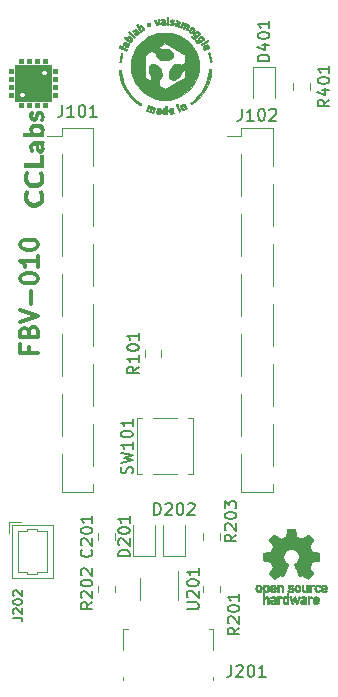
<source format=gbr>
G04 #@! TF.GenerationSoftware,KiCad,Pcbnew,(5.1.5)-3*
G04 #@! TF.CreationDate,2020-05-03T13:25:38+02:00*
G04 #@! TF.ProjectId,SPY_RECORDER-FBV010,5350595f-5245-4434-9f52-4445522d4642,v0.00*
G04 #@! TF.SameCoordinates,PX7d7a120PY7cfe0c0*
G04 #@! TF.FileFunction,Legend,Top*
G04 #@! TF.FilePolarity,Positive*
%FSLAX46Y46*%
G04 Gerber Fmt 4.6, Leading zero omitted, Abs format (unit mm)*
G04 Created by KiCad (PCBNEW (5.1.5)-3) date 2020-05-03 13:25:38*
%MOMM*%
%LPD*%
G04 APERTURE LIST*
%ADD10C,0.300000*%
%ADD11C,0.120000*%
%ADD12C,0.010000*%
%ADD13C,0.150000*%
G04 APERTURE END LIST*
D10*
X2178857Y29024000D02*
X2178857Y28524000D01*
X2964571Y28524000D02*
X1464571Y28524000D01*
X1464571Y29238286D01*
X2178857Y30309715D02*
X2250285Y30524000D01*
X2321714Y30595429D01*
X2464571Y30666858D01*
X2678857Y30666858D01*
X2821714Y30595429D01*
X2893142Y30524000D01*
X2964571Y30381143D01*
X2964571Y29809715D01*
X1464571Y29809715D01*
X1464571Y30309715D01*
X1536000Y30452572D01*
X1607428Y30524000D01*
X1750285Y30595429D01*
X1893142Y30595429D01*
X2036000Y30524000D01*
X2107428Y30452572D01*
X2178857Y30309715D01*
X2178857Y29809715D01*
X1464571Y31095429D02*
X2964571Y31595429D01*
X1464571Y32095429D01*
X2393142Y32595429D02*
X2393142Y33738286D01*
X1464571Y34738286D02*
X1464571Y34881143D01*
X1536000Y35024000D01*
X1607428Y35095429D01*
X1750285Y35166858D01*
X2036000Y35238286D01*
X2393142Y35238286D01*
X2678857Y35166858D01*
X2821714Y35095429D01*
X2893142Y35024000D01*
X2964571Y34881143D01*
X2964571Y34738286D01*
X2893142Y34595429D01*
X2821714Y34524000D01*
X2678857Y34452572D01*
X2393142Y34381143D01*
X2036000Y34381143D01*
X1750285Y34452572D01*
X1607428Y34524000D01*
X1536000Y34595429D01*
X1464571Y34738286D01*
X2964571Y36666858D02*
X2964571Y35809715D01*
X2964571Y36238286D02*
X1464571Y36238286D01*
X1678857Y36095429D01*
X1821714Y35952572D01*
X1893142Y35809715D01*
X1464571Y37595429D02*
X1464571Y37738286D01*
X1536000Y37881143D01*
X1607428Y37952572D01*
X1750285Y38024000D01*
X2036000Y38095429D01*
X2393142Y38095429D01*
X2678857Y38024000D01*
X2821714Y37952572D01*
X2893142Y37881143D01*
X2964571Y37738286D01*
X2964571Y37595429D01*
X2893142Y37452572D01*
X2821714Y37381143D01*
X2678857Y37309715D01*
X2393142Y37238286D01*
X2036000Y37238286D01*
X1750285Y37309715D01*
X1607428Y37381143D01*
X1536000Y37452572D01*
X1464571Y37595429D01*
D11*
X482000Y14219000D02*
X482000Y13219000D01*
X482000Y14219000D02*
X1482000Y14219000D01*
X3682000Y9969000D02*
X3682000Y11694000D01*
X2832000Y9969000D02*
X3682000Y9969000D01*
X2832000Y9769000D02*
X2832000Y9969000D01*
X2032000Y9769000D02*
X2832000Y9769000D01*
X2032000Y9969000D02*
X2032000Y9769000D01*
X1282000Y9969000D02*
X2032000Y9969000D01*
X1282000Y11694000D02*
X1282000Y9969000D01*
X3682000Y13419000D02*
X3682000Y11694000D01*
X2832000Y13419000D02*
X3682000Y13419000D01*
X2832000Y13619000D02*
X2832000Y13419000D01*
X2032000Y13619000D02*
X2832000Y13619000D01*
X2032000Y13419000D02*
X2032000Y13619000D01*
X1282000Y13419000D02*
X2032000Y13419000D01*
X1282000Y11694000D02*
X1282000Y13419000D01*
X4192000Y9459000D02*
X4192000Y13929000D01*
X772000Y9459000D02*
X4192000Y9459000D01*
X772000Y13929000D02*
X772000Y9459000D01*
X4192000Y13929000D02*
X772000Y13929000D01*
D12*
G36*
X13965392Y56957225D02*
G01*
X13983651Y56943294D01*
X13990240Y56907052D01*
X13991070Y56848375D01*
X13989665Y56760808D01*
X13985975Y56660715D01*
X13980580Y56556552D01*
X13974063Y56456776D01*
X13967004Y56369844D01*
X13959987Y56304211D01*
X13953591Y56268335D01*
X13950891Y56264172D01*
X13922420Y56269494D01*
X13883291Y56275848D01*
X13855714Y56281776D01*
X13839878Y56295116D01*
X13833241Y56325125D01*
X13833262Y56381057D01*
X13836199Y56447301D01*
X13841855Y56554293D01*
X13849043Y56676586D01*
X13856017Y56784875D01*
X13867967Y56959500D01*
X13929567Y56959500D01*
X13965392Y56957225D01*
G37*
X13965392Y56957225D02*
X13983651Y56943294D01*
X13990240Y56907052D01*
X13991070Y56848375D01*
X13989665Y56760808D01*
X13985975Y56660715D01*
X13980580Y56556552D01*
X13974063Y56456776D01*
X13967004Y56369844D01*
X13959987Y56304211D01*
X13953591Y56268335D01*
X13950891Y56264172D01*
X13922420Y56269494D01*
X13883291Y56275848D01*
X13855714Y56281776D01*
X13839878Y56295116D01*
X13833241Y56325125D01*
X13833262Y56381057D01*
X13836199Y56447301D01*
X13841855Y56554293D01*
X13849043Y56676586D01*
X13856017Y56784875D01*
X13867967Y56959500D01*
X13929567Y56959500D01*
X13965392Y56957225D01*
G36*
X13607573Y56765115D02*
G01*
X13635757Y56752504D01*
X13656344Y56727943D01*
X13659112Y56723652D01*
X13676114Y56677560D01*
X13691640Y56600286D01*
X13703582Y56502976D01*
X13705726Y56477278D01*
X13720602Y56280806D01*
X13638926Y56282739D01*
X13565456Y56280367D01*
X13497494Y56271987D01*
X13493438Y56271165D01*
X13431183Y56270617D01*
X13372299Y56302751D01*
X13371729Y56303199D01*
X13326512Y56355083D01*
X13313833Y56420462D01*
X13315292Y56426597D01*
X13462000Y56426597D01*
X13475649Y56395561D01*
X13506780Y56389168D01*
X13540666Y56404587D01*
X13562581Y56438986D01*
X13564014Y56446209D01*
X13561539Y56483078D01*
X13549870Y56493834D01*
X13494465Y56479626D01*
X13464387Y56442945D01*
X13462000Y56426597D01*
X13315292Y56426597D01*
X13332196Y56497635D01*
X13386065Y56553064D01*
X13473613Y56584959D01*
X13483763Y56586724D01*
X13537141Y56599331D01*
X13555928Y56617228D01*
X13553353Y56633940D01*
X13535505Y56654495D01*
X13496377Y56661369D01*
X13438080Y56658119D01*
X13374703Y56654583D01*
X13340971Y56661918D01*
X13324895Y56683349D01*
X13322911Y56689077D01*
X13316894Y56721349D01*
X13328414Y56742042D01*
X13364513Y56754526D01*
X13432236Y56762173D01*
X13482323Y56765358D01*
X13560268Y56768494D01*
X13607573Y56765115D01*
G37*
X13607573Y56765115D02*
X13635757Y56752504D01*
X13656344Y56727943D01*
X13659112Y56723652D01*
X13676114Y56677560D01*
X13691640Y56600286D01*
X13703582Y56502976D01*
X13705726Y56477278D01*
X13720602Y56280806D01*
X13638926Y56282739D01*
X13565456Y56280367D01*
X13497494Y56271987D01*
X13493438Y56271165D01*
X13431183Y56270617D01*
X13372299Y56302751D01*
X13371729Y56303199D01*
X13326512Y56355083D01*
X13313833Y56420462D01*
X13315292Y56426597D01*
X13462000Y56426597D01*
X13475649Y56395561D01*
X13506780Y56389168D01*
X13540666Y56404587D01*
X13562581Y56438986D01*
X13564014Y56446209D01*
X13561539Y56483078D01*
X13549870Y56493834D01*
X13494465Y56479626D01*
X13464387Y56442945D01*
X13462000Y56426597D01*
X13315292Y56426597D01*
X13332196Y56497635D01*
X13386065Y56553064D01*
X13473613Y56584959D01*
X13483763Y56586724D01*
X13537141Y56599331D01*
X13555928Y56617228D01*
X13553353Y56633940D01*
X13535505Y56654495D01*
X13496377Y56661369D01*
X13438080Y56658119D01*
X13374703Y56654583D01*
X13340971Y56661918D01*
X13324895Y56683349D01*
X13322911Y56689077D01*
X13316894Y56721349D01*
X13328414Y56742042D01*
X13364513Y56754526D01*
X13432236Y56762173D01*
X13482323Y56765358D01*
X13560268Y56768494D01*
X13607573Y56765115D01*
G36*
X14342042Y56739414D02*
G01*
X14403638Y56717988D01*
X14445637Y56689311D01*
X14456509Y56666388D01*
X14445572Y56614709D01*
X14418352Y56593412D01*
X14392775Y56600460D01*
X14347578Y56615800D01*
X14308667Y56619567D01*
X14255750Y56618948D01*
X14305710Y56582849D01*
X14398530Y56503207D01*
X14449404Y56428642D01*
X14458392Y56358987D01*
X14425556Y56294073D01*
X14414500Y56282167D01*
X14359035Y56251818D01*
X14282199Y56239003D01*
X14201291Y56244032D01*
X14133611Y56267215D01*
X14119542Y56276875D01*
X14089212Y56308239D01*
X14091441Y56335851D01*
X14101322Y56350807D01*
X14125055Y56373336D01*
X14157704Y56376131D01*
X14208647Y56362971D01*
X14267095Y56349261D01*
X14301754Y56354718D01*
X14314480Y56364625D01*
X14325890Y56380614D01*
X14322391Y56397874D01*
X14298594Y56422428D01*
X14249111Y56460297D01*
X14193242Y56500114D01*
X14151746Y56551049D01*
X14141628Y56613286D01*
X14158966Y56674756D01*
X14199838Y56723394D01*
X14260323Y56747134D01*
X14273758Y56747834D01*
X14342042Y56739414D01*
G37*
X14342042Y56739414D02*
X14403638Y56717988D01*
X14445637Y56689311D01*
X14456509Y56666388D01*
X14445572Y56614709D01*
X14418352Y56593412D01*
X14392775Y56600460D01*
X14347578Y56615800D01*
X14308667Y56619567D01*
X14255750Y56618948D01*
X14305710Y56582849D01*
X14398530Y56503207D01*
X14449404Y56428642D01*
X14458392Y56358987D01*
X14425556Y56294073D01*
X14414500Y56282167D01*
X14359035Y56251818D01*
X14282199Y56239003D01*
X14201291Y56244032D01*
X14133611Y56267215D01*
X14119542Y56276875D01*
X14089212Y56308239D01*
X14091441Y56335851D01*
X14101322Y56350807D01*
X14125055Y56373336D01*
X14157704Y56376131D01*
X14208647Y56362971D01*
X14267095Y56349261D01*
X14301754Y56354718D01*
X14314480Y56364625D01*
X14325890Y56380614D01*
X14322391Y56397874D01*
X14298594Y56422428D01*
X14249111Y56460297D01*
X14193242Y56500114D01*
X14151746Y56551049D01*
X14141628Y56613286D01*
X14158966Y56674756D01*
X14199838Y56723394D01*
X14260323Y56747134D01*
X14273758Y56747834D01*
X14342042Y56739414D01*
G36*
X13220425Y56734400D02*
G01*
X13222754Y56719320D01*
X13215396Y56686894D01*
X13204631Y56623254D01*
X13192208Y56539202D01*
X13185184Y56487274D01*
X13172404Y56397499D01*
X13159890Y56323084D01*
X13149483Y56274398D01*
X13145184Y56262107D01*
X13116667Y56243114D01*
X13066513Y56227414D01*
X13065439Y56227197D01*
X13037233Y56222716D01*
X13014900Y56226301D01*
X12993541Y56243825D01*
X12968254Y56281162D01*
X12934141Y56344188D01*
X12886299Y56438775D01*
X12882328Y56446691D01*
X12765590Y56679460D01*
X12832014Y56692745D01*
X12882049Y56697417D01*
X12911790Y56690460D01*
X12912331Y56689890D01*
X12926691Y56663654D01*
X12951867Y56609173D01*
X12982806Y56537448D01*
X12987737Y56525629D01*
X13049250Y56377508D01*
X13067211Y56546796D01*
X13078476Y56627881D01*
X13092355Y56692111D01*
X13106275Y56728251D01*
X13109544Y56731635D01*
X13150578Y56746349D01*
X13192779Y56746701D01*
X13220425Y56734400D01*
G37*
X13220425Y56734400D02*
X13222754Y56719320D01*
X13215396Y56686894D01*
X13204631Y56623254D01*
X13192208Y56539202D01*
X13185184Y56487274D01*
X13172404Y56397499D01*
X13159890Y56323084D01*
X13149483Y56274398D01*
X13145184Y56262107D01*
X13116667Y56243114D01*
X13066513Y56227414D01*
X13065439Y56227197D01*
X13037233Y56222716D01*
X13014900Y56226301D01*
X12993541Y56243825D01*
X12968254Y56281162D01*
X12934141Y56344188D01*
X12886299Y56438775D01*
X12882328Y56446691D01*
X12765590Y56679460D01*
X12832014Y56692745D01*
X12882049Y56697417D01*
X12911790Y56690460D01*
X12912331Y56689890D01*
X12926691Y56663654D01*
X12951867Y56609173D01*
X12982806Y56537448D01*
X12987737Y56525629D01*
X13049250Y56377508D01*
X13067211Y56546796D01*
X13078476Y56627881D01*
X13092355Y56692111D01*
X13106275Y56728251D01*
X13109544Y56731635D01*
X13150578Y56746349D01*
X13192779Y56746701D01*
X13220425Y56734400D01*
G36*
X12394404Y56436957D02*
G01*
X12443070Y56398158D01*
X12471402Y56342473D01*
X12470569Y56275536D01*
X12457216Y56241058D01*
X12406357Y56178981D01*
X12342422Y56154861D01*
X12273209Y56169828D01*
X12222788Y56207122D01*
X12179685Y56267941D01*
X12177082Y56328357D01*
X12214665Y56395681D01*
X12214703Y56395729D01*
X12271391Y56441375D01*
X12334234Y56453240D01*
X12394404Y56436957D01*
G37*
X12394404Y56436957D02*
X12443070Y56398158D01*
X12471402Y56342473D01*
X12470569Y56275536D01*
X12457216Y56241058D01*
X12406357Y56178981D01*
X12342422Y56154861D01*
X12273209Y56169828D01*
X12222788Y56207122D01*
X12179685Y56267941D01*
X12177082Y56328357D01*
X12214665Y56395681D01*
X12214703Y56395729D01*
X12271391Y56441375D01*
X12334234Y56453240D01*
X12394404Y56436957D01*
G36*
X14686995Y56660277D02*
G01*
X14721781Y56655816D01*
X14824699Y56632224D01*
X14902994Y56595004D01*
X14948949Y56548168D01*
X14954706Y56534730D01*
X14956044Y56495134D01*
X14947720Y56426751D01*
X14931412Y56341580D01*
X14922087Y56301664D01*
X14899052Y56212284D01*
X14881028Y56156494D01*
X14864016Y56126525D01*
X14844015Y56114605D01*
X14824881Y56112834D01*
X14786250Y56120388D01*
X14774333Y56134000D01*
X14755555Y56147255D01*
X14708645Y56154627D01*
X14689667Y56155167D01*
X14604008Y56170882D01*
X14547067Y56216379D01*
X14521509Y56289185D01*
X14520855Y56302085D01*
X14668500Y56302085D01*
X14683239Y56269541D01*
X14717129Y56261489D01*
X14754674Y56278087D01*
X14773083Y56300997D01*
X14782179Y56333859D01*
X14756446Y56350807D01*
X14748987Y56352893D01*
X14696425Y56356676D01*
X14671803Y56330484D01*
X14668500Y56302085D01*
X14520855Y56302085D01*
X14520333Y56312381D01*
X14537963Y56388696D01*
X14587261Y56440662D01*
X14662837Y56464395D01*
X14728235Y56462168D01*
X14785055Y56455619D01*
X14810411Y56460668D01*
X14814268Y56480226D01*
X14813184Y56486967D01*
X14786489Y56520372D01*
X14719714Y56544703D01*
X14716079Y56545524D01*
X14658582Y56562101D01*
X14632272Y56583622D01*
X14626167Y56617193D01*
X14629187Y56648419D01*
X14645724Y56661270D01*
X14686995Y56660277D01*
G37*
X14686995Y56660277D02*
X14721781Y56655816D01*
X14824699Y56632224D01*
X14902994Y56595004D01*
X14948949Y56548168D01*
X14954706Y56534730D01*
X14956044Y56495134D01*
X14947720Y56426751D01*
X14931412Y56341580D01*
X14922087Y56301664D01*
X14899052Y56212284D01*
X14881028Y56156494D01*
X14864016Y56126525D01*
X14844015Y56114605D01*
X14824881Y56112834D01*
X14786250Y56120388D01*
X14774333Y56134000D01*
X14755555Y56147255D01*
X14708645Y56154627D01*
X14689667Y56155167D01*
X14604008Y56170882D01*
X14547067Y56216379D01*
X14521509Y56289185D01*
X14520855Y56302085D01*
X14668500Y56302085D01*
X14683239Y56269541D01*
X14717129Y56261489D01*
X14754674Y56278087D01*
X14773083Y56300997D01*
X14782179Y56333859D01*
X14756446Y56350807D01*
X14748987Y56352893D01*
X14696425Y56356676D01*
X14671803Y56330484D01*
X14668500Y56302085D01*
X14520855Y56302085D01*
X14520333Y56312381D01*
X14537963Y56388696D01*
X14587261Y56440662D01*
X14662837Y56464395D01*
X14728235Y56462168D01*
X14785055Y56455619D01*
X14810411Y56460668D01*
X14814268Y56480226D01*
X14813184Y56486967D01*
X14786489Y56520372D01*
X14719714Y56544703D01*
X14716079Y56545524D01*
X14658582Y56562101D01*
X14632272Y56583622D01*
X14626167Y56617193D01*
X14629187Y56648419D01*
X14645724Y56661270D01*
X14686995Y56660277D01*
G36*
X15232694Y56504279D02*
G01*
X15268239Y56481613D01*
X15282333Y56459416D01*
X15295610Y56435699D01*
X15313487Y56437759D01*
X15363550Y56439765D01*
X15421573Y56420698D01*
X15468518Y56388674D01*
X15483978Y56365065D01*
X15505766Y56336190D01*
X15553583Y56325099D01*
X15576102Y56324500D01*
X15653314Y56309462D01*
X15713161Y56269757D01*
X15745246Y56213506D01*
X15748000Y56190265D01*
X15739592Y56152642D01*
X15717499Y56092093D01*
X15686416Y56018655D01*
X15651038Y55942364D01*
X15616061Y55873258D01*
X15586179Y55821373D01*
X15566089Y55796746D01*
X15563553Y55795977D01*
X15533519Y55805867D01*
X15504583Y55820266D01*
X15469113Y55840525D01*
X15456530Y55848273D01*
X15462326Y55867935D01*
X15482731Y55916587D01*
X15513856Y55985137D01*
X15527193Y56013477D01*
X15567595Y56104427D01*
X15586109Y56164762D01*
X15582748Y56200094D01*
X15557523Y56216037D01*
X15527634Y56218667D01*
X15498949Y56211560D01*
X15471900Y56185284D01*
X15440653Y56132407D01*
X15410030Y56068817D01*
X15374291Y55993690D01*
X15348725Y55950221D01*
X15326718Y55931208D01*
X15301651Y55929448D01*
X15285231Y55932955D01*
X15240874Y55946339D01*
X15220434Y55956011D01*
X15224068Y55978204D01*
X15241800Y56029019D01*
X15270092Y56098593D01*
X15278651Y56118332D01*
X15317399Y56209617D01*
X15338038Y56269366D01*
X15341028Y56304088D01*
X15326827Y56320293D01*
X15295894Y56324488D01*
X15293183Y56324500D01*
X15262842Y56318435D01*
X15235064Y56295206D01*
X15203367Y56247268D01*
X15165917Y56176334D01*
X15128963Y56106711D01*
X15097834Y56054863D01*
X15078105Y56029897D01*
X15075692Y56028917D01*
X15047014Y56038823D01*
X15012387Y56056158D01*
X14964691Y56082649D01*
X15064644Y56293533D01*
X15105354Y56379200D01*
X15139021Y56449619D01*
X15161755Y56496687D01*
X15169562Y56512251D01*
X15193751Y56517326D01*
X15232694Y56504279D01*
G37*
X15232694Y56504279D02*
X15268239Y56481613D01*
X15282333Y56459416D01*
X15295610Y56435699D01*
X15313487Y56437759D01*
X15363550Y56439765D01*
X15421573Y56420698D01*
X15468518Y56388674D01*
X15483978Y56365065D01*
X15505766Y56336190D01*
X15553583Y56325099D01*
X15576102Y56324500D01*
X15653314Y56309462D01*
X15713161Y56269757D01*
X15745246Y56213506D01*
X15748000Y56190265D01*
X15739592Y56152642D01*
X15717499Y56092093D01*
X15686416Y56018655D01*
X15651038Y55942364D01*
X15616061Y55873258D01*
X15586179Y55821373D01*
X15566089Y55796746D01*
X15563553Y55795977D01*
X15533519Y55805867D01*
X15504583Y55820266D01*
X15469113Y55840525D01*
X15456530Y55848273D01*
X15462326Y55867935D01*
X15482731Y55916587D01*
X15513856Y55985137D01*
X15527193Y56013477D01*
X15567595Y56104427D01*
X15586109Y56164762D01*
X15582748Y56200094D01*
X15557523Y56216037D01*
X15527634Y56218667D01*
X15498949Y56211560D01*
X15471900Y56185284D01*
X15440653Y56132407D01*
X15410030Y56068817D01*
X15374291Y55993690D01*
X15348725Y55950221D01*
X15326718Y55931208D01*
X15301651Y55929448D01*
X15285231Y55932955D01*
X15240874Y55946339D01*
X15220434Y55956011D01*
X15224068Y55978204D01*
X15241800Y56029019D01*
X15270092Y56098593D01*
X15278651Y56118332D01*
X15317399Y56209617D01*
X15338038Y56269366D01*
X15341028Y56304088D01*
X15326827Y56320293D01*
X15295894Y56324488D01*
X15293183Y56324500D01*
X15262842Y56318435D01*
X15235064Y56295206D01*
X15203367Y56247268D01*
X15165917Y56176334D01*
X15128963Y56106711D01*
X15097834Y56054863D01*
X15078105Y56029897D01*
X15075692Y56028917D01*
X15047014Y56038823D01*
X15012387Y56056158D01*
X14964691Y56082649D01*
X15064644Y56293533D01*
X15105354Y56379200D01*
X15139021Y56449619D01*
X15161755Y56496687D01*
X15169562Y56512251D01*
X15193751Y56517326D01*
X15232694Y56504279D01*
G36*
X11385901Y56305562D02*
G01*
X11409450Y56278601D01*
X11441342Y56226045D01*
X11498338Y56128790D01*
X11545423Y56187840D01*
X11607017Y56236878D01*
X11678137Y56246609D01*
X11752621Y56217043D01*
X11789308Y56187420D01*
X11854777Y56107975D01*
X11899904Y56019808D01*
X11916833Y55938291D01*
X11916833Y55937864D01*
X11899201Y55868639D01*
X11854098Y55811087D01*
X11793215Y55777842D01*
X11765366Y55774167D01*
X11719103Y55766882D01*
X11710552Y55747709D01*
X11702576Y55716625D01*
X11672844Y55684525D01*
X11637759Y55669007D01*
X11622190Y55685820D01*
X11588807Y55732627D01*
X11541777Y55803240D01*
X11485270Y55891476D01*
X11452550Y55943841D01*
X11416731Y56002340D01*
X11587835Y56002340D01*
X11620633Y55932702D01*
X11664314Y55877041D01*
X11704839Y55861188D01*
X11747557Y55883482D01*
X11755364Y55890888D01*
X11773617Y55933310D01*
X11766423Y55986854D01*
X11740595Y56040679D01*
X11702944Y56083945D01*
X11660281Y56105810D01*
X11624552Y56099092D01*
X11588059Y56058292D01*
X11587835Y56002340D01*
X11416731Y56002340D01*
X11393412Y56040424D01*
X11343159Y56124678D01*
X11305668Y56189930D01*
X11284815Y56229507D01*
X11281833Y56237740D01*
X11297730Y56261440D01*
X11333090Y56289716D01*
X11363833Y56307275D01*
X11385901Y56305562D01*
G37*
X11385901Y56305562D02*
X11409450Y56278601D01*
X11441342Y56226045D01*
X11498338Y56128790D01*
X11545423Y56187840D01*
X11607017Y56236878D01*
X11678137Y56246609D01*
X11752621Y56217043D01*
X11789308Y56187420D01*
X11854777Y56107975D01*
X11899904Y56019808D01*
X11916833Y55938291D01*
X11916833Y55937864D01*
X11899201Y55868639D01*
X11854098Y55811087D01*
X11793215Y55777842D01*
X11765366Y55774167D01*
X11719103Y55766882D01*
X11710552Y55747709D01*
X11702576Y55716625D01*
X11672844Y55684525D01*
X11637759Y55669007D01*
X11622190Y55685820D01*
X11588807Y55732627D01*
X11541777Y55803240D01*
X11485270Y55891476D01*
X11452550Y55943841D01*
X11416731Y56002340D01*
X11587835Y56002340D01*
X11620633Y55932702D01*
X11664314Y55877041D01*
X11704839Y55861188D01*
X11747557Y55883482D01*
X11755364Y55890888D01*
X11773617Y55933310D01*
X11766423Y55986854D01*
X11740595Y56040679D01*
X11702944Y56083945D01*
X11660281Y56105810D01*
X11624552Y56099092D01*
X11588059Y56058292D01*
X11587835Y56002340D01*
X11416731Y56002340D01*
X11393412Y56040424D01*
X11343159Y56124678D01*
X11305668Y56189930D01*
X11284815Y56229507D01*
X11281833Y56237740D01*
X11297730Y56261440D01*
X11333090Y56289716D01*
X11363833Y56307275D01*
X11385901Y56305562D01*
G36*
X16062331Y56051105D02*
G01*
X16135665Y55999963D01*
X16189440Y55927642D01*
X16213239Y55844711D01*
X16213587Y55833427D01*
X16199481Y55774148D01*
X16163630Y55702746D01*
X16115506Y55635695D01*
X16079393Y55600013D01*
X16012698Y55570233D01*
X15931002Y55565608D01*
X15853436Y55586249D01*
X15832085Y55598571D01*
X15768415Y55651987D01*
X15736495Y55708937D01*
X15729530Y55766672D01*
X15856470Y55766672D01*
X15858621Y55718123D01*
X15867944Y55703612D01*
X15908996Y55689002D01*
X15963182Y55700181D01*
X16013402Y55733307D01*
X16017044Y55737125D01*
X16061480Y55802236D01*
X16077671Y55863449D01*
X16066265Y55912238D01*
X16027916Y55940077D01*
X16001290Y55943500D01*
X15955657Y55926339D01*
X15911781Y55883000D01*
X15876454Y55825704D01*
X15856470Y55766672D01*
X15729530Y55766672D01*
X15727506Y55783441D01*
X15744030Y55871918D01*
X15789154Y55954584D01*
X15854079Y56021428D01*
X15930002Y56062436D01*
X15979858Y56070501D01*
X16062331Y56051105D01*
G37*
X16062331Y56051105D02*
X16135665Y55999963D01*
X16189440Y55927642D01*
X16213239Y55844711D01*
X16213587Y55833427D01*
X16199481Y55774148D01*
X16163630Y55702746D01*
X16115506Y55635695D01*
X16079393Y55600013D01*
X16012698Y55570233D01*
X15931002Y55565608D01*
X15853436Y55586249D01*
X15832085Y55598571D01*
X15768415Y55651987D01*
X15736495Y55708937D01*
X15729530Y55766672D01*
X15856470Y55766672D01*
X15858621Y55718123D01*
X15867944Y55703612D01*
X15908996Y55689002D01*
X15963182Y55700181D01*
X16013402Y55733307D01*
X16017044Y55737125D01*
X16061480Y55802236D01*
X16077671Y55863449D01*
X16066265Y55912238D01*
X16027916Y55940077D01*
X16001290Y55943500D01*
X15955657Y55926339D01*
X15911781Y55883000D01*
X15876454Y55825704D01*
X15856470Y55766672D01*
X15729530Y55766672D01*
X15727506Y55783441D01*
X15744030Y55871918D01*
X15789154Y55954584D01*
X15854079Y56021428D01*
X15930002Y56062436D01*
X15979858Y56070501D01*
X16062331Y56051105D01*
G36*
X11257773Y55907823D02*
G01*
X11286228Y55883192D01*
X11333902Y55835290D01*
X11392265Y55772814D01*
X11416137Y55746315D01*
X11476327Y55676733D01*
X11510777Y55630222D01*
X11523508Y55599749D01*
X11518543Y55578280D01*
X11514965Y55573443D01*
X11473222Y55546073D01*
X11448575Y55541334D01*
X11415689Y55528032D01*
X11408833Y55511120D01*
X11391877Y55475828D01*
X11351268Y55436473D01*
X11302394Y55405359D01*
X11263104Y55394600D01*
X11217087Y55404749D01*
X11182798Y55418329D01*
X11127977Y55465874D01*
X11103584Y55533130D01*
X11110042Y55579434D01*
X11239500Y55579434D01*
X11253832Y55548807D01*
X11285444Y55542264D01*
X11317260Y55559153D01*
X11330096Y55582889D01*
X11328392Y55626337D01*
X11305643Y55652182D01*
X11273596Y55649777D01*
X11264396Y55642430D01*
X11242490Y55600471D01*
X11239500Y55579434D01*
X11110042Y55579434D01*
X11113828Y55606573D01*
X11120020Y55620077D01*
X11152863Y55672563D01*
X11185188Y55709509D01*
X11212558Y55740355D01*
X11218333Y55755592D01*
X11203519Y55773966D01*
X11167463Y55770282D01*
X11122747Y55747945D01*
X11091333Y55721250D01*
X11039939Y55678044D01*
X10998832Y55672555D01*
X10965936Y55698153D01*
X10957207Y55722138D01*
X10971650Y55754479D01*
X11013571Y55803991D01*
X11022035Y55812959D01*
X11098136Y55878072D01*
X11171601Y55913909D01*
X11234880Y55917432D01*
X11257773Y55907823D01*
G37*
X11257773Y55907823D02*
X11286228Y55883192D01*
X11333902Y55835290D01*
X11392265Y55772814D01*
X11416137Y55746315D01*
X11476327Y55676733D01*
X11510777Y55630222D01*
X11523508Y55599749D01*
X11518543Y55578280D01*
X11514965Y55573443D01*
X11473222Y55546073D01*
X11448575Y55541334D01*
X11415689Y55528032D01*
X11408833Y55511120D01*
X11391877Y55475828D01*
X11351268Y55436473D01*
X11302394Y55405359D01*
X11263104Y55394600D01*
X11217087Y55404749D01*
X11182798Y55418329D01*
X11127977Y55465874D01*
X11103584Y55533130D01*
X11110042Y55579434D01*
X11239500Y55579434D01*
X11253832Y55548807D01*
X11285444Y55542264D01*
X11317260Y55559153D01*
X11330096Y55582889D01*
X11328392Y55626337D01*
X11305643Y55652182D01*
X11273596Y55649777D01*
X11264396Y55642430D01*
X11242490Y55600471D01*
X11239500Y55579434D01*
X11110042Y55579434D01*
X11113828Y55606573D01*
X11120020Y55620077D01*
X11152863Y55672563D01*
X11185188Y55709509D01*
X11212558Y55740355D01*
X11218333Y55755592D01*
X11203519Y55773966D01*
X11167463Y55770282D01*
X11122747Y55747945D01*
X11091333Y55721250D01*
X11039939Y55678044D01*
X10998832Y55672555D01*
X10965936Y55698153D01*
X10957207Y55722138D01*
X10971650Y55754479D01*
X11013571Y55803991D01*
X11022035Y55812959D01*
X11098136Y55878072D01*
X11171601Y55913909D01*
X11234880Y55917432D01*
X11257773Y55907823D01*
G36*
X10682008Y55708463D02*
G01*
X10716509Y55684502D01*
X10767400Y55641108D01*
X10839955Y55574786D01*
X10910625Y55508959D01*
X10994055Y55429536D01*
X11065225Y55358869D01*
X11118832Y55302458D01*
X11149571Y55265804D01*
X11154833Y55255675D01*
X11140465Y55222967D01*
X11116556Y55195755D01*
X11100316Y55184283D01*
X11081745Y55182667D01*
X11055621Y55194451D01*
X11016721Y55223177D01*
X10959822Y55272390D01*
X10879702Y55345634D01*
X10836098Y55386061D01*
X10752459Y55464914D01*
X10680526Y55534945D01*
X10625803Y55590619D01*
X10593792Y55626404D01*
X10587841Y55635681D01*
X10597442Y55666818D01*
X10624091Y55698658D01*
X10641074Y55712048D01*
X10658621Y55716480D01*
X10682008Y55708463D01*
G37*
X10682008Y55708463D02*
X10716509Y55684502D01*
X10767400Y55641108D01*
X10839955Y55574786D01*
X10910625Y55508959D01*
X10994055Y55429536D01*
X11065225Y55358869D01*
X11118832Y55302458D01*
X11149571Y55265804D01*
X11154833Y55255675D01*
X11140465Y55222967D01*
X11116556Y55195755D01*
X11100316Y55184283D01*
X11081745Y55182667D01*
X11055621Y55194451D01*
X11016721Y55223177D01*
X10959822Y55272390D01*
X10879702Y55345634D01*
X10836098Y55386061D01*
X10752459Y55464914D01*
X10680526Y55534945D01*
X10625803Y55590619D01*
X10593792Y55626404D01*
X10587841Y55635681D01*
X10597442Y55666818D01*
X10624091Y55698658D01*
X10641074Y55712048D01*
X10658621Y55716480D01*
X10682008Y55708463D01*
G36*
X16470493Y55719271D02*
G01*
X16525430Y55686436D01*
X16551547Y55640608D01*
X16552333Y55630780D01*
X16569431Y55605563D01*
X16608979Y55579530D01*
X16652203Y55552338D01*
X16673264Y55528394D01*
X16662078Y55505482D01*
X16626125Y55458686D01*
X16570513Y55394110D01*
X16500352Y55317860D01*
X16473744Y55290000D01*
X16390027Y55204118D01*
X16328769Y55144603D01*
X16283709Y55106717D01*
X16248586Y55085726D01*
X16217140Y55076893D01*
X16190063Y55075399D01*
X16113337Y55089910D01*
X16058561Y55118916D01*
X16006934Y55167658D01*
X15958664Y55225248D01*
X15957728Y55226556D01*
X15929242Y55270804D01*
X15925363Y55297791D01*
X15944252Y55323312D01*
X15946233Y55325306D01*
X15968848Y55342711D01*
X15991995Y55340353D01*
X16026374Y55314115D01*
X16060979Y55281165D01*
X16124596Y55226634D01*
X16173318Y55206049D01*
X16215256Y55217817D01*
X16245417Y55245000D01*
X16269290Y55275652D01*
X16263122Y55286547D01*
X16251552Y55287334D01*
X16213465Y55299715D01*
X16165584Y55329662D01*
X16163604Y55331203D01*
X16120792Y55380597D01*
X16109006Y55440495D01*
X16255419Y55440495D01*
X16270887Y55398330D01*
X16317953Y55375286D01*
X16331223Y55373672D01*
X16358055Y55386732D01*
X16400568Y55421742D01*
X16423138Y55443819D01*
X16464811Y55491062D01*
X16479264Y55523829D01*
X16471564Y55555020D01*
X16468879Y55560236D01*
X16437534Y55596804D01*
X16396915Y55598880D01*
X16340962Y55566045D01*
X16321124Y55550036D01*
X16272012Y55493743D01*
X16255419Y55440495D01*
X16109006Y55440495D01*
X16107862Y55446307D01*
X16107833Y55450644D01*
X16113534Y55498805D01*
X16135250Y55543742D01*
X16179898Y55597460D01*
X16210643Y55629024D01*
X16270715Y55685593D01*
X16316340Y55716846D01*
X16360355Y55729834D01*
X16397862Y55731834D01*
X16470493Y55719271D01*
G37*
X16470493Y55719271D02*
X16525430Y55686436D01*
X16551547Y55640608D01*
X16552333Y55630780D01*
X16569431Y55605563D01*
X16608979Y55579530D01*
X16652203Y55552338D01*
X16673264Y55528394D01*
X16662078Y55505482D01*
X16626125Y55458686D01*
X16570513Y55394110D01*
X16500352Y55317860D01*
X16473744Y55290000D01*
X16390027Y55204118D01*
X16328769Y55144603D01*
X16283709Y55106717D01*
X16248586Y55085726D01*
X16217140Y55076893D01*
X16190063Y55075399D01*
X16113337Y55089910D01*
X16058561Y55118916D01*
X16006934Y55167658D01*
X15958664Y55225248D01*
X15957728Y55226556D01*
X15929242Y55270804D01*
X15925363Y55297791D01*
X15944252Y55323312D01*
X15946233Y55325306D01*
X15968848Y55342711D01*
X15991995Y55340353D01*
X16026374Y55314115D01*
X16060979Y55281165D01*
X16124596Y55226634D01*
X16173318Y55206049D01*
X16215256Y55217817D01*
X16245417Y55245000D01*
X16269290Y55275652D01*
X16263122Y55286547D01*
X16251552Y55287334D01*
X16213465Y55299715D01*
X16165584Y55329662D01*
X16163604Y55331203D01*
X16120792Y55380597D01*
X16109006Y55440495D01*
X16255419Y55440495D01*
X16270887Y55398330D01*
X16317953Y55375286D01*
X16331223Y55373672D01*
X16358055Y55386732D01*
X16400568Y55421742D01*
X16423138Y55443819D01*
X16464811Y55491062D01*
X16479264Y55523829D01*
X16471564Y55555020D01*
X16468879Y55560236D01*
X16437534Y55596804D01*
X16396915Y55598880D01*
X16340962Y55566045D01*
X16321124Y55550036D01*
X16272012Y55493743D01*
X16255419Y55440495D01*
X16109006Y55440495D01*
X16107862Y55446307D01*
X16107833Y55450644D01*
X16113534Y55498805D01*
X16135250Y55543742D01*
X16179898Y55597460D01*
X16210643Y55629024D01*
X16270715Y55685593D01*
X16316340Y55716846D01*
X16360355Y55729834D01*
X16397862Y55731834D01*
X16470493Y55719271D01*
G36*
X17325464Y55004098D02*
G01*
X17352123Y54967600D01*
X17356798Y54959004D01*
X17373702Y54917635D01*
X17363246Y54890903D01*
X17344500Y54875011D01*
X17301604Y54848154D01*
X17272294Y54853059D01*
X17240798Y54890459D01*
X17219594Y54927538D01*
X17228193Y54953301D01*
X17252526Y54975125D01*
X17296838Y55005900D01*
X17325464Y55004098D01*
G37*
X17325464Y55004098D02*
X17352123Y54967600D01*
X17356798Y54959004D01*
X17373702Y54917635D01*
X17363246Y54890903D01*
X17344500Y54875011D01*
X17301604Y54848154D01*
X17272294Y54853059D01*
X17240798Y54890459D01*
X17219594Y54927538D01*
X17228193Y54953301D01*
X17252526Y54975125D01*
X17296838Y55005900D01*
X17325464Y55004098D01*
G36*
X10726029Y55308792D02*
G01*
X10802409Y55269990D01*
X10869322Y55213323D01*
X10918639Y55143203D01*
X10942233Y55064042D01*
X10943167Y55044968D01*
X10929631Y54994755D01*
X10897054Y54945146D01*
X10857478Y54911915D01*
X10837333Y54906334D01*
X10819568Y54888798D01*
X10816167Y54868046D01*
X10803624Y54819140D01*
X10789708Y54795205D01*
X10775966Y54783979D01*
X10755438Y54784217D01*
X10722524Y54798937D01*
X10671625Y54831156D01*
X10597144Y54883891D01*
X10519833Y54940649D01*
X10430044Y55006707D01*
X10350633Y55064503D01*
X10293297Y55105619D01*
X10567416Y55105619D01*
X10568852Y55081544D01*
X10594253Y55056300D01*
X10641163Y55023514D01*
X10692147Y54989128D01*
X10721387Y54974156D01*
X10742856Y54975288D01*
X10770526Y54989212D01*
X10775225Y54991745D01*
X10810011Y55022563D01*
X10808011Y55061430D01*
X10768580Y55113002D01*
X10756800Y55124624D01*
X10693761Y55168767D01*
X10636757Y55178884D01*
X10593165Y55154293D01*
X10584078Y55140559D01*
X10567416Y55105619D01*
X10293297Y55105619D01*
X10288669Y55108937D01*
X10251221Y55134911D01*
X10245373Y55138606D01*
X10226012Y55157072D01*
X10231182Y55186278D01*
X10243658Y55211366D01*
X10269746Y55251312D01*
X10297075Y55262401D01*
X10336630Y55244785D01*
X10380368Y55213250D01*
X10435101Y55174425D01*
X10465025Y55162573D01*
X10476578Y55176105D01*
X10477500Y55189229D01*
X10489786Y55224853D01*
X10519538Y55271543D01*
X10521369Y55273896D01*
X10577381Y55315157D01*
X10648311Y55325318D01*
X10726029Y55308792D01*
G37*
X10726029Y55308792D02*
X10802409Y55269990D01*
X10869322Y55213323D01*
X10918639Y55143203D01*
X10942233Y55064042D01*
X10943167Y55044968D01*
X10929631Y54994755D01*
X10897054Y54945146D01*
X10857478Y54911915D01*
X10837333Y54906334D01*
X10819568Y54888798D01*
X10816167Y54868046D01*
X10803624Y54819140D01*
X10789708Y54795205D01*
X10775966Y54783979D01*
X10755438Y54784217D01*
X10722524Y54798937D01*
X10671625Y54831156D01*
X10597144Y54883891D01*
X10519833Y54940649D01*
X10430044Y55006707D01*
X10350633Y55064503D01*
X10293297Y55105619D01*
X10567416Y55105619D01*
X10568852Y55081544D01*
X10594253Y55056300D01*
X10641163Y55023514D01*
X10692147Y54989128D01*
X10721387Y54974156D01*
X10742856Y54975288D01*
X10770526Y54989212D01*
X10775225Y54991745D01*
X10810011Y55022563D01*
X10808011Y55061430D01*
X10768580Y55113002D01*
X10756800Y55124624D01*
X10693761Y55168767D01*
X10636757Y55178884D01*
X10593165Y55154293D01*
X10584078Y55140559D01*
X10567416Y55105619D01*
X10293297Y55105619D01*
X10288669Y55108937D01*
X10251221Y55134911D01*
X10245373Y55138606D01*
X10226012Y55157072D01*
X10231182Y55186278D01*
X10243658Y55211366D01*
X10269746Y55251312D01*
X10297075Y55262401D01*
X10336630Y55244785D01*
X10380368Y55213250D01*
X10435101Y55174425D01*
X10465025Y55162573D01*
X10476578Y55176105D01*
X10477500Y55189229D01*
X10489786Y55224853D01*
X10519538Y55271543D01*
X10521369Y55273896D01*
X10577381Y55315157D01*
X10648311Y55325318D01*
X10726029Y55308792D01*
G36*
X16817204Y55322415D02*
G01*
X16881351Y55296180D01*
X16922896Y55249253D01*
X16933333Y55202667D01*
X16946236Y55168352D01*
X16964338Y55160334D01*
X17001760Y55142532D01*
X17025042Y55101888D01*
X17025467Y55057544D01*
X17017580Y55043411D01*
X16980270Y55007047D01*
X16919720Y54957161D01*
X16844063Y54899495D01*
X16761432Y54839793D01*
X16679960Y54783798D01*
X16607781Y54737253D01*
X16553027Y54705902D01*
X16524788Y54695417D01*
X16468570Y54706531D01*
X16432403Y54721876D01*
X16370345Y54772793D01*
X16312744Y54846848D01*
X16278260Y54914040D01*
X16268288Y54957465D01*
X16286600Y54983705D01*
X16303284Y54993650D01*
X16340035Y55005662D01*
X16355614Y54999327D01*
X16379046Y54950946D01*
X16414899Y54896325D01*
X16452284Y54850534D01*
X16478534Y54829212D01*
X16517144Y54831468D01*
X16566431Y54853784D01*
X16567939Y54854762D01*
X16603290Y54882809D01*
X16602260Y54898716D01*
X16594234Y54902117D01*
X16534360Y54937097D01*
X16487795Y54993128D01*
X16477199Y55025294D01*
X16620662Y55025294D01*
X16641233Y54995234D01*
X16669259Y54974538D01*
X16699520Y54975699D01*
X16743590Y55001294D01*
X16775995Y55025263D01*
X16831589Y55081304D01*
X16846862Y55132815D01*
X16821271Y55177801D01*
X16818270Y55180378D01*
X16783829Y55194998D01*
X16738895Y55180249D01*
X16661270Y55128926D01*
X16621335Y55076282D01*
X16620662Y55025294D01*
X16477199Y55025294D01*
X16467739Y55054008D01*
X16467667Y55057454D01*
X16484291Y55115793D01*
X16527630Y55183249D01*
X16587877Y55247525D01*
X16655227Y55296323D01*
X16660257Y55298998D01*
X16740243Y55324506D01*
X16817204Y55322415D01*
G37*
X16817204Y55322415D02*
X16881351Y55296180D01*
X16922896Y55249253D01*
X16933333Y55202667D01*
X16946236Y55168352D01*
X16964338Y55160334D01*
X17001760Y55142532D01*
X17025042Y55101888D01*
X17025467Y55057544D01*
X17017580Y55043411D01*
X16980270Y55007047D01*
X16919720Y54957161D01*
X16844063Y54899495D01*
X16761432Y54839793D01*
X16679960Y54783798D01*
X16607781Y54737253D01*
X16553027Y54705902D01*
X16524788Y54695417D01*
X16468570Y54706531D01*
X16432403Y54721876D01*
X16370345Y54772793D01*
X16312744Y54846848D01*
X16278260Y54914040D01*
X16268288Y54957465D01*
X16286600Y54983705D01*
X16303284Y54993650D01*
X16340035Y55005662D01*
X16355614Y54999327D01*
X16379046Y54950946D01*
X16414899Y54896325D01*
X16452284Y54850534D01*
X16478534Y54829212D01*
X16517144Y54831468D01*
X16566431Y54853784D01*
X16567939Y54854762D01*
X16603290Y54882809D01*
X16602260Y54898716D01*
X16594234Y54902117D01*
X16534360Y54937097D01*
X16487795Y54993128D01*
X16477199Y55025294D01*
X16620662Y55025294D01*
X16641233Y54995234D01*
X16669259Y54974538D01*
X16699520Y54975699D01*
X16743590Y55001294D01*
X16775995Y55025263D01*
X16831589Y55081304D01*
X16846862Y55132815D01*
X16821271Y55177801D01*
X16818270Y55180378D01*
X16783829Y55194998D01*
X16738895Y55180249D01*
X16661270Y55128926D01*
X16621335Y55076282D01*
X16620662Y55025294D01*
X16477199Y55025294D01*
X16467739Y55054008D01*
X16467667Y55057454D01*
X16484291Y55115793D01*
X16527630Y55183249D01*
X16587877Y55247525D01*
X16655227Y55296323D01*
X16660257Y55298998D01*
X16740243Y55324506D01*
X16817204Y55322415D01*
G36*
X17162724Y54892769D02*
G01*
X17178364Y54875950D01*
X17179280Y54874703D01*
X17202464Y54834154D01*
X17208465Y54812330D01*
X17191783Y54793790D01*
X17147732Y54759460D01*
X17085263Y54715295D01*
X17013329Y54667250D01*
X16940882Y54621282D01*
X16876873Y54583345D01*
X16830255Y54559396D01*
X16825135Y54557309D01*
X16790564Y54564775D01*
X16764264Y54598923D01*
X16751612Y54623369D01*
X16747342Y54643023D01*
X16756330Y54662670D01*
X16783449Y54687097D01*
X16833575Y54721091D01*
X16911580Y54769436D01*
X16980909Y54811657D01*
X17060226Y54859270D01*
X17111642Y54886968D01*
X17143146Y54897288D01*
X17162724Y54892769D01*
G37*
X17162724Y54892769D02*
X17178364Y54875950D01*
X17179280Y54874703D01*
X17202464Y54834154D01*
X17208465Y54812330D01*
X17191783Y54793790D01*
X17147732Y54759460D01*
X17085263Y54715295D01*
X17013329Y54667250D01*
X16940882Y54621282D01*
X16876873Y54583345D01*
X16830255Y54559396D01*
X16825135Y54557309D01*
X16790564Y54564775D01*
X16764264Y54598923D01*
X16751612Y54623369D01*
X16747342Y54643023D01*
X16756330Y54662670D01*
X16783449Y54687097D01*
X16833575Y54721091D01*
X16911580Y54769436D01*
X16980909Y54811657D01*
X17060226Y54859270D01*
X17111642Y54886968D01*
X17143146Y54897288D01*
X17162724Y54892769D01*
G36*
X10410501Y54825969D02*
G01*
X10517014Y54776818D01*
X10551673Y54758117D01*
X10628441Y54714451D01*
X10673536Y54684105D01*
X10693083Y54661332D01*
X10693201Y54640379D01*
X10688384Y54629705D01*
X10662624Y54596961D01*
X10646088Y54588834D01*
X10631417Y54570525D01*
X10625667Y54529023D01*
X10607479Y54461057D01*
X10560509Y54410837D01*
X10496148Y54382755D01*
X10425786Y54381205D01*
X10360813Y54410579D01*
X10348042Y54421958D01*
X10319360Y54468828D01*
X10313239Y54534295D01*
X10317109Y54556092D01*
X10428711Y54556092D01*
X10440092Y54529983D01*
X10474143Y54509619D01*
X10502880Y54527288D01*
X10516393Y54566931D01*
X10511794Y54614655D01*
X10488378Y54635789D01*
X10457644Y54624593D01*
X10442456Y54603845D01*
X10428711Y54556092D01*
X10317109Y54556092D01*
X10329477Y54625737D01*
X10341282Y54668209D01*
X10344884Y54705171D01*
X10321337Y54715824D01*
X10320028Y54715834D01*
X10288364Y54696580D01*
X10253675Y54644222D01*
X10243374Y54622592D01*
X10214360Y54565551D01*
X10188905Y54540977D01*
X10158559Y54540745D01*
X10158326Y54540805D01*
X10130496Y54560139D01*
X10126360Y54600707D01*
X10146324Y54667381D01*
X10174165Y54730735D01*
X10215799Y54799117D01*
X10265397Y54837518D01*
X10328463Y54846335D01*
X10410501Y54825969D01*
G37*
X10410501Y54825969D02*
X10517014Y54776818D01*
X10551673Y54758117D01*
X10628441Y54714451D01*
X10673536Y54684105D01*
X10693083Y54661332D01*
X10693201Y54640379D01*
X10688384Y54629705D01*
X10662624Y54596961D01*
X10646088Y54588834D01*
X10631417Y54570525D01*
X10625667Y54529023D01*
X10607479Y54461057D01*
X10560509Y54410837D01*
X10496148Y54382755D01*
X10425786Y54381205D01*
X10360813Y54410579D01*
X10348042Y54421958D01*
X10319360Y54468828D01*
X10313239Y54534295D01*
X10317109Y54556092D01*
X10428711Y54556092D01*
X10440092Y54529983D01*
X10474143Y54509619D01*
X10502880Y54527288D01*
X10516393Y54566931D01*
X10511794Y54614655D01*
X10488378Y54635789D01*
X10457644Y54624593D01*
X10442456Y54603845D01*
X10428711Y54556092D01*
X10317109Y54556092D01*
X10329477Y54625737D01*
X10341282Y54668209D01*
X10344884Y54705171D01*
X10321337Y54715824D01*
X10320028Y54715834D01*
X10288364Y54696580D01*
X10253675Y54644222D01*
X10243374Y54622592D01*
X10214360Y54565551D01*
X10188905Y54540977D01*
X10158559Y54540745D01*
X10158326Y54540805D01*
X10130496Y54560139D01*
X10126360Y54600707D01*
X10146324Y54667381D01*
X10174165Y54730735D01*
X10215799Y54799117D01*
X10265397Y54837518D01*
X10328463Y54846335D01*
X10410501Y54825969D01*
G36*
X17297105Y54636430D02*
G01*
X17325766Y54606380D01*
X17344820Y54581789D01*
X17403396Y54485433D01*
X17425560Y54399363D01*
X17412564Y54331913D01*
X17381154Y54297095D01*
X17319624Y54251773D01*
X17236719Y54202236D01*
X17218930Y54192685D01*
X17132509Y54147370D01*
X17076227Y54119727D01*
X17042740Y54107749D01*
X17024707Y54109429D01*
X17014784Y54122759D01*
X17009681Y54135482D01*
X16998401Y54186103D01*
X16996833Y54209565D01*
X16987194Y54243002D01*
X16974645Y54250167D01*
X16952400Y54267738D01*
X16927104Y54310767D01*
X16923916Y54318044D01*
X16918245Y54348079D01*
X17038411Y54348079D01*
X17052304Y54315009D01*
X17065625Y54306519D01*
X17092235Y54295637D01*
X17095644Y54294172D01*
X17115334Y54299096D01*
X17132298Y54305200D01*
X17151718Y54328259D01*
X17143454Y54360680D01*
X17115195Y54388569D01*
X17080755Y54398334D01*
X17048984Y54382465D01*
X17038411Y54348079D01*
X16918245Y54348079D01*
X16908701Y54398618D01*
X16928589Y54469448D01*
X16977947Y54521373D01*
X17051143Y54545233D01*
X17063975Y54545827D01*
X17112788Y54533221D01*
X17166570Y54490477D01*
X17197247Y54456879D01*
X17243633Y54406618D01*
X17272493Y54387085D01*
X17290389Y54394199D01*
X17292670Y54397530D01*
X17297588Y54443697D01*
X17269911Y54505386D01*
X17237359Y54548357D01*
X17220307Y54577823D01*
X17234719Y54605260D01*
X17248544Y54618512D01*
X17275416Y54638929D01*
X17297105Y54636430D01*
G37*
X17297105Y54636430D02*
X17325766Y54606380D01*
X17344820Y54581789D01*
X17403396Y54485433D01*
X17425560Y54399363D01*
X17412564Y54331913D01*
X17381154Y54297095D01*
X17319624Y54251773D01*
X17236719Y54202236D01*
X17218930Y54192685D01*
X17132509Y54147370D01*
X17076227Y54119727D01*
X17042740Y54107749D01*
X17024707Y54109429D01*
X17014784Y54122759D01*
X17009681Y54135482D01*
X16998401Y54186103D01*
X16996833Y54209565D01*
X16987194Y54243002D01*
X16974645Y54250167D01*
X16952400Y54267738D01*
X16927104Y54310767D01*
X16923916Y54318044D01*
X16918245Y54348079D01*
X17038411Y54348079D01*
X17052304Y54315009D01*
X17065625Y54306519D01*
X17092235Y54295637D01*
X17095644Y54294172D01*
X17115334Y54299096D01*
X17132298Y54305200D01*
X17151718Y54328259D01*
X17143454Y54360680D01*
X17115195Y54388569D01*
X17080755Y54398334D01*
X17048984Y54382465D01*
X17038411Y54348079D01*
X16918245Y54348079D01*
X16908701Y54398618D01*
X16928589Y54469448D01*
X16977947Y54521373D01*
X17051143Y54545233D01*
X17063975Y54545827D01*
X17112788Y54533221D01*
X17166570Y54490477D01*
X17197247Y54456879D01*
X17243633Y54406618D01*
X17272493Y54387085D01*
X17290389Y54394199D01*
X17292670Y54397530D01*
X17297588Y54443697D01*
X17269911Y54505386D01*
X17237359Y54548357D01*
X17220307Y54577823D01*
X17234719Y54605260D01*
X17248544Y54618512D01*
X17275416Y54638929D01*
X17297105Y54636430D01*
G36*
X9924566Y54536743D02*
G01*
X9957405Y54514927D01*
X9957384Y54473846D01*
X9960963Y54429467D01*
X9988600Y54407613D01*
X10025550Y54415451D01*
X10042657Y54432396D01*
X10077499Y54452402D01*
X10116821Y54443695D01*
X10144062Y54414293D01*
X10146286Y54382215D01*
X10148466Y54360813D01*
X10171402Y54339821D01*
X10221669Y54315162D01*
X10305845Y54282762D01*
X10308053Y54281958D01*
X10390701Y54251059D01*
X10440509Y54228639D01*
X10464677Y54209432D01*
X10470404Y54188174D01*
X10466526Y54166063D01*
X10451403Y54120317D01*
X10438960Y54098356D01*
X10414246Y54099436D01*
X10360357Y54114394D01*
X10286989Y54140334D01*
X10251029Y54154484D01*
X10165027Y54186630D01*
X10103442Y54204011D01*
X10072340Y54205022D01*
X10069998Y54202411D01*
X10045867Y54189849D01*
X10006174Y54194123D01*
X9967371Y54212843D01*
X9959697Y54234508D01*
X9949921Y54261273D01*
X9913043Y54292615D01*
X9905665Y54297019D01*
X9845650Y54343365D01*
X9823650Y54396671D01*
X9829447Y54446006D01*
X9854320Y54511395D01*
X9886581Y54539283D01*
X9924566Y54536743D01*
G37*
X9924566Y54536743D02*
X9957405Y54514927D01*
X9957384Y54473846D01*
X9960963Y54429467D01*
X9988600Y54407613D01*
X10025550Y54415451D01*
X10042657Y54432396D01*
X10077499Y54452402D01*
X10116821Y54443695D01*
X10144062Y54414293D01*
X10146286Y54382215D01*
X10148466Y54360813D01*
X10171402Y54339821D01*
X10221669Y54315162D01*
X10305845Y54282762D01*
X10308053Y54281958D01*
X10390701Y54251059D01*
X10440509Y54228639D01*
X10464677Y54209432D01*
X10470404Y54188174D01*
X10466526Y54166063D01*
X10451403Y54120317D01*
X10438960Y54098356D01*
X10414246Y54099436D01*
X10360357Y54114394D01*
X10286989Y54140334D01*
X10251029Y54154484D01*
X10165027Y54186630D01*
X10103442Y54204011D01*
X10072340Y54205022D01*
X10069998Y54202411D01*
X10045867Y54189849D01*
X10006174Y54194123D01*
X9967371Y54212843D01*
X9959697Y54234508D01*
X9949921Y54261273D01*
X9913043Y54292615D01*
X9905665Y54297019D01*
X9845650Y54343365D01*
X9823650Y54396671D01*
X9829447Y54446006D01*
X9854320Y54511395D01*
X9886581Y54539283D01*
X9924566Y54536743D01*
G36*
X17446976Y53929393D02*
G01*
X17462043Y53915898D01*
X17477266Y53886679D01*
X17494652Y53836228D01*
X17516209Y53759041D01*
X17543943Y53649611D01*
X17565792Y53560403D01*
X17594316Y53441335D01*
X17618380Y53337356D01*
X17636525Y53255070D01*
X17647292Y53201079D01*
X17649388Y53182032D01*
X17626028Y53171746D01*
X17595497Y53161511D01*
X17557283Y53158873D01*
X17538370Y53188928D01*
X17536517Y53195923D01*
X17483819Y53411249D01*
X17441116Y53589998D01*
X17408601Y53731303D01*
X17386469Y53834299D01*
X17374913Y53898117D01*
X17374023Y53921802D01*
X17401659Y53930614D01*
X17430056Y53932667D01*
X17446976Y53929393D01*
G37*
X17446976Y53929393D02*
X17462043Y53915898D01*
X17477266Y53886679D01*
X17494652Y53836228D01*
X17516209Y53759041D01*
X17543943Y53649611D01*
X17565792Y53560403D01*
X17594316Y53441335D01*
X17618380Y53337356D01*
X17636525Y53255070D01*
X17647292Y53201079D01*
X17649388Y53182032D01*
X17626028Y53171746D01*
X17595497Y53161511D01*
X17557283Y53158873D01*
X17538370Y53188928D01*
X17536517Y53195923D01*
X17483819Y53411249D01*
X17441116Y53589998D01*
X17408601Y53731303D01*
X17386469Y53834299D01*
X17374913Y53898117D01*
X17374023Y53921802D01*
X17401659Y53930614D01*
X17430056Y53932667D01*
X17446976Y53929393D01*
G36*
X10019744Y53863257D02*
G01*
X10037102Y53857749D01*
X10038997Y53857157D01*
X10078018Y53843907D01*
X10091962Y53837562D01*
X10090388Y53816109D01*
X10082250Y53759881D01*
X10068647Y53675734D01*
X10050682Y53570526D01*
X10033774Y53475066D01*
X10012687Y53356882D01*
X9994506Y53253314D01*
X9980460Y53171497D01*
X9971779Y53118567D01*
X9969521Y53101875D01*
X9951136Y53090587D01*
X9907981Y53086000D01*
X9864427Y53091813D01*
X9853365Y53113316D01*
X9854915Y53123042D01*
X9861422Y53156387D01*
X9873582Y53222953D01*
X9889871Y53314241D01*
X9908763Y53421751D01*
X9916638Y53467000D01*
X9940868Y53606775D01*
X9959200Y53710118D01*
X9973272Y53782255D01*
X9984724Y53828412D01*
X9995194Y53853815D01*
X10006321Y53863688D01*
X10019744Y53863257D01*
G37*
X10019744Y53863257D02*
X10037102Y53857749D01*
X10038997Y53857157D01*
X10078018Y53843907D01*
X10091962Y53837562D01*
X10090388Y53816109D01*
X10082250Y53759881D01*
X10068647Y53675734D01*
X10050682Y53570526D01*
X10033774Y53475066D01*
X10012687Y53356882D01*
X9994506Y53253314D01*
X9980460Y53171497D01*
X9971779Y53118567D01*
X9969521Y53101875D01*
X9951136Y53090587D01*
X9907981Y53086000D01*
X9864427Y53091813D01*
X9853365Y53113316D01*
X9854915Y53123042D01*
X9861422Y53156387D01*
X9873582Y53222953D01*
X9889871Y53314241D01*
X9908763Y53421751D01*
X9916638Y53467000D01*
X9940868Y53606775D01*
X9959200Y53710118D01*
X9973272Y53782255D01*
X9984724Y53828412D01*
X9995194Y53853815D01*
X10006321Y53863688D01*
X10019744Y53863257D01*
G36*
X13907427Y55619251D02*
G01*
X14064500Y55609849D01*
X14185039Y55595338D01*
X14518912Y55519941D01*
X14836000Y55407757D01*
X15134075Y55261384D01*
X15410913Y55083421D01*
X15664289Y54876467D01*
X15891976Y54643119D01*
X16091750Y54385977D01*
X16261384Y54107640D01*
X16398654Y53810705D01*
X16501334Y53497772D01*
X16567199Y53171440D01*
X16594022Y52834306D01*
X16594542Y52781800D01*
X16574265Y52439162D01*
X16514337Y52106932D01*
X16416736Y51787817D01*
X16283436Y51484524D01*
X16116414Y51199758D01*
X15917647Y50936227D01*
X15689110Y50696638D01*
X15432780Y50483696D01*
X15150633Y50300109D01*
X14844646Y50148582D01*
X14606910Y50059622D01*
X14353114Y49991751D01*
X14080320Y49945226D01*
X13803264Y49921607D01*
X13536682Y49922452D01*
X13409083Y49932854D01*
X13060536Y49992386D01*
X12728775Y50089757D01*
X12415938Y50223084D01*
X12124162Y50390488D01*
X11855586Y50590088D01*
X11612346Y50820004D01*
X11396581Y51078354D01*
X11210429Y51363258D01*
X11056027Y51672835D01*
X10935513Y52005206D01*
X10897794Y52142051D01*
X10872572Y52274353D01*
X10854239Y52436769D01*
X10843124Y52617593D01*
X10839558Y52805117D01*
X10843871Y52987633D01*
X10856391Y53153434D01*
X10867019Y53234034D01*
X10940149Y53564032D01*
X10994446Y53717812D01*
X12022237Y53717812D01*
X12027744Y52761866D01*
X12033250Y51805919D01*
X12287250Y51663420D01*
X12541250Y51520922D01*
X12547334Y51710640D01*
X12549549Y51801850D01*
X12546845Y51865107D01*
X12535780Y51914766D01*
X12512910Y51965183D01*
X12474794Y52030711D01*
X12467780Y52042349D01*
X12406572Y52151097D01*
X12366574Y52244669D01*
X12342137Y52340612D01*
X12327615Y52456474D01*
X12325284Y52485145D01*
X12324285Y52620778D01*
X12346314Y52729719D01*
X12394040Y52822389D01*
X12420372Y52856583D01*
X12507992Y52931134D01*
X12611524Y52970251D01*
X12726112Y52975394D01*
X12846904Y52948020D01*
X12969045Y52889586D01*
X13087681Y52801551D01*
X13197958Y52685372D01*
X13256256Y52605546D01*
X13347616Y52443123D01*
X13407837Y52281968D01*
X13436739Y52126877D01*
X13434142Y51982647D01*
X13399863Y51854074D01*
X13333722Y51745954D01*
X13290360Y51702520D01*
X13206610Y51630833D01*
X13212597Y51381213D01*
X13218583Y51131593D01*
X13462000Y50997589D01*
X13554674Y50947976D01*
X13635183Y50907498D01*
X13695771Y50879865D01*
X13728683Y50868791D01*
X13731033Y50868835D01*
X13754230Y50880130D01*
X13810305Y50910335D01*
X13895413Y50957298D01*
X14005709Y51018866D01*
X14137349Y51092888D01*
X14286489Y51177210D01*
X14449284Y51269682D01*
X14572184Y51339750D01*
X15387720Y51805417D01*
X15387943Y52128209D01*
X15387308Y52239677D01*
X15385409Y52334481D01*
X15382501Y52405366D01*
X15378838Y52445075D01*
X15376646Y52451000D01*
X15353958Y52441147D01*
X15304997Y52415198D01*
X15239949Y52378572D01*
X15233771Y52375005D01*
X15161548Y52330301D01*
X15113834Y52289350D01*
X15077708Y52237794D01*
X15040252Y52161275D01*
X15039036Y52158583D01*
X14959335Y52017697D01*
X14855890Y51888712D01*
X14736492Y51778550D01*
X14608929Y51694134D01*
X14480992Y51642387D01*
X14450373Y51635461D01*
X14329643Y51630509D01*
X14225419Y51660847D01*
X14139601Y51722031D01*
X14074090Y51809617D01*
X14030787Y51919160D01*
X14011593Y52046216D01*
X14018408Y52186342D01*
X14053133Y52335092D01*
X14100478Y52453534D01*
X14186316Y52603635D01*
X14288530Y52732362D01*
X14402337Y52837084D01*
X14522955Y52915168D01*
X14645603Y52963984D01*
X14765498Y52980901D01*
X14877858Y52963288D01*
X14956352Y52924457D01*
X15038445Y52868747D01*
X15144514Y52924457D01*
X15218998Y52964686D01*
X15290244Y53004928D01*
X15319899Y53022508D01*
X15389215Y53064849D01*
X15383399Y53406424D01*
X15377583Y53747998D01*
X14546057Y54223350D01*
X13714532Y54698702D01*
X13427185Y54535333D01*
X13311770Y54468315D01*
X13231504Y54418232D01*
X13183643Y54383142D01*
X13165444Y54361107D01*
X13168627Y54352580D01*
X13238155Y54308663D01*
X13300943Y54278140D01*
X13367527Y54258517D01*
X13448443Y54247301D01*
X13554228Y54241995D01*
X13641917Y54240529D01*
X13805665Y54234432D01*
X13936868Y54218081D01*
X14044619Y54188863D01*
X14138008Y54144161D01*
X14226130Y54081363D01*
X14242109Y54067957D01*
X14329489Y53978014D01*
X14379530Y53886709D01*
X14396652Y53785721D01*
X14396732Y53776849D01*
X14386540Y53675693D01*
X14351742Y53591596D01*
X14285500Y53508926D01*
X14274733Y53497979D01*
X14152597Y53404245D01*
X14005602Y53337070D01*
X13841957Y53296580D01*
X13669871Y53282901D01*
X13497551Y53296161D01*
X13333208Y53336485D01*
X13185051Y53404001D01*
X13081590Y53479569D01*
X13012216Y53547614D01*
X12969808Y53607733D01*
X12946300Y53675761D01*
X12933621Y53767536D01*
X12933351Y53770522D01*
X12922250Y53894126D01*
X12763209Y53980427D01*
X12604167Y54066727D01*
X12371625Y53933143D01*
X12277005Y53878215D01*
X12190714Y53827082D01*
X12122211Y53785417D01*
X12080957Y53758893D01*
X12080660Y53758685D01*
X12022237Y53717812D01*
X10994446Y53717812D01*
X11051285Y53878790D01*
X11198079Y54175860D01*
X11378182Y54452794D01*
X11589247Y54707145D01*
X11828924Y54936463D01*
X12094866Y55138302D01*
X12384725Y55310214D01*
X12696151Y55449750D01*
X13026798Y55554462D01*
X13112750Y55575039D01*
X13234177Y55595310D01*
X13385984Y55610087D01*
X13556544Y55619149D01*
X13734233Y55622277D01*
X13907427Y55619251D01*
G37*
X13907427Y55619251D02*
X14064500Y55609849D01*
X14185039Y55595338D01*
X14518912Y55519941D01*
X14836000Y55407757D01*
X15134075Y55261384D01*
X15410913Y55083421D01*
X15664289Y54876467D01*
X15891976Y54643119D01*
X16091750Y54385977D01*
X16261384Y54107640D01*
X16398654Y53810705D01*
X16501334Y53497772D01*
X16567199Y53171440D01*
X16594022Y52834306D01*
X16594542Y52781800D01*
X16574265Y52439162D01*
X16514337Y52106932D01*
X16416736Y51787817D01*
X16283436Y51484524D01*
X16116414Y51199758D01*
X15917647Y50936227D01*
X15689110Y50696638D01*
X15432780Y50483696D01*
X15150633Y50300109D01*
X14844646Y50148582D01*
X14606910Y50059622D01*
X14353114Y49991751D01*
X14080320Y49945226D01*
X13803264Y49921607D01*
X13536682Y49922452D01*
X13409083Y49932854D01*
X13060536Y49992386D01*
X12728775Y50089757D01*
X12415938Y50223084D01*
X12124162Y50390488D01*
X11855586Y50590088D01*
X11612346Y50820004D01*
X11396581Y51078354D01*
X11210429Y51363258D01*
X11056027Y51672835D01*
X10935513Y52005206D01*
X10897794Y52142051D01*
X10872572Y52274353D01*
X10854239Y52436769D01*
X10843124Y52617593D01*
X10839558Y52805117D01*
X10843871Y52987633D01*
X10856391Y53153434D01*
X10867019Y53234034D01*
X10940149Y53564032D01*
X10994446Y53717812D01*
X12022237Y53717812D01*
X12027744Y52761866D01*
X12033250Y51805919D01*
X12287250Y51663420D01*
X12541250Y51520922D01*
X12547334Y51710640D01*
X12549549Y51801850D01*
X12546845Y51865107D01*
X12535780Y51914766D01*
X12512910Y51965183D01*
X12474794Y52030711D01*
X12467780Y52042349D01*
X12406572Y52151097D01*
X12366574Y52244669D01*
X12342137Y52340612D01*
X12327615Y52456474D01*
X12325284Y52485145D01*
X12324285Y52620778D01*
X12346314Y52729719D01*
X12394040Y52822389D01*
X12420372Y52856583D01*
X12507992Y52931134D01*
X12611524Y52970251D01*
X12726112Y52975394D01*
X12846904Y52948020D01*
X12969045Y52889586D01*
X13087681Y52801551D01*
X13197958Y52685372D01*
X13256256Y52605546D01*
X13347616Y52443123D01*
X13407837Y52281968D01*
X13436739Y52126877D01*
X13434142Y51982647D01*
X13399863Y51854074D01*
X13333722Y51745954D01*
X13290360Y51702520D01*
X13206610Y51630833D01*
X13212597Y51381213D01*
X13218583Y51131593D01*
X13462000Y50997589D01*
X13554674Y50947976D01*
X13635183Y50907498D01*
X13695771Y50879865D01*
X13728683Y50868791D01*
X13731033Y50868835D01*
X13754230Y50880130D01*
X13810305Y50910335D01*
X13895413Y50957298D01*
X14005709Y51018866D01*
X14137349Y51092888D01*
X14286489Y51177210D01*
X14449284Y51269682D01*
X14572184Y51339750D01*
X15387720Y51805417D01*
X15387943Y52128209D01*
X15387308Y52239677D01*
X15385409Y52334481D01*
X15382501Y52405366D01*
X15378838Y52445075D01*
X15376646Y52451000D01*
X15353958Y52441147D01*
X15304997Y52415198D01*
X15239949Y52378572D01*
X15233771Y52375005D01*
X15161548Y52330301D01*
X15113834Y52289350D01*
X15077708Y52237794D01*
X15040252Y52161275D01*
X15039036Y52158583D01*
X14959335Y52017697D01*
X14855890Y51888712D01*
X14736492Y51778550D01*
X14608929Y51694134D01*
X14480992Y51642387D01*
X14450373Y51635461D01*
X14329643Y51630509D01*
X14225419Y51660847D01*
X14139601Y51722031D01*
X14074090Y51809617D01*
X14030787Y51919160D01*
X14011593Y52046216D01*
X14018408Y52186342D01*
X14053133Y52335092D01*
X14100478Y52453534D01*
X14186316Y52603635D01*
X14288530Y52732362D01*
X14402337Y52837084D01*
X14522955Y52915168D01*
X14645603Y52963984D01*
X14765498Y52980901D01*
X14877858Y52963288D01*
X14956352Y52924457D01*
X15038445Y52868747D01*
X15144514Y52924457D01*
X15218998Y52964686D01*
X15290244Y53004928D01*
X15319899Y53022508D01*
X15389215Y53064849D01*
X15383399Y53406424D01*
X15377583Y53747998D01*
X14546057Y54223350D01*
X13714532Y54698702D01*
X13427185Y54535333D01*
X13311770Y54468315D01*
X13231504Y54418232D01*
X13183643Y54383142D01*
X13165444Y54361107D01*
X13168627Y54352580D01*
X13238155Y54308663D01*
X13300943Y54278140D01*
X13367527Y54258517D01*
X13448443Y54247301D01*
X13554228Y54241995D01*
X13641917Y54240529D01*
X13805665Y54234432D01*
X13936868Y54218081D01*
X14044619Y54188863D01*
X14138008Y54144161D01*
X14226130Y54081363D01*
X14242109Y54067957D01*
X14329489Y53978014D01*
X14379530Y53886709D01*
X14396652Y53785721D01*
X14396732Y53776849D01*
X14386540Y53675693D01*
X14351742Y53591596D01*
X14285500Y53508926D01*
X14274733Y53497979D01*
X14152597Y53404245D01*
X14005602Y53337070D01*
X13841957Y53296580D01*
X13669871Y53282901D01*
X13497551Y53296161D01*
X13333208Y53336485D01*
X13185051Y53404001D01*
X13081590Y53479569D01*
X13012216Y53547614D01*
X12969808Y53607733D01*
X12946300Y53675761D01*
X12933621Y53767536D01*
X12933351Y53770522D01*
X12922250Y53894126D01*
X12763209Y53980427D01*
X12604167Y54066727D01*
X12371625Y53933143D01*
X12277005Y53878215D01*
X12190714Y53827082D01*
X12122211Y53785417D01*
X12080957Y53758893D01*
X12080660Y53758685D01*
X12022237Y53717812D01*
X10994446Y53717812D01*
X11051285Y53878790D01*
X11198079Y54175860D01*
X11378182Y54452794D01*
X11589247Y54707145D01*
X11828924Y54936463D01*
X12094866Y55138302D01*
X12384725Y55310214D01*
X12696151Y55449750D01*
X13026798Y55554462D01*
X13112750Y55575039D01*
X13234177Y55595310D01*
X13385984Y55610087D01*
X13556544Y55619149D01*
X13734233Y55622277D01*
X13907427Y55619251D01*
G36*
X17623086Y52413959D02*
G01*
X17575273Y52061707D01*
X17501466Y51722093D01*
X17404262Y51406918D01*
X17397650Y51388793D01*
X17255828Y51058137D01*
X17077588Y50732723D01*
X16868718Y50421098D01*
X16635006Y50131807D01*
X16382237Y49873397D01*
X16354036Y49847691D01*
X16273322Y49777327D01*
X16187887Y49706755D01*
X16104813Y49641378D01*
X16031182Y49586598D01*
X15974074Y49547817D01*
X15940572Y49530439D01*
X15937613Y49530000D01*
X15915149Y49545658D01*
X15881740Y49584350D01*
X15874132Y49594719D01*
X15846245Y49638151D01*
X15835032Y49664477D01*
X15835649Y49666803D01*
X15855133Y49681955D01*
X15900030Y49715571D01*
X15961592Y49761114D01*
X15978458Y49773520D01*
X16084687Y49858117D01*
X16206980Y49966033D01*
X16335103Y50087412D01*
X16458825Y50212396D01*
X16567913Y50331130D01*
X16615558Y50387250D01*
X16827110Y50674705D01*
X17012018Y50985638D01*
X17167511Y51313319D01*
X17290816Y51651017D01*
X17379160Y51992001D01*
X17429771Y52329541D01*
X17433431Y52372786D01*
X17447578Y52556834D01*
X17636765Y52556834D01*
X17623086Y52413959D01*
G37*
X17623086Y52413959D02*
X17575273Y52061707D01*
X17501466Y51722093D01*
X17404262Y51406918D01*
X17397650Y51388793D01*
X17255828Y51058137D01*
X17077588Y50732723D01*
X16868718Y50421098D01*
X16635006Y50131807D01*
X16382237Y49873397D01*
X16354036Y49847691D01*
X16273322Y49777327D01*
X16187887Y49706755D01*
X16104813Y49641378D01*
X16031182Y49586598D01*
X15974074Y49547817D01*
X15940572Y49530439D01*
X15937613Y49530000D01*
X15915149Y49545658D01*
X15881740Y49584350D01*
X15874132Y49594719D01*
X15846245Y49638151D01*
X15835032Y49664477D01*
X15835649Y49666803D01*
X15855133Y49681955D01*
X15900030Y49715571D01*
X15961592Y49761114D01*
X15978458Y49773520D01*
X16084687Y49858117D01*
X16206980Y49966033D01*
X16335103Y50087412D01*
X16458825Y50212396D01*
X16567913Y50331130D01*
X16615558Y50387250D01*
X16827110Y50674705D01*
X17012018Y50985638D01*
X17167511Y51313319D01*
X17290816Y51651017D01*
X17379160Y51992001D01*
X17429771Y52329541D01*
X17433431Y52372786D01*
X17447578Y52556834D01*
X17636765Y52556834D01*
X17623086Y52413959D01*
G36*
X9972670Y52465723D02*
G01*
X9988096Y52414612D01*
X9990371Y52366334D01*
X10000373Y52230389D01*
X10027536Y52066036D01*
X10069298Y51882327D01*
X10123096Y51688311D01*
X10186366Y51493037D01*
X10256544Y51305555D01*
X10331068Y51134916D01*
X10350357Y51095390D01*
X10493615Y50838411D01*
X10662734Y50585116D01*
X10851782Y50342289D01*
X11054830Y50116711D01*
X11265945Y49915165D01*
X11479197Y49744431D01*
X11606381Y49659185D01*
X11661754Y49619061D01*
X11680091Y49583257D01*
X11663612Y49540252D01*
X11636270Y49504173D01*
X11588750Y49446596D01*
X11430000Y49559596D01*
X11116750Y49807988D01*
X10832144Y50085637D01*
X10577974Y50389482D01*
X10356031Y50716465D01*
X10168106Y51063526D01*
X10015989Y51427603D01*
X9901473Y51805639D01*
X9826348Y52194573D01*
X9810326Y52326529D01*
X9795828Y52466642D01*
X9875171Y52481527D01*
X9937159Y52485897D01*
X9972670Y52465723D01*
G37*
X9972670Y52465723D02*
X9988096Y52414612D01*
X9990371Y52366334D01*
X10000373Y52230389D01*
X10027536Y52066036D01*
X10069298Y51882327D01*
X10123096Y51688311D01*
X10186366Y51493037D01*
X10256544Y51305555D01*
X10331068Y51134916D01*
X10350357Y51095390D01*
X10493615Y50838411D01*
X10662734Y50585116D01*
X10851782Y50342289D01*
X11054830Y50116711D01*
X11265945Y49915165D01*
X11479197Y49744431D01*
X11606381Y49659185D01*
X11661754Y49619061D01*
X11680091Y49583257D01*
X11663612Y49540252D01*
X11636270Y49504173D01*
X11588750Y49446596D01*
X11430000Y49559596D01*
X11116750Y49807988D01*
X10832144Y50085637D01*
X10577974Y50389482D01*
X10356031Y50716465D01*
X10168106Y51063526D01*
X10015989Y51427603D01*
X9901473Y51805639D01*
X9826348Y52194573D01*
X9810326Y52326529D01*
X9795828Y52466642D01*
X9875171Y52481527D01*
X9937159Y52485897D01*
X9972670Y52465723D01*
G36*
X14767964Y49580601D02*
G01*
X14781237Y49541568D01*
X14784490Y49528653D01*
X14787084Y49485271D01*
X14760098Y49457913D01*
X14742881Y49449321D01*
X14697161Y49429571D01*
X14676047Y49430198D01*
X14665137Y49455138D01*
X14660674Y49471792D01*
X14649318Y49530458D01*
X14659159Y49562326D01*
X14694858Y49579571D01*
X14702747Y49581653D01*
X14746888Y49590664D01*
X14767964Y49580601D01*
G37*
X14767964Y49580601D02*
X14781237Y49541568D01*
X14784490Y49528653D01*
X14787084Y49485271D01*
X14760098Y49457913D01*
X14742881Y49449321D01*
X14697161Y49429571D01*
X14676047Y49430198D01*
X14665137Y49455138D01*
X14660674Y49471792D01*
X14649318Y49530458D01*
X14659159Y49562326D01*
X14694858Y49579571D01*
X14702747Y49581653D01*
X14746888Y49590664D01*
X14767964Y49580601D01*
G36*
X15332199Y49586686D02*
G01*
X15361574Y49554692D01*
X15401319Y49494744D01*
X15444600Y49417570D01*
X15462086Y49382811D01*
X15501468Y49300562D01*
X15523879Y49247715D01*
X15531141Y49215739D01*
X15525078Y49196105D01*
X15507514Y49180282D01*
X15505666Y49178925D01*
X15464296Y49155343D01*
X15441127Y49149000D01*
X15421332Y49166756D01*
X15390256Y49213778D01*
X15353930Y49280704D01*
X15346246Y49296313D01*
X15300544Y49384180D01*
X15264284Y49435790D01*
X15233088Y49454899D01*
X15202578Y49445263D01*
X15187696Y49432339D01*
X15166969Y49408794D01*
X15158905Y49384853D01*
X15165145Y49351028D01*
X15187331Y49297832D01*
X15224125Y49221822D01*
X15258867Y49149818D01*
X15276205Y49105802D01*
X15277746Y49079936D01*
X15265096Y49062381D01*
X15251829Y49052088D01*
X15210590Y49028429D01*
X15187485Y49022000D01*
X15169387Y49039891D01*
X15137975Y49088432D01*
X15097874Y49159929D01*
X15059242Y49235376D01*
X15014075Y49328032D01*
X14985867Y49390290D01*
X14972678Y49429632D01*
X14972567Y49453538D01*
X14983594Y49469491D01*
X14995979Y49479260D01*
X15037526Y49499391D01*
X15062514Y49500247D01*
X15092737Y49507543D01*
X15131946Y49538252D01*
X15133920Y49540322D01*
X15201572Y49590578D01*
X15272222Y49605866D01*
X15332199Y49586686D01*
G37*
X15332199Y49586686D02*
X15361574Y49554692D01*
X15401319Y49494744D01*
X15444600Y49417570D01*
X15462086Y49382811D01*
X15501468Y49300562D01*
X15523879Y49247715D01*
X15531141Y49215739D01*
X15525078Y49196105D01*
X15507514Y49180282D01*
X15505666Y49178925D01*
X15464296Y49155343D01*
X15441127Y49149000D01*
X15421332Y49166756D01*
X15390256Y49213778D01*
X15353930Y49280704D01*
X15346246Y49296313D01*
X15300544Y49384180D01*
X15264284Y49435790D01*
X15233088Y49454899D01*
X15202578Y49445263D01*
X15187696Y49432339D01*
X15166969Y49408794D01*
X15158905Y49384853D01*
X15165145Y49351028D01*
X15187331Y49297832D01*
X15224125Y49221822D01*
X15258867Y49149818D01*
X15276205Y49105802D01*
X15277746Y49079936D01*
X15265096Y49062381D01*
X15251829Y49052088D01*
X15210590Y49028429D01*
X15187485Y49022000D01*
X15169387Y49039891D01*
X15137975Y49088432D01*
X15097874Y49159929D01*
X15059242Y49235376D01*
X15014075Y49328032D01*
X14985867Y49390290D01*
X14972678Y49429632D01*
X14972567Y49453538D01*
X14983594Y49469491D01*
X14995979Y49479260D01*
X15037526Y49499391D01*
X15062514Y49500247D01*
X15092737Y49507543D01*
X15131946Y49538252D01*
X15133920Y49540322D01*
X15201572Y49590578D01*
X15272222Y49605866D01*
X15332199Y49586686D01*
G36*
X14819898Y49384631D02*
G01*
X14844809Y49335982D01*
X14875832Y49266743D01*
X14909044Y49186600D01*
X14940525Y49105245D01*
X14966355Y49032364D01*
X14982612Y48977647D01*
X14986196Y48955279D01*
X14968368Y48939439D01*
X14925655Y48920441D01*
X14924639Y48920085D01*
X14863279Y48898694D01*
X14786860Y49113806D01*
X14755569Y49204072D01*
X14730515Y49280507D01*
X14714677Y49333758D01*
X14710637Y49353111D01*
X14729321Y49380804D01*
X14774018Y49399587D01*
X14805017Y49403000D01*
X14819898Y49384631D01*
G37*
X14819898Y49384631D02*
X14844809Y49335982D01*
X14875832Y49266743D01*
X14909044Y49186600D01*
X14940525Y49105245D01*
X14966355Y49032364D01*
X14982612Y48977647D01*
X14986196Y48955279D01*
X14968368Y48939439D01*
X14925655Y48920441D01*
X14924639Y48920085D01*
X14863279Y48898694D01*
X14786860Y49113806D01*
X14755569Y49204072D01*
X14730515Y49280507D01*
X14714677Y49333758D01*
X14710637Y49353111D01*
X14729321Y49380804D01*
X14774018Y49399587D01*
X14805017Y49403000D01*
X14819898Y49384631D01*
G36*
X12334260Y49452276D02*
G01*
X12350750Y49438578D01*
X12384229Y49421794D01*
X12440524Y49411672D01*
X12455413Y49410804D01*
X12532361Y49395778D01*
X12571829Y49367814D01*
X12620137Y49336608D01*
X12692035Y49327779D01*
X12768567Y49319720D01*
X12818547Y49292670D01*
X12843053Y49242866D01*
X12843168Y49166545D01*
X12819972Y49059943D01*
X12793512Y48974448D01*
X12760216Y48884261D01*
X12730414Y48831011D01*
X12699165Y48810149D01*
X12661528Y48817127D01*
X12637231Y48830601D01*
X12622608Y48846141D01*
X12620039Y48873356D01*
X12630438Y48921746D01*
X12653106Y48995820D01*
X12682779Y49092752D01*
X12697098Y49156322D01*
X12695779Y49192724D01*
X12678542Y49208154D01*
X12645103Y49208808D01*
X12643424Y49208615D01*
X12612908Y49200603D01*
X12589431Y49179287D01*
X12567178Y49135964D01*
X12540337Y49061937D01*
X12535257Y49046750D01*
X12508468Y48968842D01*
X12488644Y48923725D01*
X12470015Y48903818D01*
X12446813Y48901539D01*
X12427835Y48905595D01*
X12383320Y48919086D01*
X12362657Y48928954D01*
X12364071Y48952158D01*
X12376533Y49004534D01*
X12397415Y49075191D01*
X12399656Y49082194D01*
X12429159Y49178687D01*
X12443245Y49241844D01*
X12441612Y49277870D01*
X12423959Y49292969D01*
X12389986Y49293347D01*
X12389424Y49293281D01*
X12358908Y49285270D01*
X12335431Y49263953D01*
X12313178Y49220631D01*
X12286337Y49146603D01*
X12281257Y49131417D01*
X12254468Y49053508D01*
X12234644Y49008391D01*
X12216015Y48988484D01*
X12192813Y48986206D01*
X12173835Y48990262D01*
X12129193Y49003863D01*
X12108355Y49013923D01*
X12110751Y49036629D01*
X12124565Y49090953D01*
X12147472Y49168472D01*
X12173680Y49250327D01*
X12207800Y49350310D01*
X12233496Y49415918D01*
X12254073Y49453453D01*
X12272838Y49469216D01*
X12289118Y49470328D01*
X12334260Y49452276D01*
G37*
X12334260Y49452276D02*
X12350750Y49438578D01*
X12384229Y49421794D01*
X12440524Y49411672D01*
X12455413Y49410804D01*
X12532361Y49395778D01*
X12571829Y49367814D01*
X12620137Y49336608D01*
X12692035Y49327779D01*
X12768567Y49319720D01*
X12818547Y49292670D01*
X12843053Y49242866D01*
X12843168Y49166545D01*
X12819972Y49059943D01*
X12793512Y48974448D01*
X12760216Y48884261D01*
X12730414Y48831011D01*
X12699165Y48810149D01*
X12661528Y48817127D01*
X12637231Y48830601D01*
X12622608Y48846141D01*
X12620039Y48873356D01*
X12630438Y48921746D01*
X12653106Y48995820D01*
X12682779Y49092752D01*
X12697098Y49156322D01*
X12695779Y49192724D01*
X12678542Y49208154D01*
X12645103Y49208808D01*
X12643424Y49208615D01*
X12612908Y49200603D01*
X12589431Y49179287D01*
X12567178Y49135964D01*
X12540337Y49061937D01*
X12535257Y49046750D01*
X12508468Y48968842D01*
X12488644Y48923725D01*
X12470015Y48903818D01*
X12446813Y48901539D01*
X12427835Y48905595D01*
X12383320Y48919086D01*
X12362657Y48928954D01*
X12364071Y48952158D01*
X12376533Y49004534D01*
X12397415Y49075191D01*
X12399656Y49082194D01*
X12429159Y49178687D01*
X12443245Y49241844D01*
X12441612Y49277870D01*
X12423959Y49292969D01*
X12389986Y49293347D01*
X12389424Y49293281D01*
X12358908Y49285270D01*
X12335431Y49263953D01*
X12313178Y49220631D01*
X12286337Y49146603D01*
X12281257Y49131417D01*
X12254468Y49053508D01*
X12234644Y49008391D01*
X12216015Y48988484D01*
X12192813Y48986206D01*
X12173835Y48990262D01*
X12129193Y49003863D01*
X12108355Y49013923D01*
X12110751Y49036629D01*
X12124565Y49090953D01*
X12147472Y49168472D01*
X12173680Y49250327D01*
X12207800Y49350310D01*
X12233496Y49415918D01*
X12254073Y49453453D01*
X12272838Y49469216D01*
X12289118Y49470328D01*
X12334260Y49452276D01*
G36*
X14277953Y49246105D02*
G01*
X14347024Y49203367D01*
X14393527Y49128828D01*
X14408068Y49069176D01*
X14419333Y48985190D01*
X14296899Y48966554D01*
X14215490Y48948580D01*
X14172231Y48925993D01*
X14168580Y48900134D01*
X14198526Y48876139D01*
X14258427Y48865289D01*
X14316513Y48875779D01*
X14386365Y48884781D01*
X14428445Y48871345D01*
X14439163Y48843177D01*
X14414932Y48807986D01*
X14362263Y48777504D01*
X14259213Y48750257D01*
X14164575Y48754962D01*
X14091419Y48789014D01*
X14038788Y48852713D01*
X14008620Y48935585D01*
X14000748Y49026125D01*
X14006133Y49058877D01*
X14128249Y49058877D01*
X14138622Y49045743D01*
X14176425Y49047976D01*
X14220748Y49056275D01*
X14264295Y49068803D01*
X14273745Y49087777D01*
X14264295Y49110476D01*
X14228967Y49141520D01*
X14184562Y49140480D01*
X14146565Y49109753D01*
X14137027Y49090792D01*
X14128249Y49058877D01*
X14006133Y49058877D01*
X14015005Y49112828D01*
X14051225Y49184188D01*
X14097712Y49223452D01*
X14192716Y49253860D01*
X14277953Y49246105D01*
G37*
X14277953Y49246105D02*
X14347024Y49203367D01*
X14393527Y49128828D01*
X14408068Y49069176D01*
X14419333Y48985190D01*
X14296899Y48966554D01*
X14215490Y48948580D01*
X14172231Y48925993D01*
X14168580Y48900134D01*
X14198526Y48876139D01*
X14258427Y48865289D01*
X14316513Y48875779D01*
X14386365Y48884781D01*
X14428445Y48871345D01*
X14439163Y48843177D01*
X14414932Y48807986D01*
X14362263Y48777504D01*
X14259213Y48750257D01*
X14164575Y48754962D01*
X14091419Y48789014D01*
X14038788Y48852713D01*
X14008620Y48935585D01*
X14000748Y49026125D01*
X14006133Y49058877D01*
X14128249Y49058877D01*
X14138622Y49045743D01*
X14176425Y49047976D01*
X14220748Y49056275D01*
X14264295Y49068803D01*
X14273745Y49087777D01*
X14264295Y49110476D01*
X14228967Y49141520D01*
X14184562Y49140480D01*
X14146565Y49109753D01*
X14137027Y49090792D01*
X14128249Y49058877D01*
X14006133Y49058877D01*
X14015005Y49112828D01*
X14051225Y49184188D01*
X14097712Y49223452D01*
X14192716Y49253860D01*
X14277953Y49246105D01*
G36*
X13173868Y49237199D02*
G01*
X13243337Y49224792D01*
X13295891Y49207735D01*
X13305434Y49202432D01*
X13362074Y49165320D01*
X13347895Y48963600D01*
X13340650Y48874518D01*
X13332874Y48801432D01*
X13325753Y48754624D01*
X13322525Y48743773D01*
X13297272Y48730519D01*
X13256516Y48726026D01*
X13220285Y48730656D01*
X13208000Y48741695D01*
X13189219Y48749866D01*
X13141832Y48751804D01*
X13115773Y48750387D01*
X13052973Y48749597D01*
X13012961Y48764548D01*
X12978190Y48800714D01*
X12941999Y48856957D01*
X12939497Y48877780D01*
X13089430Y48877780D01*
X13091010Y48874761D01*
X13125467Y48854108D01*
X13175667Y48866766D01*
X13184626Y48872022D01*
X13202803Y48902873D01*
X13193582Y48938530D01*
X13163282Y48958201D01*
X13158339Y48958500D01*
X13120711Y48943944D01*
X13093248Y48911449D01*
X13089430Y48877780D01*
X12939497Y48877780D01*
X12936057Y48906402D01*
X12957118Y48967476D01*
X12999774Y49015871D01*
X13067204Y49047860D01*
X13143045Y49057041D01*
X13174119Y49052394D01*
X13215332Y49048075D01*
X13228893Y49066921D01*
X13229167Y49073146D01*
X13210520Y49105316D01*
X13164654Y49131365D01*
X13106681Y49144780D01*
X13066801Y49143129D01*
X13026007Y49148327D01*
X13009376Y49177779D01*
X13004654Y49217352D01*
X13008823Y49232046D01*
X13042125Y49242272D01*
X13101968Y49243507D01*
X13173868Y49237199D01*
G37*
X13173868Y49237199D02*
X13243337Y49224792D01*
X13295891Y49207735D01*
X13305434Y49202432D01*
X13362074Y49165320D01*
X13347895Y48963600D01*
X13340650Y48874518D01*
X13332874Y48801432D01*
X13325753Y48754624D01*
X13322525Y48743773D01*
X13297272Y48730519D01*
X13256516Y48726026D01*
X13220285Y48730656D01*
X13208000Y48741695D01*
X13189219Y48749866D01*
X13141832Y48751804D01*
X13115773Y48750387D01*
X13052973Y48749597D01*
X13012961Y48764548D01*
X12978190Y48800714D01*
X12941999Y48856957D01*
X12939497Y48877780D01*
X13089430Y48877780D01*
X13091010Y48874761D01*
X13125467Y48854108D01*
X13175667Y48866766D01*
X13184626Y48872022D01*
X13202803Y48902873D01*
X13193582Y48938530D01*
X13163282Y48958201D01*
X13158339Y48958500D01*
X13120711Y48943944D01*
X13093248Y48911449D01*
X13089430Y48877780D01*
X12939497Y48877780D01*
X12936057Y48906402D01*
X12957118Y48967476D01*
X12999774Y49015871D01*
X13067204Y49047860D01*
X13143045Y49057041D01*
X13174119Y49052394D01*
X13215332Y49048075D01*
X13228893Y49066921D01*
X13229167Y49073146D01*
X13210520Y49105316D01*
X13164654Y49131365D01*
X13106681Y49144780D01*
X13066801Y49143129D01*
X13026007Y49148327D01*
X13009376Y49177779D01*
X13004654Y49217352D01*
X13008823Y49232046D01*
X13042125Y49242272D01*
X13101968Y49243507D01*
X13173868Y49237199D01*
G36*
X13885333Y48704500D02*
G01*
X13834180Y48704500D01*
X13791836Y48713315D01*
X13774960Y48728702D01*
X13758431Y48742319D01*
X13721671Y48728702D01*
X13646028Y48706166D01*
X13571269Y48713262D01*
X13513509Y48748389D01*
X13487035Y48795693D01*
X13471138Y48871378D01*
X13465743Y48934707D01*
X13464281Y48976256D01*
X13591038Y48976256D01*
X13596326Y48910448D01*
X13611599Y48871158D01*
X13650044Y48837782D01*
X13680390Y48835508D01*
X13707134Y48844060D01*
X13721003Y48867098D01*
X13726071Y48915442D01*
X13726583Y48958211D01*
X13724284Y49026799D01*
X13715058Y49063770D01*
X13695415Y49079700D01*
X13685649Y49082221D01*
X13639618Y49073312D01*
X13606775Y49034267D01*
X13591038Y48976256D01*
X13464281Y48976256D01*
X13462962Y49013724D01*
X13468011Y49065434D01*
X13484434Y49104642D01*
X13515773Y49146157D01*
X13516562Y49147096D01*
X13559211Y49191498D01*
X13597805Y49208695D01*
X13651587Y49206827D01*
X13656298Y49206209D01*
X13737167Y49195362D01*
X13737167Y49403000D01*
X13885333Y49403000D01*
X13885333Y48704500D01*
G37*
X13885333Y48704500D02*
X13834180Y48704500D01*
X13791836Y48713315D01*
X13774960Y48728702D01*
X13758431Y48742319D01*
X13721671Y48728702D01*
X13646028Y48706166D01*
X13571269Y48713262D01*
X13513509Y48748389D01*
X13487035Y48795693D01*
X13471138Y48871378D01*
X13465743Y48934707D01*
X13464281Y48976256D01*
X13591038Y48976256D01*
X13596326Y48910448D01*
X13611599Y48871158D01*
X13650044Y48837782D01*
X13680390Y48835508D01*
X13707134Y48844060D01*
X13721003Y48867098D01*
X13726071Y48915442D01*
X13726583Y48958211D01*
X13724284Y49026799D01*
X13715058Y49063770D01*
X13695415Y49079700D01*
X13685649Y49082221D01*
X13639618Y49073312D01*
X13606775Y49034267D01*
X13591038Y48976256D01*
X13464281Y48976256D01*
X13462962Y49013724D01*
X13468011Y49065434D01*
X13484434Y49104642D01*
X13515773Y49146157D01*
X13516562Y49147096D01*
X13559211Y49191498D01*
X13597805Y49208695D01*
X13651587Y49206827D01*
X13656298Y49206209D01*
X13737167Y49195362D01*
X13737167Y49403000D01*
X13885333Y49403000D01*
X13885333Y48704500D01*
G36*
X24466716Y13588973D02*
G01*
X24531085Y13588843D01*
X24582573Y13588539D01*
X24622678Y13587990D01*
X24652895Y13587122D01*
X24674722Y13585865D01*
X24689656Y13584147D01*
X24699194Y13581896D01*
X24704832Y13579041D01*
X24708068Y13575510D01*
X24709177Y13573611D01*
X24712439Y13562558D01*
X24718186Y13537692D01*
X24726051Y13500816D01*
X24735666Y13453733D01*
X24746664Y13398247D01*
X24758678Y13336161D01*
X24771341Y13269279D01*
X24773432Y13258096D01*
X24786189Y13190849D01*
X24798446Y13128327D01*
X24809826Y13072296D01*
X24819954Y13024519D01*
X24828453Y12986762D01*
X24834948Y12960789D01*
X24839064Y12948365D01*
X24839511Y12947716D01*
X24850039Y12941432D01*
X24873019Y12930390D01*
X24906097Y12915554D01*
X24946918Y12897890D01*
X24993127Y12878363D01*
X25042370Y12857938D01*
X25092292Y12837579D01*
X25140537Y12818253D01*
X25184752Y12800923D01*
X25222582Y12786555D01*
X25251671Y12776114D01*
X25269664Y12770564D01*
X25273351Y12769924D01*
X25284623Y12773356D01*
X25305815Y12784389D01*
X25337447Y12803351D01*
X25380040Y12830572D01*
X25434112Y12866380D01*
X25500186Y12911103D01*
X25538563Y12937375D01*
X25605054Y12983033D01*
X25659703Y13020498D01*
X25703760Y13050551D01*
X25738479Y13073972D01*
X25765113Y13091542D01*
X25784913Y13104041D01*
X25799132Y13112251D01*
X25809023Y13116951D01*
X25815837Y13118922D01*
X25820828Y13118946D01*
X25825247Y13117802D01*
X25827088Y13117207D01*
X25837232Y13110182D01*
X25856563Y13093326D01*
X25883587Y13068159D01*
X25916813Y13036200D01*
X25954749Y12998968D01*
X25995902Y12957980D01*
X26038781Y12914757D01*
X26081894Y12870817D01*
X26123748Y12827678D01*
X26162851Y12786860D01*
X26197712Y12749881D01*
X26226838Y12718260D01*
X26248738Y12693516D01*
X26261918Y12677168D01*
X26265187Y12671251D01*
X26260820Y12661250D01*
X26248376Y12639752D01*
X26228847Y12608294D01*
X26203219Y12568412D01*
X26172482Y12521642D01*
X26137624Y12469520D01*
X26099636Y12413583D01*
X26094531Y12406129D01*
X26043296Y12330826D01*
X26001056Y12267534D01*
X25967904Y12216398D01*
X25943932Y12177564D01*
X25929231Y12151176D01*
X25923895Y12137380D01*
X25923875Y12136916D01*
X25927006Y12122861D01*
X25935744Y12097034D01*
X25949101Y12061711D01*
X25966093Y12019170D01*
X25985732Y11971686D01*
X26007034Y11921536D01*
X26029011Y11870997D01*
X26050679Y11822345D01*
X26071051Y11777857D01*
X26089141Y11739809D01*
X26103963Y11710478D01*
X26114532Y11692140D01*
X26118647Y11687198D01*
X26130000Y11683306D01*
X26155102Y11677018D01*
X26192073Y11668730D01*
X26239035Y11658840D01*
X26294108Y11647742D01*
X26355413Y11635835D01*
X26416303Y11624394D01*
X26481787Y11612173D01*
X26542864Y11600556D01*
X26597641Y11589920D01*
X26644226Y11580643D01*
X26680728Y11573099D01*
X26705254Y11567666D01*
X26715640Y11564845D01*
X26733500Y11557341D01*
X26733500Y11240520D01*
X26733460Y11161029D01*
X26733299Y11095946D01*
X26732954Y11043805D01*
X26732361Y11003139D01*
X26731458Y10972481D01*
X26730181Y10950364D01*
X26728467Y10935322D01*
X26726253Y10925888D01*
X26723476Y10920596D01*
X26720073Y10917979D01*
X26719609Y10917770D01*
X26708831Y10914983D01*
X26684287Y10909668D01*
X26647818Y10902190D01*
X26601267Y10892918D01*
X26546476Y10882219D01*
X26485286Y10870458D01*
X26420433Y10858171D01*
X26340971Y10843062D01*
X26275992Y10830324D01*
X26224322Y10819691D01*
X26184790Y10810897D01*
X26156224Y10803673D01*
X26137452Y10797755D01*
X26127302Y10792874D01*
X26125247Y10790961D01*
X26119879Y10780372D01*
X26109488Y10756975D01*
X26094894Y10722724D01*
X26076916Y10679573D01*
X26056373Y10629474D01*
X26034085Y10574382D01*
X26026667Y10555888D01*
X25997475Y10482068D01*
X25974592Y10422170D01*
X25957822Y10375636D01*
X25946969Y10341907D01*
X25941838Y10320423D01*
X25941494Y10312662D01*
X25946710Y10301226D01*
X25959971Y10278426D01*
X25980218Y10245906D01*
X26006395Y10205307D01*
X26037444Y10158274D01*
X26072307Y10106448D01*
X26105094Y10058486D01*
X26142208Y10004214D01*
X26176280Y9953667D01*
X26206284Y9908421D01*
X26231197Y9870053D01*
X26249993Y9840137D01*
X26261649Y9820250D01*
X26265187Y9812235D01*
X26259731Y9803753D01*
X26244171Y9785423D01*
X26219719Y9758530D01*
X26187588Y9724359D01*
X26148990Y9684196D01*
X26105138Y9639326D01*
X26057245Y9591034D01*
X26044314Y9578110D01*
X25986850Y9520951D01*
X25939472Y9474254D01*
X25901185Y9437115D01*
X25870993Y9408628D01*
X25847901Y9387888D01*
X25830914Y9373991D01*
X25819037Y9366031D01*
X25811274Y9363103D01*
X25808174Y9363387D01*
X25798225Y9369079D01*
X25776824Y9382723D01*
X25745580Y9403245D01*
X25706101Y9429574D01*
X25659997Y9460637D01*
X25608877Y9495363D01*
X25563520Y9526385D01*
X25509504Y9563148D01*
X25459141Y9596863D01*
X25414034Y9626499D01*
X25375788Y9651027D01*
X25346008Y9669413D01*
X25326297Y9680627D01*
X25318682Y9683750D01*
X25306464Y9680134D01*
X25283249Y9670183D01*
X25251932Y9655246D01*
X25215408Y9636673D01*
X25198818Y9627902D01*
X25161063Y9608358D01*
X25127344Y9592115D01*
X25100520Y9580458D01*
X25083453Y9574677D01*
X25079783Y9574324D01*
X25075479Y9577971D01*
X25068718Y9588468D01*
X25059140Y9606633D01*
X25046384Y9633284D01*
X25030088Y9669241D01*
X25009894Y9715321D01*
X24985438Y9772345D01*
X24956362Y9841130D01*
X24922305Y9922495D01*
X24882905Y10017259D01*
X24855548Y10083311D01*
X24820392Y10168515D01*
X24787086Y10249660D01*
X24756121Y10325517D01*
X24727992Y10394859D01*
X24703190Y10456458D01*
X24682210Y10509086D01*
X24665544Y10551515D01*
X24653685Y10582519D01*
X24647126Y10600868D01*
X24645937Y10605377D01*
X24652867Y10619884D01*
X24671783Y10637058D01*
X24679671Y10642460D01*
X24702254Y10657612D01*
X24731970Y10678358D01*
X24763235Y10700784D01*
X24770482Y10706079D01*
X24847604Y10772102D01*
X24912423Y10847164D01*
X24964516Y10929776D01*
X25003463Y11018448D01*
X25028840Y11111692D01*
X25040227Y11208017D01*
X25037201Y11305936D01*
X25019340Y11403958D01*
X24991760Y11487288D01*
X24966917Y11541722D01*
X24937725Y11590765D01*
X24901262Y11638633D01*
X24854601Y11689546D01*
X24844375Y11699879D01*
X24774033Y11762418D01*
X24700769Y11811249D01*
X24620973Y11848527D01*
X24562593Y11867958D01*
X24505846Y11879773D01*
X24439600Y11886303D01*
X24369327Y11887550D01*
X24300500Y11883513D01*
X24238588Y11874191D01*
X24213343Y11867958D01*
X24119832Y11833096D01*
X24033477Y11785130D01*
X23955565Y11725437D01*
X23887386Y11655392D01*
X23830226Y11576370D01*
X23785374Y11489749D01*
X23754117Y11396904D01*
X23748182Y11370979D01*
X23735450Y11271241D01*
X23737975Y11172305D01*
X23755156Y11075721D01*
X23786393Y10983043D01*
X23831086Y10895821D01*
X23888634Y10815607D01*
X23958437Y10743953D01*
X24005455Y10706079D01*
X24036249Y10683837D01*
X24066860Y10662320D01*
X24091703Y10645438D01*
X24096265Y10642460D01*
X24118338Y10625086D01*
X24129298Y10609418D01*
X24130000Y10605377D01*
X24127030Y10595624D01*
X24118450Y10572444D01*
X24104753Y10537065D01*
X24086431Y10490715D01*
X24063978Y10434620D01*
X24037887Y10370010D01*
X24008650Y10298112D01*
X23976760Y10220153D01*
X23942711Y10137361D01*
X23920388Y10083311D01*
X23877484Y9979801D01*
X23840146Y9890200D01*
X23808014Y9813687D01*
X23780728Y9749446D01*
X23757926Y9696656D01*
X23739248Y9654500D01*
X23724333Y9622158D01*
X23712821Y9598812D01*
X23704350Y9583642D01*
X23698561Y9575831D01*
X23696154Y9574324D01*
X23684259Y9577128D01*
X23661357Y9586370D01*
X23630305Y9600763D01*
X23593966Y9619020D01*
X23577118Y9627902D01*
X23539246Y9647624D01*
X23505334Y9664290D01*
X23478280Y9676551D01*
X23460976Y9683058D01*
X23457254Y9683750D01*
X23447282Y9679386D01*
X23425888Y9666980D01*
X23394675Y9647564D01*
X23355249Y9622168D01*
X23309212Y9591824D01*
X23258171Y9557563D01*
X23212416Y9526385D01*
X23158341Y9489422D01*
X23107938Y9455227D01*
X23062817Y9424871D01*
X23024587Y9399427D01*
X22994857Y9379967D01*
X22975236Y9367563D01*
X22967763Y9363387D01*
X22961992Y9363727D01*
X22952706Y9368556D01*
X22938907Y9378778D01*
X22919602Y9395299D01*
X22893794Y9419024D01*
X22860488Y9450858D01*
X22818690Y9491706D01*
X22767403Y9542472D01*
X22731622Y9578110D01*
X22682878Y9627080D01*
X22637862Y9672961D01*
X22597786Y9714468D01*
X22563861Y9750316D01*
X22537302Y9779220D01*
X22519319Y9799894D01*
X22511126Y9811053D01*
X22510750Y9812235D01*
X22515121Y9821775D01*
X22527553Y9842759D01*
X22547020Y9873609D01*
X22572500Y9912752D01*
X22602966Y9958611D01*
X22637395Y10009611D01*
X22670843Y10058486D01*
X22708175Y10113156D01*
X22742618Y10164470D01*
X22773114Y10210787D01*
X22798605Y10250462D01*
X22818034Y10281853D01*
X22830344Y10303318D01*
X22834443Y10312662D01*
X22832994Y10326342D01*
X22825952Y10351898D01*
X22813124Y10389888D01*
X22794312Y10440872D01*
X22769320Y10505408D01*
X22749270Y10555888D01*
X22726594Y10612173D01*
X22705399Y10664094D01*
X22686505Y10709697D01*
X22670732Y10747029D01*
X22658897Y10774137D01*
X22651821Y10789066D01*
X22650689Y10790961D01*
X22644008Y10795465D01*
X22629227Y10800888D01*
X22605176Y10807496D01*
X22570681Y10815556D01*
X22524571Y10825336D01*
X22465674Y10837102D01*
X22392818Y10851120D01*
X22355503Y10858171D01*
X22289806Y10870619D01*
X22228689Y10882368D01*
X22173995Y10893051D01*
X22127566Y10902302D01*
X22091243Y10909753D01*
X22066869Y10915037D01*
X22056328Y10917770D01*
X22052843Y10920160D01*
X22049993Y10925045D01*
X22047713Y10933890D01*
X22045941Y10948164D01*
X22044614Y10969332D01*
X22043668Y10998862D01*
X22043041Y11038220D01*
X22042669Y11088872D01*
X22042489Y11152285D01*
X22042437Y11229927D01*
X22042437Y11557341D01*
X22060296Y11564845D01*
X22072046Y11567988D01*
X22097522Y11573590D01*
X22134835Y11581274D01*
X22182091Y11590665D01*
X22237399Y11601386D01*
X22298866Y11613061D01*
X22359633Y11624394D01*
X22425045Y11636699D01*
X22485969Y11648562D01*
X22540528Y11659587D01*
X22586842Y11669377D01*
X22623032Y11677535D01*
X22647219Y11683666D01*
X22657289Y11687198D01*
X22664572Y11697189D01*
X22676748Y11719650D01*
X22692832Y11752305D01*
X22711836Y11792875D01*
X22732776Y11839086D01*
X22754665Y11888661D01*
X22776517Y11939323D01*
X22797347Y11988795D01*
X22816168Y12034801D01*
X22831995Y12075065D01*
X22843841Y12107310D01*
X22850721Y12129259D01*
X22852062Y12136916D01*
X22847346Y12149877D01*
X22833260Y12175439D01*
X22809897Y12213458D01*
X22777347Y12263787D01*
X22735704Y12326282D01*
X22685059Y12400798D01*
X22681406Y12406129D01*
X22643083Y12462448D01*
X22607764Y12515151D01*
X22576437Y12562702D01*
X22550091Y12603564D01*
X22529714Y12636202D01*
X22516296Y12659078D01*
X22510825Y12670657D01*
X22510750Y12671251D01*
X22516182Y12680082D01*
X22531485Y12698481D01*
X22555165Y12724929D01*
X22585732Y12757906D01*
X22621693Y12795896D01*
X22661556Y12837378D01*
X22703829Y12880833D01*
X22747020Y12924744D01*
X22789636Y12967590D01*
X22830187Y13007854D01*
X22867178Y13044017D01*
X22899120Y13074559D01*
X22924519Y13097961D01*
X22941883Y13112706D01*
X22948849Y13117207D01*
X22953499Y13118580D01*
X22958323Y13119017D01*
X22964572Y13117737D01*
X22973499Y13113961D01*
X22986358Y13106907D01*
X23004400Y13095795D01*
X23028878Y13079845D01*
X23061045Y13058276D01*
X23102154Y13030307D01*
X23153457Y12995160D01*
X23216207Y12952052D01*
X23238241Y12936907D01*
X23310552Y12887532D01*
X23370596Y12847252D01*
X23418882Y12815746D01*
X23455924Y12792691D01*
X23482231Y12777763D01*
X23498316Y12770640D01*
X23502579Y12769899D01*
X23515233Y12773097D01*
X23539980Y12781595D01*
X23574462Y12794429D01*
X23616320Y12810631D01*
X23663196Y12829235D01*
X23712730Y12849277D01*
X23762565Y12869789D01*
X23810341Y12889807D01*
X23853701Y12908363D01*
X23890286Y12924493D01*
X23917736Y12937230D01*
X23933694Y12945608D01*
X23936355Y12947546D01*
X23940074Y12957461D01*
X23946228Y12981234D01*
X23954439Y13017098D01*
X23964330Y13063285D01*
X23975526Y13118029D01*
X23987649Y13179563D01*
X24000323Y13246120D01*
X24002534Y13257963D01*
X24015234Y13325448D01*
X24027352Y13388434D01*
X24038519Y13445117D01*
X24048369Y13493691D01*
X24056535Y13532351D01*
X24062650Y13559291D01*
X24066346Y13572708D01*
X24066688Y13573478D01*
X24069307Y13577383D01*
X24073572Y13580571D01*
X24080982Y13583116D01*
X24093034Y13585090D01*
X24111227Y13586566D01*
X24137057Y13587615D01*
X24172023Y13588310D01*
X24217622Y13588724D01*
X24275352Y13588928D01*
X24346710Y13588995D01*
X24387968Y13589000D01*
X24466716Y13588973D01*
G37*
X24466716Y13588973D02*
X24531085Y13588843D01*
X24582573Y13588539D01*
X24622678Y13587990D01*
X24652895Y13587122D01*
X24674722Y13585865D01*
X24689656Y13584147D01*
X24699194Y13581896D01*
X24704832Y13579041D01*
X24708068Y13575510D01*
X24709177Y13573611D01*
X24712439Y13562558D01*
X24718186Y13537692D01*
X24726051Y13500816D01*
X24735666Y13453733D01*
X24746664Y13398247D01*
X24758678Y13336161D01*
X24771341Y13269279D01*
X24773432Y13258096D01*
X24786189Y13190849D01*
X24798446Y13128327D01*
X24809826Y13072296D01*
X24819954Y13024519D01*
X24828453Y12986762D01*
X24834948Y12960789D01*
X24839064Y12948365D01*
X24839511Y12947716D01*
X24850039Y12941432D01*
X24873019Y12930390D01*
X24906097Y12915554D01*
X24946918Y12897890D01*
X24993127Y12878363D01*
X25042370Y12857938D01*
X25092292Y12837579D01*
X25140537Y12818253D01*
X25184752Y12800923D01*
X25222582Y12786555D01*
X25251671Y12776114D01*
X25269664Y12770564D01*
X25273351Y12769924D01*
X25284623Y12773356D01*
X25305815Y12784389D01*
X25337447Y12803351D01*
X25380040Y12830572D01*
X25434112Y12866380D01*
X25500186Y12911103D01*
X25538563Y12937375D01*
X25605054Y12983033D01*
X25659703Y13020498D01*
X25703760Y13050551D01*
X25738479Y13073972D01*
X25765113Y13091542D01*
X25784913Y13104041D01*
X25799132Y13112251D01*
X25809023Y13116951D01*
X25815837Y13118922D01*
X25820828Y13118946D01*
X25825247Y13117802D01*
X25827088Y13117207D01*
X25837232Y13110182D01*
X25856563Y13093326D01*
X25883587Y13068159D01*
X25916813Y13036200D01*
X25954749Y12998968D01*
X25995902Y12957980D01*
X26038781Y12914757D01*
X26081894Y12870817D01*
X26123748Y12827678D01*
X26162851Y12786860D01*
X26197712Y12749881D01*
X26226838Y12718260D01*
X26248738Y12693516D01*
X26261918Y12677168D01*
X26265187Y12671251D01*
X26260820Y12661250D01*
X26248376Y12639752D01*
X26228847Y12608294D01*
X26203219Y12568412D01*
X26172482Y12521642D01*
X26137624Y12469520D01*
X26099636Y12413583D01*
X26094531Y12406129D01*
X26043296Y12330826D01*
X26001056Y12267534D01*
X25967904Y12216398D01*
X25943932Y12177564D01*
X25929231Y12151176D01*
X25923895Y12137380D01*
X25923875Y12136916D01*
X25927006Y12122861D01*
X25935744Y12097034D01*
X25949101Y12061711D01*
X25966093Y12019170D01*
X25985732Y11971686D01*
X26007034Y11921536D01*
X26029011Y11870997D01*
X26050679Y11822345D01*
X26071051Y11777857D01*
X26089141Y11739809D01*
X26103963Y11710478D01*
X26114532Y11692140D01*
X26118647Y11687198D01*
X26130000Y11683306D01*
X26155102Y11677018D01*
X26192073Y11668730D01*
X26239035Y11658840D01*
X26294108Y11647742D01*
X26355413Y11635835D01*
X26416303Y11624394D01*
X26481787Y11612173D01*
X26542864Y11600556D01*
X26597641Y11589920D01*
X26644226Y11580643D01*
X26680728Y11573099D01*
X26705254Y11567666D01*
X26715640Y11564845D01*
X26733500Y11557341D01*
X26733500Y11240520D01*
X26733460Y11161029D01*
X26733299Y11095946D01*
X26732954Y11043805D01*
X26732361Y11003139D01*
X26731458Y10972481D01*
X26730181Y10950364D01*
X26728467Y10935322D01*
X26726253Y10925888D01*
X26723476Y10920596D01*
X26720073Y10917979D01*
X26719609Y10917770D01*
X26708831Y10914983D01*
X26684287Y10909668D01*
X26647818Y10902190D01*
X26601267Y10892918D01*
X26546476Y10882219D01*
X26485286Y10870458D01*
X26420433Y10858171D01*
X26340971Y10843062D01*
X26275992Y10830324D01*
X26224322Y10819691D01*
X26184790Y10810897D01*
X26156224Y10803673D01*
X26137452Y10797755D01*
X26127302Y10792874D01*
X26125247Y10790961D01*
X26119879Y10780372D01*
X26109488Y10756975D01*
X26094894Y10722724D01*
X26076916Y10679573D01*
X26056373Y10629474D01*
X26034085Y10574382D01*
X26026667Y10555888D01*
X25997475Y10482068D01*
X25974592Y10422170D01*
X25957822Y10375636D01*
X25946969Y10341907D01*
X25941838Y10320423D01*
X25941494Y10312662D01*
X25946710Y10301226D01*
X25959971Y10278426D01*
X25980218Y10245906D01*
X26006395Y10205307D01*
X26037444Y10158274D01*
X26072307Y10106448D01*
X26105094Y10058486D01*
X26142208Y10004214D01*
X26176280Y9953667D01*
X26206284Y9908421D01*
X26231197Y9870053D01*
X26249993Y9840137D01*
X26261649Y9820250D01*
X26265187Y9812235D01*
X26259731Y9803753D01*
X26244171Y9785423D01*
X26219719Y9758530D01*
X26187588Y9724359D01*
X26148990Y9684196D01*
X26105138Y9639326D01*
X26057245Y9591034D01*
X26044314Y9578110D01*
X25986850Y9520951D01*
X25939472Y9474254D01*
X25901185Y9437115D01*
X25870993Y9408628D01*
X25847901Y9387888D01*
X25830914Y9373991D01*
X25819037Y9366031D01*
X25811274Y9363103D01*
X25808174Y9363387D01*
X25798225Y9369079D01*
X25776824Y9382723D01*
X25745580Y9403245D01*
X25706101Y9429574D01*
X25659997Y9460637D01*
X25608877Y9495363D01*
X25563520Y9526385D01*
X25509504Y9563148D01*
X25459141Y9596863D01*
X25414034Y9626499D01*
X25375788Y9651027D01*
X25346008Y9669413D01*
X25326297Y9680627D01*
X25318682Y9683750D01*
X25306464Y9680134D01*
X25283249Y9670183D01*
X25251932Y9655246D01*
X25215408Y9636673D01*
X25198818Y9627902D01*
X25161063Y9608358D01*
X25127344Y9592115D01*
X25100520Y9580458D01*
X25083453Y9574677D01*
X25079783Y9574324D01*
X25075479Y9577971D01*
X25068718Y9588468D01*
X25059140Y9606633D01*
X25046384Y9633284D01*
X25030088Y9669241D01*
X25009894Y9715321D01*
X24985438Y9772345D01*
X24956362Y9841130D01*
X24922305Y9922495D01*
X24882905Y10017259D01*
X24855548Y10083311D01*
X24820392Y10168515D01*
X24787086Y10249660D01*
X24756121Y10325517D01*
X24727992Y10394859D01*
X24703190Y10456458D01*
X24682210Y10509086D01*
X24665544Y10551515D01*
X24653685Y10582519D01*
X24647126Y10600868D01*
X24645937Y10605377D01*
X24652867Y10619884D01*
X24671783Y10637058D01*
X24679671Y10642460D01*
X24702254Y10657612D01*
X24731970Y10678358D01*
X24763235Y10700784D01*
X24770482Y10706079D01*
X24847604Y10772102D01*
X24912423Y10847164D01*
X24964516Y10929776D01*
X25003463Y11018448D01*
X25028840Y11111692D01*
X25040227Y11208017D01*
X25037201Y11305936D01*
X25019340Y11403958D01*
X24991760Y11487288D01*
X24966917Y11541722D01*
X24937725Y11590765D01*
X24901262Y11638633D01*
X24854601Y11689546D01*
X24844375Y11699879D01*
X24774033Y11762418D01*
X24700769Y11811249D01*
X24620973Y11848527D01*
X24562593Y11867958D01*
X24505846Y11879773D01*
X24439600Y11886303D01*
X24369327Y11887550D01*
X24300500Y11883513D01*
X24238588Y11874191D01*
X24213343Y11867958D01*
X24119832Y11833096D01*
X24033477Y11785130D01*
X23955565Y11725437D01*
X23887386Y11655392D01*
X23830226Y11576370D01*
X23785374Y11489749D01*
X23754117Y11396904D01*
X23748182Y11370979D01*
X23735450Y11271241D01*
X23737975Y11172305D01*
X23755156Y11075721D01*
X23786393Y10983043D01*
X23831086Y10895821D01*
X23888634Y10815607D01*
X23958437Y10743953D01*
X24005455Y10706079D01*
X24036249Y10683837D01*
X24066860Y10662320D01*
X24091703Y10645438D01*
X24096265Y10642460D01*
X24118338Y10625086D01*
X24129298Y10609418D01*
X24130000Y10605377D01*
X24127030Y10595624D01*
X24118450Y10572444D01*
X24104753Y10537065D01*
X24086431Y10490715D01*
X24063978Y10434620D01*
X24037887Y10370010D01*
X24008650Y10298112D01*
X23976760Y10220153D01*
X23942711Y10137361D01*
X23920388Y10083311D01*
X23877484Y9979801D01*
X23840146Y9890200D01*
X23808014Y9813687D01*
X23780728Y9749446D01*
X23757926Y9696656D01*
X23739248Y9654500D01*
X23724333Y9622158D01*
X23712821Y9598812D01*
X23704350Y9583642D01*
X23698561Y9575831D01*
X23696154Y9574324D01*
X23684259Y9577128D01*
X23661357Y9586370D01*
X23630305Y9600763D01*
X23593966Y9619020D01*
X23577118Y9627902D01*
X23539246Y9647624D01*
X23505334Y9664290D01*
X23478280Y9676551D01*
X23460976Y9683058D01*
X23457254Y9683750D01*
X23447282Y9679386D01*
X23425888Y9666980D01*
X23394675Y9647564D01*
X23355249Y9622168D01*
X23309212Y9591824D01*
X23258171Y9557563D01*
X23212416Y9526385D01*
X23158341Y9489422D01*
X23107938Y9455227D01*
X23062817Y9424871D01*
X23024587Y9399427D01*
X22994857Y9379967D01*
X22975236Y9367563D01*
X22967763Y9363387D01*
X22961992Y9363727D01*
X22952706Y9368556D01*
X22938907Y9378778D01*
X22919602Y9395299D01*
X22893794Y9419024D01*
X22860488Y9450858D01*
X22818690Y9491706D01*
X22767403Y9542472D01*
X22731622Y9578110D01*
X22682878Y9627080D01*
X22637862Y9672961D01*
X22597786Y9714468D01*
X22563861Y9750316D01*
X22537302Y9779220D01*
X22519319Y9799894D01*
X22511126Y9811053D01*
X22510750Y9812235D01*
X22515121Y9821775D01*
X22527553Y9842759D01*
X22547020Y9873609D01*
X22572500Y9912752D01*
X22602966Y9958611D01*
X22637395Y10009611D01*
X22670843Y10058486D01*
X22708175Y10113156D01*
X22742618Y10164470D01*
X22773114Y10210787D01*
X22798605Y10250462D01*
X22818034Y10281853D01*
X22830344Y10303318D01*
X22834443Y10312662D01*
X22832994Y10326342D01*
X22825952Y10351898D01*
X22813124Y10389888D01*
X22794312Y10440872D01*
X22769320Y10505408D01*
X22749270Y10555888D01*
X22726594Y10612173D01*
X22705399Y10664094D01*
X22686505Y10709697D01*
X22670732Y10747029D01*
X22658897Y10774137D01*
X22651821Y10789066D01*
X22650689Y10790961D01*
X22644008Y10795465D01*
X22629227Y10800888D01*
X22605176Y10807496D01*
X22570681Y10815556D01*
X22524571Y10825336D01*
X22465674Y10837102D01*
X22392818Y10851120D01*
X22355503Y10858171D01*
X22289806Y10870619D01*
X22228689Y10882368D01*
X22173995Y10893051D01*
X22127566Y10902302D01*
X22091243Y10909753D01*
X22066869Y10915037D01*
X22056328Y10917770D01*
X22052843Y10920160D01*
X22049993Y10925045D01*
X22047713Y10933890D01*
X22045941Y10948164D01*
X22044614Y10969332D01*
X22043668Y10998862D01*
X22043041Y11038220D01*
X22042669Y11088872D01*
X22042489Y11152285D01*
X22042437Y11229927D01*
X22042437Y11557341D01*
X22060296Y11564845D01*
X22072046Y11567988D01*
X22097522Y11573590D01*
X22134835Y11581274D01*
X22182091Y11590665D01*
X22237399Y11601386D01*
X22298866Y11613061D01*
X22359633Y11624394D01*
X22425045Y11636699D01*
X22485969Y11648562D01*
X22540528Y11659587D01*
X22586842Y11669377D01*
X22623032Y11677535D01*
X22647219Y11683666D01*
X22657289Y11687198D01*
X22664572Y11697189D01*
X22676748Y11719650D01*
X22692832Y11752305D01*
X22711836Y11792875D01*
X22732776Y11839086D01*
X22754665Y11888661D01*
X22776517Y11939323D01*
X22797347Y11988795D01*
X22816168Y12034801D01*
X22831995Y12075065D01*
X22843841Y12107310D01*
X22850721Y12129259D01*
X22852062Y12136916D01*
X22847346Y12149877D01*
X22833260Y12175439D01*
X22809897Y12213458D01*
X22777347Y12263787D01*
X22735704Y12326282D01*
X22685059Y12400798D01*
X22681406Y12406129D01*
X22643083Y12462448D01*
X22607764Y12515151D01*
X22576437Y12562702D01*
X22550091Y12603564D01*
X22529714Y12636202D01*
X22516296Y12659078D01*
X22510825Y12670657D01*
X22510750Y12671251D01*
X22516182Y12680082D01*
X22531485Y12698481D01*
X22555165Y12724929D01*
X22585732Y12757906D01*
X22621693Y12795896D01*
X22661556Y12837378D01*
X22703829Y12880833D01*
X22747020Y12924744D01*
X22789636Y12967590D01*
X22830187Y13007854D01*
X22867178Y13044017D01*
X22899120Y13074559D01*
X22924519Y13097961D01*
X22941883Y13112706D01*
X22948849Y13117207D01*
X22953499Y13118580D01*
X22958323Y13119017D01*
X22964572Y13117737D01*
X22973499Y13113961D01*
X22986358Y13106907D01*
X23004400Y13095795D01*
X23028878Y13079845D01*
X23061045Y13058276D01*
X23102154Y13030307D01*
X23153457Y12995160D01*
X23216207Y12952052D01*
X23238241Y12936907D01*
X23310552Y12887532D01*
X23370596Y12847252D01*
X23418882Y12815746D01*
X23455924Y12792691D01*
X23482231Y12777763D01*
X23498316Y12770640D01*
X23502579Y12769899D01*
X23515233Y12773097D01*
X23539980Y12781595D01*
X23574462Y12794429D01*
X23616320Y12810631D01*
X23663196Y12829235D01*
X23712730Y12849277D01*
X23762565Y12869789D01*
X23810341Y12889807D01*
X23853701Y12908363D01*
X23890286Y12924493D01*
X23917736Y12937230D01*
X23933694Y12945608D01*
X23936355Y12947546D01*
X23940074Y12957461D01*
X23946228Y12981234D01*
X23954439Y13017098D01*
X23964330Y13063285D01*
X23975526Y13118029D01*
X23987649Y13179563D01*
X24000323Y13246120D01*
X24002534Y13257963D01*
X24015234Y13325448D01*
X24027352Y13388434D01*
X24038519Y13445117D01*
X24048369Y13493691D01*
X24056535Y13532351D01*
X24062650Y13559291D01*
X24066346Y13572708D01*
X24066688Y13573478D01*
X24069307Y13577383D01*
X24073572Y13580571D01*
X24080982Y13583116D01*
X24093034Y13585090D01*
X24111227Y13586566D01*
X24137057Y13587615D01*
X24172023Y13588310D01*
X24217622Y13588724D01*
X24275352Y13588928D01*
X24346710Y13588995D01*
X24387968Y13589000D01*
X24466716Y13588973D01*
G36*
X26252084Y8875791D02*
G01*
X26299555Y8865496D01*
X26334440Y8849210D01*
X26360547Y8833075D01*
X26345058Y8811928D01*
X26330905Y8793809D01*
X26311490Y8770383D01*
X26299080Y8755963D01*
X26268593Y8721144D01*
X26243472Y8734135D01*
X26211810Y8744240D01*
X26175383Y8746671D01*
X26140961Y8741527D01*
X26119891Y8732340D01*
X26106038Y8722906D01*
X26095058Y8713663D01*
X26086578Y8702714D01*
X26080226Y8688162D01*
X26075630Y8668110D01*
X26072418Y8640661D01*
X26070219Y8603919D01*
X26068659Y8555985D01*
X26067367Y8494964D01*
X26066750Y8461375D01*
X26062781Y8243094D01*
X25997296Y8240789D01*
X25931812Y8238483D01*
X25931812Y8874768D01*
X25997296Y8872462D01*
X26062781Y8870157D01*
X26066750Y8839079D01*
X26069895Y8820018D01*
X26073842Y8814424D01*
X26080537Y8819932D01*
X26081532Y8821124D01*
X26113536Y8848309D01*
X26155208Y8866768D01*
X26202679Y8876072D01*
X26252084Y8875791D01*
G37*
X26252084Y8875791D02*
X26299555Y8865496D01*
X26334440Y8849210D01*
X26360547Y8833075D01*
X26345058Y8811928D01*
X26330905Y8793809D01*
X26311490Y8770383D01*
X26299080Y8755963D01*
X26268593Y8721144D01*
X26243472Y8734135D01*
X26211810Y8744240D01*
X26175383Y8746671D01*
X26140961Y8741527D01*
X26119891Y8732340D01*
X26106038Y8722906D01*
X26095058Y8713663D01*
X26086578Y8702714D01*
X26080226Y8688162D01*
X26075630Y8668110D01*
X26072418Y8640661D01*
X26070219Y8603919D01*
X26068659Y8555985D01*
X26067367Y8494964D01*
X26066750Y8461375D01*
X26062781Y8243094D01*
X25997296Y8240789D01*
X25931812Y8238483D01*
X25931812Y8874768D01*
X25997296Y8872462D01*
X26062781Y8870157D01*
X26066750Y8839079D01*
X26069895Y8820018D01*
X26073842Y8814424D01*
X26080537Y8819932D01*
X26081532Y8821124D01*
X26113536Y8848309D01*
X26155208Y8866768D01*
X26202679Y8876072D01*
X26252084Y8875791D01*
G36*
X23538949Y8874019D02*
G01*
X23584225Y8861030D01*
X23594218Y8856324D01*
X23638509Y8827927D01*
X23671458Y8792578D01*
X23694996Y8751094D01*
X23700234Y8739118D01*
X23704393Y8727169D01*
X23707623Y8713271D01*
X23710072Y8695448D01*
X23711891Y8671721D01*
X23713229Y8640115D01*
X23714235Y8598653D01*
X23715060Y8545357D01*
X23715852Y8478251D01*
X23715889Y8474935D01*
X23718497Y8238463D01*
X23652389Y8240779D01*
X23586281Y8243094D01*
X23582312Y8457407D01*
X23581017Y8522300D01*
X23579715Y8573282D01*
X23578249Y8612317D01*
X23576464Y8641369D01*
X23574204Y8662402D01*
X23571314Y8677379D01*
X23567639Y8688264D01*
X23563377Y8696440D01*
X23538224Y8725518D01*
X23504742Y8742121D01*
X23463615Y8747125D01*
X23420867Y8742312D01*
X23388128Y8726857D01*
X23362414Y8699240D01*
X23358844Y8693740D01*
X23353259Y8684250D01*
X23348889Y8674536D01*
X23345556Y8662568D01*
X23343083Y8646313D01*
X23341292Y8623740D01*
X23340005Y8592818D01*
X23339046Y8551514D01*
X23338235Y8497797D01*
X23337658Y8451454D01*
X23335097Y8239125D01*
X23209250Y8239125D01*
X23209250Y8874125D01*
X23336250Y8874125D01*
X23336250Y8842375D01*
X23337899Y8819744D01*
X23343936Y8812041D01*
X23355996Y8818638D01*
X23367812Y8830269D01*
X23400669Y8854592D01*
X23442955Y8870315D01*
X23490453Y8876952D01*
X23538949Y8874019D01*
G37*
X23538949Y8874019D02*
X23584225Y8861030D01*
X23594218Y8856324D01*
X23638509Y8827927D01*
X23671458Y8792578D01*
X23694996Y8751094D01*
X23700234Y8739118D01*
X23704393Y8727169D01*
X23707623Y8713271D01*
X23710072Y8695448D01*
X23711891Y8671721D01*
X23713229Y8640115D01*
X23714235Y8598653D01*
X23715060Y8545357D01*
X23715852Y8478251D01*
X23715889Y8474935D01*
X23718497Y8238463D01*
X23652389Y8240779D01*
X23586281Y8243094D01*
X23582312Y8457407D01*
X23581017Y8522300D01*
X23579715Y8573282D01*
X23578249Y8612317D01*
X23576464Y8641369D01*
X23574204Y8662402D01*
X23571314Y8677379D01*
X23567639Y8688264D01*
X23563377Y8696440D01*
X23538224Y8725518D01*
X23504742Y8742121D01*
X23463615Y8747125D01*
X23420867Y8742312D01*
X23388128Y8726857D01*
X23362414Y8699240D01*
X23358844Y8693740D01*
X23353259Y8684250D01*
X23348889Y8674536D01*
X23345556Y8662568D01*
X23343083Y8646313D01*
X23341292Y8623740D01*
X23340005Y8592818D01*
X23339046Y8551514D01*
X23338235Y8497797D01*
X23337658Y8451454D01*
X23335097Y8239125D01*
X23209250Y8239125D01*
X23209250Y8874125D01*
X23336250Y8874125D01*
X23336250Y8842375D01*
X23337899Y8819744D01*
X23343936Y8812041D01*
X23355996Y8818638D01*
X23367812Y8830269D01*
X23400669Y8854592D01*
X23442955Y8870315D01*
X23490453Y8876952D01*
X23538949Y8874019D01*
G36*
X27223143Y8868185D02*
G01*
X27280050Y8842896D01*
X27327790Y8806844D01*
X27357924Y8774743D01*
X27379535Y8741250D01*
X27393970Y8702803D01*
X27402576Y8655841D01*
X27406646Y8598297D01*
X27409900Y8509000D01*
X27019250Y8509000D01*
X27019250Y8486870D01*
X27024573Y8459768D01*
X27038268Y8428434D01*
X27056925Y8399273D01*
X27076690Y8379011D01*
X27101453Y8367829D01*
X27135602Y8360971D01*
X27173098Y8358994D01*
X27207905Y8362457D01*
X27220424Y8365719D01*
X27246006Y8376629D01*
X27272876Y8391578D01*
X27277384Y8394532D01*
X27306112Y8414027D01*
X27349212Y8377206D01*
X27370422Y8358252D01*
X27385809Y8342913D01*
X27392273Y8334295D01*
X27392312Y8333989D01*
X27386697Y8325532D01*
X27372502Y8311548D01*
X27364273Y8304482D01*
X27306716Y8267034D01*
X27242640Y8243105D01*
X27174906Y8233407D01*
X27106375Y8238650D01*
X27102593Y8239396D01*
X27041187Y8259247D01*
X26989460Y8291561D01*
X26947877Y8335872D01*
X26916903Y8391717D01*
X26900901Y8440946D01*
X26895456Y8474707D01*
X26892329Y8518325D01*
X26891563Y8565945D01*
X26893204Y8611714D01*
X26895680Y8634752D01*
X27019250Y8634752D01*
X27019250Y8612188D01*
X27282954Y8612188D01*
X27277502Y8641954D01*
X27262526Y8687590D01*
X27237022Y8722382D01*
X27202283Y8745175D01*
X27159601Y8754814D01*
X27150905Y8755063D01*
X27114712Y8751192D01*
X27083965Y8740935D01*
X27082824Y8740336D01*
X27058516Y8720322D01*
X27037348Y8690877D01*
X27023109Y8658294D01*
X27019250Y8634752D01*
X26895680Y8634752D01*
X26897295Y8649777D01*
X26899243Y8659880D01*
X26920970Y8727227D01*
X26952881Y8782731D01*
X26994691Y8826087D01*
X27046116Y8856994D01*
X27100200Y8873876D01*
X27162573Y8878694D01*
X27223143Y8868185D01*
G37*
X27223143Y8868185D02*
X27280050Y8842896D01*
X27327790Y8806844D01*
X27357924Y8774743D01*
X27379535Y8741250D01*
X27393970Y8702803D01*
X27402576Y8655841D01*
X27406646Y8598297D01*
X27409900Y8509000D01*
X27019250Y8509000D01*
X27019250Y8486870D01*
X27024573Y8459768D01*
X27038268Y8428434D01*
X27056925Y8399273D01*
X27076690Y8379011D01*
X27101453Y8367829D01*
X27135602Y8360971D01*
X27173098Y8358994D01*
X27207905Y8362457D01*
X27220424Y8365719D01*
X27246006Y8376629D01*
X27272876Y8391578D01*
X27277384Y8394532D01*
X27306112Y8414027D01*
X27349212Y8377206D01*
X27370422Y8358252D01*
X27385809Y8342913D01*
X27392273Y8334295D01*
X27392312Y8333989D01*
X27386697Y8325532D01*
X27372502Y8311548D01*
X27364273Y8304482D01*
X27306716Y8267034D01*
X27242640Y8243105D01*
X27174906Y8233407D01*
X27106375Y8238650D01*
X27102593Y8239396D01*
X27041187Y8259247D01*
X26989460Y8291561D01*
X26947877Y8335872D01*
X26916903Y8391717D01*
X26900901Y8440946D01*
X26895456Y8474707D01*
X26892329Y8518325D01*
X26891563Y8565945D01*
X26893204Y8611714D01*
X26895680Y8634752D01*
X27019250Y8634752D01*
X27019250Y8612188D01*
X27282954Y8612188D01*
X27277502Y8641954D01*
X27262526Y8687590D01*
X27237022Y8722382D01*
X27202283Y8745175D01*
X27159601Y8754814D01*
X27150905Y8755063D01*
X27114712Y8751192D01*
X27083965Y8740935D01*
X27082824Y8740336D01*
X27058516Y8720322D01*
X27037348Y8690877D01*
X27023109Y8658294D01*
X27019250Y8634752D01*
X26895680Y8634752D01*
X26897295Y8649777D01*
X26899243Y8659880D01*
X26920970Y8727227D01*
X26952881Y8782731D01*
X26994691Y8826087D01*
X27046116Y8856994D01*
X27100200Y8873876D01*
X27162573Y8878694D01*
X27223143Y8868185D01*
G36*
X26651038Y8879142D02*
G01*
X26681077Y8873904D01*
X26693861Y8870767D01*
X26745530Y8852430D01*
X26793884Y8825937D01*
X26832990Y8794610D01*
X26836466Y8791017D01*
X26848553Y8777041D01*
X26850291Y8767877D01*
X26842317Y8756875D01*
X26839977Y8754272D01*
X26824145Y8738742D01*
X26802859Y8720188D01*
X26795570Y8714273D01*
X26766359Y8691108D01*
X26729782Y8716890D01*
X26705660Y8731976D01*
X26682868Y8740443D01*
X26654223Y8744578D01*
X26639930Y8745509D01*
X26589179Y8743109D01*
X26548776Y8729378D01*
X26517206Y8703534D01*
X26496085Y8671260D01*
X26486328Y8649603D01*
X26480349Y8628530D01*
X26477271Y8603002D01*
X26476220Y8567983D01*
X26476170Y8556625D01*
X26476805Y8517573D01*
X26479366Y8489380D01*
X26484659Y8467073D01*
X26493489Y8445675D01*
X26494464Y8443667D01*
X26520301Y8407558D01*
X26555463Y8382058D01*
X26597023Y8367680D01*
X26642052Y8364940D01*
X26687621Y8374352D01*
X26730804Y8396432D01*
X26737077Y8401008D01*
X26765588Y8422754D01*
X26795184Y8399283D01*
X26816727Y8381175D01*
X26835286Y8363890D01*
X26839902Y8359063D01*
X26850027Y8346298D01*
X26849331Y8337035D01*
X26839902Y8325514D01*
X26808410Y8297752D01*
X26767320Y8271691D01*
X26722780Y8251039D01*
X26707783Y8245858D01*
X26671851Y8236392D01*
X26639816Y8232795D01*
X26604655Y8234717D01*
X26574207Y8239195D01*
X26526069Y8253283D01*
X26477458Y8277653D01*
X26435417Y8308605D01*
X26427286Y8316398D01*
X26393095Y8361736D01*
X26367658Y8417917D01*
X26351689Y8482097D01*
X26345904Y8551430D01*
X26350717Y8621034D01*
X26367264Y8692979D01*
X26394293Y8753036D01*
X26431971Y8801382D01*
X26480464Y8838195D01*
X26539940Y8863653D01*
X26588341Y8874836D01*
X26623004Y8879342D01*
X26651038Y8879142D01*
G37*
X26651038Y8879142D02*
X26681077Y8873904D01*
X26693861Y8870767D01*
X26745530Y8852430D01*
X26793884Y8825937D01*
X26832990Y8794610D01*
X26836466Y8791017D01*
X26848553Y8777041D01*
X26850291Y8767877D01*
X26842317Y8756875D01*
X26839977Y8754272D01*
X26824145Y8738742D01*
X26802859Y8720188D01*
X26795570Y8714273D01*
X26766359Y8691108D01*
X26729782Y8716890D01*
X26705660Y8731976D01*
X26682868Y8740443D01*
X26654223Y8744578D01*
X26639930Y8745509D01*
X26589179Y8743109D01*
X26548776Y8729378D01*
X26517206Y8703534D01*
X26496085Y8671260D01*
X26486328Y8649603D01*
X26480349Y8628530D01*
X26477271Y8603002D01*
X26476220Y8567983D01*
X26476170Y8556625D01*
X26476805Y8517573D01*
X26479366Y8489380D01*
X26484659Y8467073D01*
X26493489Y8445675D01*
X26494464Y8443667D01*
X26520301Y8407558D01*
X26555463Y8382058D01*
X26597023Y8367680D01*
X26642052Y8364940D01*
X26687621Y8374352D01*
X26730804Y8396432D01*
X26737077Y8401008D01*
X26765588Y8422754D01*
X26795184Y8399283D01*
X26816727Y8381175D01*
X26835286Y8363890D01*
X26839902Y8359063D01*
X26850027Y8346298D01*
X26849331Y8337035D01*
X26839902Y8325514D01*
X26808410Y8297752D01*
X26767320Y8271691D01*
X26722780Y8251039D01*
X26707783Y8245858D01*
X26671851Y8236392D01*
X26639816Y8232795D01*
X26604655Y8234717D01*
X26574207Y8239195D01*
X26526069Y8253283D01*
X26477458Y8277653D01*
X26435417Y8308605D01*
X26427286Y8316398D01*
X26393095Y8361736D01*
X26367658Y8417917D01*
X26351689Y8482097D01*
X26345904Y8551430D01*
X26350717Y8621034D01*
X26367264Y8692979D01*
X26394293Y8753036D01*
X26431971Y8801382D01*
X26480464Y8838195D01*
X26539940Y8863653D01*
X26588341Y8874836D01*
X26623004Y8879342D01*
X26651038Y8879142D01*
G36*
X25425436Y8656724D02*
G01*
X25426191Y8591930D01*
X25427001Y8541079D01*
X25428016Y8502239D01*
X25429386Y8473479D01*
X25431262Y8452867D01*
X25433795Y8438471D01*
X25437136Y8428359D01*
X25441434Y8420600D01*
X25444146Y8416790D01*
X25471005Y8387343D01*
X25499741Y8370950D01*
X25535138Y8365057D01*
X25541339Y8364921D01*
X25585372Y8370369D01*
X25619804Y8388052D01*
X25646110Y8418830D01*
X25652015Y8429505D01*
X25657463Y8440903D01*
X25661675Y8452373D01*
X25664809Y8466049D01*
X25667023Y8484065D01*
X25668478Y8508554D01*
X25669331Y8541649D01*
X25669741Y8585484D01*
X25669868Y8642192D01*
X25669875Y8669432D01*
X25669875Y8874125D01*
X25796875Y8874125D01*
X25796875Y8239125D01*
X25669875Y8239125D01*
X25669875Y8301552D01*
X25630451Y8275022D01*
X25578455Y8248019D01*
X25524587Y8234847D01*
X25471724Y8236119D01*
X25459531Y8238636D01*
X25404577Y8259800D01*
X25358672Y8293819D01*
X25322800Y8339873D01*
X25311169Y8362157D01*
X25305933Y8374073D01*
X25301808Y8385755D01*
X25298660Y8399191D01*
X25296358Y8416365D01*
X25294769Y8439265D01*
X25293759Y8469876D01*
X25293198Y8510185D01*
X25292951Y8562178D01*
X25292886Y8627840D01*
X25292884Y8636000D01*
X25292843Y8870157D01*
X25357967Y8872456D01*
X25423091Y8874756D01*
X25425436Y8656724D01*
G37*
X25425436Y8656724D02*
X25426191Y8591930D01*
X25427001Y8541079D01*
X25428016Y8502239D01*
X25429386Y8473479D01*
X25431262Y8452867D01*
X25433795Y8438471D01*
X25437136Y8428359D01*
X25441434Y8420600D01*
X25444146Y8416790D01*
X25471005Y8387343D01*
X25499741Y8370950D01*
X25535138Y8365057D01*
X25541339Y8364921D01*
X25585372Y8370369D01*
X25619804Y8388052D01*
X25646110Y8418830D01*
X25652015Y8429505D01*
X25657463Y8440903D01*
X25661675Y8452373D01*
X25664809Y8466049D01*
X25667023Y8484065D01*
X25668478Y8508554D01*
X25669331Y8541649D01*
X25669741Y8585484D01*
X25669868Y8642192D01*
X25669875Y8669432D01*
X25669875Y8874125D01*
X25796875Y8874125D01*
X25796875Y8239125D01*
X25669875Y8239125D01*
X25669875Y8301552D01*
X25630451Y8275022D01*
X25578455Y8248019D01*
X25524587Y8234847D01*
X25471724Y8236119D01*
X25459531Y8238636D01*
X25404577Y8259800D01*
X25358672Y8293819D01*
X25322800Y8339873D01*
X25311169Y8362157D01*
X25305933Y8374073D01*
X25301808Y8385755D01*
X25298660Y8399191D01*
X25296358Y8416365D01*
X25294769Y8439265D01*
X25293759Y8469876D01*
X25293198Y8510185D01*
X25292951Y8562178D01*
X25292886Y8627840D01*
X25292884Y8636000D01*
X25292843Y8870157D01*
X25357967Y8872456D01*
X25423091Y8874756D01*
X25425436Y8656724D01*
G36*
X24970233Y8875238D02*
G01*
X25025148Y8859347D01*
X25076223Y8830959D01*
X25117281Y8794117D01*
X25139998Y8766384D01*
X25156828Y8738839D01*
X25168580Y8708443D01*
X25176061Y8672158D01*
X25180079Y8626945D01*
X25181440Y8569767D01*
X25181459Y8552657D01*
X25181088Y8504542D01*
X25179964Y8468848D01*
X25177703Y8442126D01*
X25173927Y8420927D01*
X25168252Y8401801D01*
X25163348Y8388804D01*
X25139933Y8346933D01*
X25105679Y8306904D01*
X25065333Y8273565D01*
X25032630Y8255300D01*
X24988643Y8242142D01*
X24937546Y8235927D01*
X24886853Y8237419D01*
X24874424Y8239206D01*
X24815908Y8257014D01*
X24764257Y8288123D01*
X24721798Y8330746D01*
X24692613Y8379111D01*
X24681082Y8415443D01*
X24673049Y8463021D01*
X24668552Y8517600D01*
X24667920Y8556928D01*
X24796924Y8556928D01*
X24798740Y8499002D01*
X24804634Y8454571D01*
X24815645Y8421546D01*
X24832814Y8397839D01*
X24857181Y8381364D01*
X24889786Y8370032D01*
X24890088Y8369955D01*
X24936482Y8365062D01*
X24978436Y8374482D01*
X25002510Y8388256D01*
X25022889Y8405916D01*
X25037335Y8425648D01*
X25046786Y8450476D01*
X25052180Y8483428D01*
X25054456Y8527527D01*
X25054718Y8556625D01*
X25054390Y8599793D01*
X25053111Y8630518D01*
X25050443Y8652226D01*
X25045945Y8668340D01*
X25039178Y8682285D01*
X25038414Y8683599D01*
X25009813Y8718600D01*
X24973350Y8739830D01*
X24929314Y8747123D01*
X24928405Y8747125D01*
X24882533Y8741222D01*
X24846602Y8723195D01*
X24819767Y8692573D01*
X24814609Y8683341D01*
X24806642Y8665806D01*
X24801445Y8647762D01*
X24798464Y8625253D01*
X24797147Y8594322D01*
X24796924Y8556928D01*
X24667920Y8556928D01*
X24667630Y8574934D01*
X24670321Y8630775D01*
X24676665Y8680877D01*
X24686699Y8720994D01*
X24689430Y8728115D01*
X24718885Y8779719D01*
X24758358Y8820965D01*
X24805539Y8851496D01*
X24858118Y8870957D01*
X24913786Y8878989D01*
X24970233Y8875238D01*
G37*
X24970233Y8875238D02*
X25025148Y8859347D01*
X25076223Y8830959D01*
X25117281Y8794117D01*
X25139998Y8766384D01*
X25156828Y8738839D01*
X25168580Y8708443D01*
X25176061Y8672158D01*
X25180079Y8626945D01*
X25181440Y8569767D01*
X25181459Y8552657D01*
X25181088Y8504542D01*
X25179964Y8468848D01*
X25177703Y8442126D01*
X25173927Y8420927D01*
X25168252Y8401801D01*
X25163348Y8388804D01*
X25139933Y8346933D01*
X25105679Y8306904D01*
X25065333Y8273565D01*
X25032630Y8255300D01*
X24988643Y8242142D01*
X24937546Y8235927D01*
X24886853Y8237419D01*
X24874424Y8239206D01*
X24815908Y8257014D01*
X24764257Y8288123D01*
X24721798Y8330746D01*
X24692613Y8379111D01*
X24681082Y8415443D01*
X24673049Y8463021D01*
X24668552Y8517600D01*
X24667920Y8556928D01*
X24796924Y8556928D01*
X24798740Y8499002D01*
X24804634Y8454571D01*
X24815645Y8421546D01*
X24832814Y8397839D01*
X24857181Y8381364D01*
X24889786Y8370032D01*
X24890088Y8369955D01*
X24936482Y8365062D01*
X24978436Y8374482D01*
X25002510Y8388256D01*
X25022889Y8405916D01*
X25037335Y8425648D01*
X25046786Y8450476D01*
X25052180Y8483428D01*
X25054456Y8527527D01*
X25054718Y8556625D01*
X25054390Y8599793D01*
X25053111Y8630518D01*
X25050443Y8652226D01*
X25045945Y8668340D01*
X25039178Y8682285D01*
X25038414Y8683599D01*
X25009813Y8718600D01*
X24973350Y8739830D01*
X24929314Y8747123D01*
X24928405Y8747125D01*
X24882533Y8741222D01*
X24846602Y8723195D01*
X24819767Y8692573D01*
X24814609Y8683341D01*
X24806642Y8665806D01*
X24801445Y8647762D01*
X24798464Y8625253D01*
X24797147Y8594322D01*
X24796924Y8556928D01*
X24667920Y8556928D01*
X24667630Y8574934D01*
X24670321Y8630775D01*
X24676665Y8680877D01*
X24686699Y8720994D01*
X24689430Y8728115D01*
X24718885Y8779719D01*
X24758358Y8820965D01*
X24805539Y8851496D01*
X24858118Y8870957D01*
X24913786Y8878989D01*
X24970233Y8875238D01*
G36*
X24370024Y8876578D02*
G01*
X24415281Y8869711D01*
X24457220Y8859956D01*
X24486164Y8849870D01*
X24516195Y8835192D01*
X24543119Y8819518D01*
X24563479Y8805114D01*
X24573816Y8794245D01*
X24574445Y8792048D01*
X24569658Y8783108D01*
X24557020Y8765906D01*
X24539204Y8744066D01*
X24538091Y8742760D01*
X24501683Y8700143D01*
X24457620Y8725010D01*
X24418477Y8741717D01*
X24374208Y8752091D01*
X24329782Y8755650D01*
X24290168Y8751906D01*
X24266012Y8743713D01*
X24241278Y8724357D01*
X24228425Y8700331D01*
X24227789Y8675279D01*
X24239704Y8652845D01*
X24256503Y8640226D01*
X24276067Y8633605D01*
X24305204Y8627707D01*
X24337618Y8623804D01*
X24337748Y8623794D01*
X24403694Y8617107D01*
X24455997Y8607788D01*
X24496796Y8594920D01*
X24528231Y8577587D01*
X24552440Y8554872D01*
X24571564Y8525858D01*
X24573086Y8522949D01*
X24587233Y8482289D01*
X24592738Y8436057D01*
X24589388Y8390622D01*
X24578645Y8355712D01*
X24551571Y8316401D01*
X24512166Y8283703D01*
X24462913Y8258536D01*
X24406298Y8241819D01*
X24344808Y8234469D01*
X24280927Y8237405D01*
X24264937Y8239843D01*
X24233738Y8247593D01*
X24197526Y8259884D01*
X24170900Y8271022D01*
X24141864Y8286060D01*
X24112822Y8303526D01*
X24087106Y8321105D01*
X24068049Y8336484D01*
X24058984Y8347349D01*
X24058662Y8348933D01*
X24064257Y8356373D01*
X24078917Y8371080D01*
X24099615Y8390038D01*
X24102245Y8392354D01*
X24145728Y8430489D01*
X24181433Y8405923D01*
X24229773Y8378356D01*
X24279077Y8363069D01*
X24335469Y8358193D01*
X24337627Y8358188D01*
X24389097Y8361924D01*
X24426771Y8373235D01*
X24450885Y8392277D01*
X24461678Y8419202D01*
X24461866Y8439129D01*
X24457089Y8458548D01*
X24445769Y8473229D01*
X24425795Y8484152D01*
X24395059Y8492296D01*
X24351452Y8498643D01*
X24328691Y8501018D01*
X24264002Y8509606D01*
X24212891Y8522138D01*
X24173336Y8539620D01*
X24143314Y8563059D01*
X24120803Y8593460D01*
X24113252Y8608219D01*
X24104044Y8636668D01*
X24098841Y8669177D01*
X24098424Y8678736D01*
X24104676Y8735464D01*
X24123953Y8783136D01*
X24156212Y8821707D01*
X24201410Y8851132D01*
X24259504Y8871369D01*
X24293809Y8878095D01*
X24327512Y8879669D01*
X24370024Y8876578D01*
G37*
X24370024Y8876578D02*
X24415281Y8869711D01*
X24457220Y8859956D01*
X24486164Y8849870D01*
X24516195Y8835192D01*
X24543119Y8819518D01*
X24563479Y8805114D01*
X24573816Y8794245D01*
X24574445Y8792048D01*
X24569658Y8783108D01*
X24557020Y8765906D01*
X24539204Y8744066D01*
X24538091Y8742760D01*
X24501683Y8700143D01*
X24457620Y8725010D01*
X24418477Y8741717D01*
X24374208Y8752091D01*
X24329782Y8755650D01*
X24290168Y8751906D01*
X24266012Y8743713D01*
X24241278Y8724357D01*
X24228425Y8700331D01*
X24227789Y8675279D01*
X24239704Y8652845D01*
X24256503Y8640226D01*
X24276067Y8633605D01*
X24305204Y8627707D01*
X24337618Y8623804D01*
X24337748Y8623794D01*
X24403694Y8617107D01*
X24455997Y8607788D01*
X24496796Y8594920D01*
X24528231Y8577587D01*
X24552440Y8554872D01*
X24571564Y8525858D01*
X24573086Y8522949D01*
X24587233Y8482289D01*
X24592738Y8436057D01*
X24589388Y8390622D01*
X24578645Y8355712D01*
X24551571Y8316401D01*
X24512166Y8283703D01*
X24462913Y8258536D01*
X24406298Y8241819D01*
X24344808Y8234469D01*
X24280927Y8237405D01*
X24264937Y8239843D01*
X24233738Y8247593D01*
X24197526Y8259884D01*
X24170900Y8271022D01*
X24141864Y8286060D01*
X24112822Y8303526D01*
X24087106Y8321105D01*
X24068049Y8336484D01*
X24058984Y8347349D01*
X24058662Y8348933D01*
X24064257Y8356373D01*
X24078917Y8371080D01*
X24099615Y8390038D01*
X24102245Y8392354D01*
X24145728Y8430489D01*
X24181433Y8405923D01*
X24229773Y8378356D01*
X24279077Y8363069D01*
X24335469Y8358193D01*
X24337627Y8358188D01*
X24389097Y8361924D01*
X24426771Y8373235D01*
X24450885Y8392277D01*
X24461678Y8419202D01*
X24461866Y8439129D01*
X24457089Y8458548D01*
X24445769Y8473229D01*
X24425795Y8484152D01*
X24395059Y8492296D01*
X24351452Y8498643D01*
X24328691Y8501018D01*
X24264002Y8509606D01*
X24212891Y8522138D01*
X24173336Y8539620D01*
X24143314Y8563059D01*
X24120803Y8593460D01*
X24113252Y8608219D01*
X24104044Y8636668D01*
X24098841Y8669177D01*
X24098424Y8678736D01*
X24104676Y8735464D01*
X24123953Y8783136D01*
X24156212Y8821707D01*
X24201410Y8851132D01*
X24259504Y8871369D01*
X24293809Y8878095D01*
X24327512Y8879669D01*
X24370024Y8876578D01*
G36*
X22882528Y8874743D02*
G01*
X22938824Y8859847D01*
X22990793Y8832618D01*
X23025548Y8803827D01*
X23059268Y8762443D01*
X23083331Y8714404D01*
X23098459Y8657506D01*
X23105374Y8589548D01*
X23106002Y8558610D01*
X23106062Y8509000D01*
X22708468Y8509000D01*
X22713766Y8479235D01*
X22728152Y8433706D01*
X22752599Y8397697D01*
X22784592Y8374064D01*
X22830929Y8360104D01*
X22881079Y8359856D01*
X22931704Y8372861D01*
X22979466Y8398657D01*
X22983361Y8401480D01*
X22992576Y8406894D01*
X23001866Y8406825D01*
X23014749Y8399817D01*
X23034740Y8384413D01*
X23045099Y8375917D01*
X23090631Y8338344D01*
X23054455Y8305092D01*
X23026541Y8283456D01*
X22994546Y8264341D01*
X22976807Y8256323D01*
X22932214Y8243959D01*
X22881885Y8236783D01*
X22832831Y8235456D01*
X22797545Y8239387D01*
X22742868Y8256962D01*
X22693249Y8284799D01*
X22663838Y8309566D01*
X22630871Y8353640D01*
X22606700Y8407894D01*
X22591287Y8469316D01*
X22584594Y8534894D01*
X22586584Y8601618D01*
X22588317Y8612188D01*
X22709584Y8612188D01*
X22971125Y8612188D01*
X22971125Y8634752D01*
X22964919Y8665414D01*
X22948830Y8697846D01*
X22926645Y8725756D01*
X22907550Y8740336D01*
X22871057Y8752622D01*
X22830536Y8754847D01*
X22792282Y8747162D01*
X22771876Y8737099D01*
X22743583Y8709321D01*
X22722990Y8670261D01*
X22714241Y8637985D01*
X22709584Y8612188D01*
X22588317Y8612188D01*
X22597219Y8666476D01*
X22616460Y8726457D01*
X22644271Y8778550D01*
X22670115Y8810020D01*
X22715696Y8844944D01*
X22768160Y8867340D01*
X22824705Y8877257D01*
X22882528Y8874743D01*
G37*
X22882528Y8874743D02*
X22938824Y8859847D01*
X22990793Y8832618D01*
X23025548Y8803827D01*
X23059268Y8762443D01*
X23083331Y8714404D01*
X23098459Y8657506D01*
X23105374Y8589548D01*
X23106002Y8558610D01*
X23106062Y8509000D01*
X22708468Y8509000D01*
X22713766Y8479235D01*
X22728152Y8433706D01*
X22752599Y8397697D01*
X22784592Y8374064D01*
X22830929Y8360104D01*
X22881079Y8359856D01*
X22931704Y8372861D01*
X22979466Y8398657D01*
X22983361Y8401480D01*
X22992576Y8406894D01*
X23001866Y8406825D01*
X23014749Y8399817D01*
X23034740Y8384413D01*
X23045099Y8375917D01*
X23090631Y8338344D01*
X23054455Y8305092D01*
X23026541Y8283456D01*
X22994546Y8264341D01*
X22976807Y8256323D01*
X22932214Y8243959D01*
X22881885Y8236783D01*
X22832831Y8235456D01*
X22797545Y8239387D01*
X22742868Y8256962D01*
X22693249Y8284799D01*
X22663838Y8309566D01*
X22630871Y8353640D01*
X22606700Y8407894D01*
X22591287Y8469316D01*
X22584594Y8534894D01*
X22586584Y8601618D01*
X22588317Y8612188D01*
X22709584Y8612188D01*
X22971125Y8612188D01*
X22971125Y8634752D01*
X22964919Y8665414D01*
X22948830Y8697846D01*
X22926645Y8725756D01*
X22907550Y8740336D01*
X22871057Y8752622D01*
X22830536Y8754847D01*
X22792282Y8747162D01*
X22771876Y8737099D01*
X22743583Y8709321D01*
X22722990Y8670261D01*
X22714241Y8637985D01*
X22709584Y8612188D01*
X22588317Y8612188D01*
X22597219Y8666476D01*
X22616460Y8726457D01*
X22644271Y8778550D01*
X22670115Y8810020D01*
X22715696Y8844944D01*
X22768160Y8867340D01*
X22824705Y8877257D01*
X22882528Y8874743D01*
G36*
X21669350Y8876337D02*
G01*
X21724228Y8861863D01*
X21774628Y8835821D01*
X21818270Y8798668D01*
X21852874Y8750865D01*
X21864846Y8726107D01*
X21873962Y8693814D01*
X21880283Y8650023D01*
X21883811Y8598861D01*
X21884550Y8544457D01*
X21882504Y8490938D01*
X21877676Y8442432D01*
X21870070Y8403067D01*
X21864552Y8386441D01*
X21835962Y8336424D01*
X21796500Y8293962D01*
X21749487Y8262156D01*
X21717000Y8248831D01*
X21669731Y8238872D01*
X21618221Y8235485D01*
X21573493Y8238980D01*
X21516373Y8256975D01*
X21464298Y8289772D01*
X21444544Y8307473D01*
X21414983Y8342074D01*
X21393337Y8381148D01*
X21378792Y8427330D01*
X21370537Y8483257D01*
X21367760Y8551564D01*
X21367750Y8556625D01*
X21498718Y8556625D01*
X21499710Y8505389D01*
X21503315Y8466904D01*
X21510481Y8438137D01*
X21522153Y8416053D01*
X21539276Y8397617D01*
X21551287Y8387987D01*
X21586391Y8370967D01*
X21627623Y8365109D01*
X21669789Y8370443D01*
X21707698Y8387003D01*
X21707743Y8387032D01*
X21727723Y8405620D01*
X21742011Y8432660D01*
X21751163Y8470090D01*
X21755735Y8519846D01*
X21756513Y8556928D01*
X21756202Y8598560D01*
X21754717Y8628285D01*
X21751502Y8650058D01*
X21746006Y8667835D01*
X21738828Y8683341D01*
X21714052Y8716211D01*
X21681382Y8737669D01*
X21643964Y8747711D01*
X21604943Y8746334D01*
X21567463Y8733534D01*
X21534671Y8709307D01*
X21515022Y8683599D01*
X21508021Y8669681D01*
X21503330Y8653914D01*
X21500509Y8632874D01*
X21499119Y8603136D01*
X21498721Y8561275D01*
X21498718Y8556625D01*
X21367750Y8556625D01*
X21369982Y8624456D01*
X21377283Y8679723D01*
X21390557Y8725185D01*
X21410707Y8763599D01*
X21438639Y8797720D01*
X21450665Y8809383D01*
X21500652Y8845766D01*
X21555282Y8868747D01*
X21612275Y8878784D01*
X21669350Y8876337D01*
G37*
X21669350Y8876337D02*
X21724228Y8861863D01*
X21774628Y8835821D01*
X21818270Y8798668D01*
X21852874Y8750865D01*
X21864846Y8726107D01*
X21873962Y8693814D01*
X21880283Y8650023D01*
X21883811Y8598861D01*
X21884550Y8544457D01*
X21882504Y8490938D01*
X21877676Y8442432D01*
X21870070Y8403067D01*
X21864552Y8386441D01*
X21835962Y8336424D01*
X21796500Y8293962D01*
X21749487Y8262156D01*
X21717000Y8248831D01*
X21669731Y8238872D01*
X21618221Y8235485D01*
X21573493Y8238980D01*
X21516373Y8256975D01*
X21464298Y8289772D01*
X21444544Y8307473D01*
X21414983Y8342074D01*
X21393337Y8381148D01*
X21378792Y8427330D01*
X21370537Y8483257D01*
X21367760Y8551564D01*
X21367750Y8556625D01*
X21498718Y8556625D01*
X21499710Y8505389D01*
X21503315Y8466904D01*
X21510481Y8438137D01*
X21522153Y8416053D01*
X21539276Y8397617D01*
X21551287Y8387987D01*
X21586391Y8370967D01*
X21627623Y8365109D01*
X21669789Y8370443D01*
X21707698Y8387003D01*
X21707743Y8387032D01*
X21727723Y8405620D01*
X21742011Y8432660D01*
X21751163Y8470090D01*
X21755735Y8519846D01*
X21756513Y8556928D01*
X21756202Y8598560D01*
X21754717Y8628285D01*
X21751502Y8650058D01*
X21746006Y8667835D01*
X21738828Y8683341D01*
X21714052Y8716211D01*
X21681382Y8737669D01*
X21643964Y8747711D01*
X21604943Y8746334D01*
X21567463Y8733534D01*
X21534671Y8709307D01*
X21515022Y8683599D01*
X21508021Y8669681D01*
X21503330Y8653914D01*
X21500509Y8632874D01*
X21499119Y8603136D01*
X21498721Y8561275D01*
X21498718Y8556625D01*
X21367750Y8556625D01*
X21369982Y8624456D01*
X21377283Y8679723D01*
X21390557Y8725185D01*
X21410707Y8763599D01*
X21438639Y8797720D01*
X21450665Y8809383D01*
X21500652Y8845766D01*
X21555282Y8868747D01*
X21612275Y8878784D01*
X21669350Y8876337D01*
G36*
X26147161Y7867542D02*
G01*
X26192904Y7843611D01*
X26196322Y7837445D01*
X26192657Y7826530D01*
X26180670Y7808611D01*
X26159124Y7781434D01*
X26158135Y7780229D01*
X26112305Y7724521D01*
X26081226Y7740721D01*
X26041451Y7753338D01*
X26001427Y7751779D01*
X25964617Y7737128D01*
X25934482Y7710468D01*
X25921902Y7690874D01*
X25917633Y7680877D01*
X25914325Y7668334D01*
X25911859Y7651231D01*
X25910118Y7627555D01*
X25908983Y7595294D01*
X25908334Y7552433D01*
X25908053Y7496962D01*
X25908012Y7455297D01*
X25908000Y7246938D01*
X25781000Y7246938D01*
X25781000Y7874000D01*
X25908000Y7874000D01*
X25908000Y7817630D01*
X25935765Y7838808D01*
X25983984Y7866047D01*
X26037543Y7879958D01*
X26093062Y7880477D01*
X26147161Y7867542D01*
G37*
X26147161Y7867542D02*
X26192904Y7843611D01*
X26196322Y7837445D01*
X26192657Y7826530D01*
X26180670Y7808611D01*
X26159124Y7781434D01*
X26158135Y7780229D01*
X26112305Y7724521D01*
X26081226Y7740721D01*
X26041451Y7753338D01*
X26001427Y7751779D01*
X25964617Y7737128D01*
X25934482Y7710468D01*
X25921902Y7690874D01*
X25917633Y7680877D01*
X25914325Y7668334D01*
X25911859Y7651231D01*
X25910118Y7627555D01*
X25908983Y7595294D01*
X25908334Y7552433D01*
X25908053Y7496962D01*
X25908012Y7455297D01*
X25908000Y7246938D01*
X25781000Y7246938D01*
X25781000Y7874000D01*
X25908000Y7874000D01*
X25908000Y7817630D01*
X25935765Y7838808D01*
X25983984Y7866047D01*
X26037543Y7879958D01*
X26093062Y7880477D01*
X26147161Y7867542D01*
G36*
X24793978Y7660046D02*
G01*
X24811968Y7605163D01*
X24828591Y7555873D01*
X24843192Y7514011D01*
X24855115Y7481408D01*
X24863703Y7459897D01*
X24868301Y7451311D01*
X24868695Y7451317D01*
X24872119Y7460308D01*
X24879024Y7482538D01*
X24888803Y7515908D01*
X24900851Y7558316D01*
X24914560Y7607661D01*
X24927670Y7655719D01*
X24942319Y7709718D01*
X24955740Y7758894D01*
X24967337Y7801094D01*
X24976517Y7834164D01*
X24982685Y7855951D01*
X24985150Y7864079D01*
X24994084Y7869606D01*
X25016484Y7872860D01*
X25053458Y7873996D01*
X25056417Y7874000D01*
X25090704Y7873385D01*
X25111177Y7871330D01*
X25119856Y7867521D01*
X25120178Y7864079D01*
X25116695Y7853669D01*
X25109238Y7830679D01*
X25098625Y7797659D01*
X25085677Y7757162D01*
X25071215Y7711740D01*
X25071070Y7711282D01*
X25053344Y7655571D01*
X25032607Y7590511D01*
X25010698Y7521865D01*
X24989456Y7455400D01*
X24974181Y7407672D01*
X24922692Y7246938D01*
X24808232Y7246938D01*
X24745384Y7457767D01*
X24728821Y7512851D01*
X24713531Y7562788D01*
X24700141Y7605604D01*
X24689279Y7639321D01*
X24681571Y7661963D01*
X24677646Y7671554D01*
X24677481Y7671722D01*
X24674011Y7665255D01*
X24666732Y7645441D01*
X24656260Y7614176D01*
X24643213Y7573359D01*
X24628207Y7524885D01*
X24611861Y7470653D01*
X24609550Y7462877D01*
X24546675Y7250907D01*
X24489035Y7248572D01*
X24455837Y7248205D01*
X24436177Y7250584D01*
X24427909Y7255986D01*
X24427693Y7256510D01*
X24423485Y7269056D01*
X24415336Y7294124D01*
X24403867Y7329758D01*
X24389698Y7374001D01*
X24373451Y7424897D01*
X24355745Y7480488D01*
X24337203Y7538818D01*
X24318444Y7597931D01*
X24300090Y7655871D01*
X24282761Y7710680D01*
X24267078Y7760401D01*
X24253663Y7803080D01*
X24243135Y7836758D01*
X24236116Y7859479D01*
X24233227Y7869286D01*
X24233187Y7869510D01*
X24240515Y7871544D01*
X24260061Y7873098D01*
X24288171Y7873927D01*
X24300283Y7874000D01*
X24367378Y7874000D01*
X24374410Y7848204D01*
X24378413Y7833449D01*
X24385886Y7805831D01*
X24396165Y7767814D01*
X24408583Y7721861D01*
X24422474Y7670435D01*
X24432330Y7633936D01*
X24446510Y7581994D01*
X24459490Y7535541D01*
X24470666Y7496647D01*
X24479435Y7467384D01*
X24485195Y7449823D01*
X24487187Y7445576D01*
X24490537Y7452854D01*
X24498024Y7473354D01*
X24508999Y7505160D01*
X24522814Y7546357D01*
X24538821Y7595031D01*
X24556368Y7649267D01*
X24559124Y7657859D01*
X24627092Y7870032D01*
X24724554Y7874738D01*
X24793978Y7660046D01*
G37*
X24793978Y7660046D02*
X24811968Y7605163D01*
X24828591Y7555873D01*
X24843192Y7514011D01*
X24855115Y7481408D01*
X24863703Y7459897D01*
X24868301Y7451311D01*
X24868695Y7451317D01*
X24872119Y7460308D01*
X24879024Y7482538D01*
X24888803Y7515908D01*
X24900851Y7558316D01*
X24914560Y7607661D01*
X24927670Y7655719D01*
X24942319Y7709718D01*
X24955740Y7758894D01*
X24967337Y7801094D01*
X24976517Y7834164D01*
X24982685Y7855951D01*
X24985150Y7864079D01*
X24994084Y7869606D01*
X25016484Y7872860D01*
X25053458Y7873996D01*
X25056417Y7874000D01*
X25090704Y7873385D01*
X25111177Y7871330D01*
X25119856Y7867521D01*
X25120178Y7864079D01*
X25116695Y7853669D01*
X25109238Y7830679D01*
X25098625Y7797659D01*
X25085677Y7757162D01*
X25071215Y7711740D01*
X25071070Y7711282D01*
X25053344Y7655571D01*
X25032607Y7590511D01*
X25010698Y7521865D01*
X24989456Y7455400D01*
X24974181Y7407672D01*
X24922692Y7246938D01*
X24808232Y7246938D01*
X24745384Y7457767D01*
X24728821Y7512851D01*
X24713531Y7562788D01*
X24700141Y7605604D01*
X24689279Y7639321D01*
X24681571Y7661963D01*
X24677646Y7671554D01*
X24677481Y7671722D01*
X24674011Y7665255D01*
X24666732Y7645441D01*
X24656260Y7614176D01*
X24643213Y7573359D01*
X24628207Y7524885D01*
X24611861Y7470653D01*
X24609550Y7462877D01*
X24546675Y7250907D01*
X24489035Y7248572D01*
X24455837Y7248205D01*
X24436177Y7250584D01*
X24427909Y7255986D01*
X24427693Y7256510D01*
X24423485Y7269056D01*
X24415336Y7294124D01*
X24403867Y7329758D01*
X24389698Y7374001D01*
X24373451Y7424897D01*
X24355745Y7480488D01*
X24337203Y7538818D01*
X24318444Y7597931D01*
X24300090Y7655871D01*
X24282761Y7710680D01*
X24267078Y7760401D01*
X24253663Y7803080D01*
X24243135Y7836758D01*
X24236116Y7859479D01*
X24233227Y7869286D01*
X24233187Y7869510D01*
X24240515Y7871544D01*
X24260061Y7873098D01*
X24288171Y7873927D01*
X24300283Y7874000D01*
X24367378Y7874000D01*
X24374410Y7848204D01*
X24378413Y7833449D01*
X24385886Y7805831D01*
X24396165Y7767814D01*
X24408583Y7721861D01*
X24422474Y7670435D01*
X24432330Y7633936D01*
X24446510Y7581994D01*
X24459490Y7535541D01*
X24470666Y7496647D01*
X24479435Y7467384D01*
X24485195Y7449823D01*
X24487187Y7445576D01*
X24490537Y7452854D01*
X24498024Y7473354D01*
X24508999Y7505160D01*
X24522814Y7546357D01*
X24538821Y7595031D01*
X24556368Y7649267D01*
X24559124Y7657859D01*
X24627092Y7870032D01*
X24724554Y7874738D01*
X24793978Y7660046D01*
G36*
X23595021Y7869440D02*
G01*
X23612078Y7862382D01*
X23634530Y7850886D01*
X23649659Y7841142D01*
X23653750Y7836404D01*
X23648990Y7827703D01*
X23636285Y7810126D01*
X23617996Y7786869D01*
X23609758Y7776828D01*
X23565767Y7723829D01*
X23540305Y7739354D01*
X23502930Y7753595D01*
X23463906Y7753967D01*
X23426923Y7741551D01*
X23395670Y7717429D01*
X23377921Y7691741D01*
X23372473Y7680284D01*
X23368261Y7668763D01*
X23365127Y7655041D01*
X23362913Y7636984D01*
X23361458Y7612456D01*
X23360605Y7579323D01*
X23360195Y7535447D01*
X23360069Y7478695D01*
X23360062Y7451631D01*
X23360062Y7246938D01*
X23233062Y7246938D01*
X23233062Y7874000D01*
X23360062Y7874000D01*
X23360062Y7809263D01*
X23391752Y7836389D01*
X23436402Y7864583D01*
X23487362Y7879749D01*
X23541333Y7881497D01*
X23595021Y7869440D01*
G37*
X23595021Y7869440D02*
X23612078Y7862382D01*
X23634530Y7850886D01*
X23649659Y7841142D01*
X23653750Y7836404D01*
X23648990Y7827703D01*
X23636285Y7810126D01*
X23617996Y7786869D01*
X23609758Y7776828D01*
X23565767Y7723829D01*
X23540305Y7739354D01*
X23502930Y7753595D01*
X23463906Y7753967D01*
X23426923Y7741551D01*
X23395670Y7717429D01*
X23377921Y7691741D01*
X23372473Y7680284D01*
X23368261Y7668763D01*
X23365127Y7655041D01*
X23362913Y7636984D01*
X23361458Y7612456D01*
X23360605Y7579323D01*
X23360195Y7535447D01*
X23360069Y7478695D01*
X23360062Y7451631D01*
X23360062Y7246938D01*
X23233062Y7246938D01*
X23233062Y7874000D01*
X23360062Y7874000D01*
X23360062Y7809263D01*
X23391752Y7836389D01*
X23436402Y7864583D01*
X23487362Y7879749D01*
X23541333Y7881497D01*
X23595021Y7869440D01*
G36*
X22317388Y8875756D02*
G01*
X22366882Y8862669D01*
X22411247Y8838036D01*
X22448173Y8802608D01*
X22475349Y8757136D01*
X22483851Y8733356D01*
X22489406Y8704345D01*
X22493417Y8663413D01*
X22495882Y8614430D01*
X22496801Y8561261D01*
X22496172Y8507776D01*
X22493995Y8457842D01*
X22490267Y8415327D01*
X22484989Y8384098D01*
X22483958Y8380262D01*
X22461802Y8330766D01*
X22428041Y8289978D01*
X22385204Y8259376D01*
X22335821Y8240439D01*
X22282421Y8234644D01*
X22243016Y8239415D01*
X22214814Y8248768D01*
X22182790Y8263870D01*
X22163484Y8275284D01*
X22121812Y8302788D01*
X22121812Y8060144D01*
X22121937Y7989390D01*
X22122349Y7933167D01*
X22123104Y7890134D01*
X22124259Y7858950D01*
X22125870Y7838273D01*
X22127993Y7826761D01*
X22130684Y7823073D01*
X22131734Y7823360D01*
X22144557Y7831779D01*
X22162892Y7844678D01*
X22165468Y7846545D01*
X22210881Y7870271D01*
X22261856Y7881409D01*
X22314673Y7880255D01*
X22365614Y7867100D01*
X22410961Y7842238D01*
X22430212Y7825670D01*
X22446326Y7809287D01*
X22459301Y7794475D01*
X22469494Y7779330D01*
X22477266Y7761948D01*
X22482973Y7740427D01*
X22486975Y7712862D01*
X22489629Y7677350D01*
X22491294Y7631987D01*
X22492329Y7574871D01*
X22493091Y7504096D01*
X22493215Y7491016D01*
X22495524Y7246938D01*
X22367875Y7246938D01*
X22367862Y7455297D01*
X22367693Y7524198D01*
X22366970Y7579143D01*
X22365358Y7622051D01*
X22362521Y7654839D01*
X22358123Y7679426D01*
X22351829Y7697730D01*
X22343302Y7711668D01*
X22332207Y7723160D01*
X22319172Y7733418D01*
X22284419Y7749783D01*
X22245184Y7753927D01*
X22205836Y7746678D01*
X22170745Y7728866D01*
X22144281Y7701321D01*
X22143505Y7700093D01*
X22138180Y7690894D01*
X22134012Y7681109D01*
X22130829Y7668718D01*
X22128462Y7651697D01*
X22126743Y7628024D01*
X22125501Y7595679D01*
X22124567Y7552637D01*
X22123772Y7496877D01*
X22123323Y7459266D01*
X22120865Y7246938D01*
X21994812Y7246938D01*
X21994812Y8540420D01*
X22121305Y8540420D01*
X22125534Y8489898D01*
X22135425Y8444656D01*
X22151002Y8408682D01*
X22158613Y8398037D01*
X22184750Y8378219D01*
X22219625Y8366893D01*
X22258260Y8364563D01*
X22295673Y8371734D01*
X22317341Y8381956D01*
X22334627Y8395104D01*
X22347154Y8411263D01*
X22355632Y8433043D01*
X22360775Y8463055D01*
X22363294Y8503908D01*
X22363906Y8552657D01*
X22363544Y8599968D01*
X22362247Y8634515D01*
X22359697Y8659399D01*
X22355579Y8677717D01*
X22349597Y8692523D01*
X22328754Y8721615D01*
X22299941Y8739201D01*
X22261262Y8746143D01*
X22232954Y8745590D01*
X22204105Y8742666D01*
X22185564Y8737541D01*
X22171766Y8727907D01*
X22160523Y8715547D01*
X22142346Y8683785D01*
X22129734Y8641352D01*
X22122713Y8592234D01*
X22121305Y8540420D01*
X21994812Y8540420D01*
X21994812Y8874125D01*
X22121812Y8874125D01*
X22121812Y8811699D01*
X22161236Y8838229D01*
X22212254Y8864287D01*
X22265075Y8876546D01*
X22317388Y8875756D01*
G37*
X22317388Y8875756D02*
X22366882Y8862669D01*
X22411247Y8838036D01*
X22448173Y8802608D01*
X22475349Y8757136D01*
X22483851Y8733356D01*
X22489406Y8704345D01*
X22493417Y8663413D01*
X22495882Y8614430D01*
X22496801Y8561261D01*
X22496172Y8507776D01*
X22493995Y8457842D01*
X22490267Y8415327D01*
X22484989Y8384098D01*
X22483958Y8380262D01*
X22461802Y8330766D01*
X22428041Y8289978D01*
X22385204Y8259376D01*
X22335821Y8240439D01*
X22282421Y8234644D01*
X22243016Y8239415D01*
X22214814Y8248768D01*
X22182790Y8263870D01*
X22163484Y8275284D01*
X22121812Y8302788D01*
X22121812Y8060144D01*
X22121937Y7989390D01*
X22122349Y7933167D01*
X22123104Y7890134D01*
X22124259Y7858950D01*
X22125870Y7838273D01*
X22127993Y7826761D01*
X22130684Y7823073D01*
X22131734Y7823360D01*
X22144557Y7831779D01*
X22162892Y7844678D01*
X22165468Y7846545D01*
X22210881Y7870271D01*
X22261856Y7881409D01*
X22314673Y7880255D01*
X22365614Y7867100D01*
X22410961Y7842238D01*
X22430212Y7825670D01*
X22446326Y7809287D01*
X22459301Y7794475D01*
X22469494Y7779330D01*
X22477266Y7761948D01*
X22482973Y7740427D01*
X22486975Y7712862D01*
X22489629Y7677350D01*
X22491294Y7631987D01*
X22492329Y7574871D01*
X22493091Y7504096D01*
X22493215Y7491016D01*
X22495524Y7246938D01*
X22367875Y7246938D01*
X22367862Y7455297D01*
X22367693Y7524198D01*
X22366970Y7579143D01*
X22365358Y7622051D01*
X22362521Y7654839D01*
X22358123Y7679426D01*
X22351829Y7697730D01*
X22343302Y7711668D01*
X22332207Y7723160D01*
X22319172Y7733418D01*
X22284419Y7749783D01*
X22245184Y7753927D01*
X22205836Y7746678D01*
X22170745Y7728866D01*
X22144281Y7701321D01*
X22143505Y7700093D01*
X22138180Y7690894D01*
X22134012Y7681109D01*
X22130829Y7668718D01*
X22128462Y7651697D01*
X22126743Y7628024D01*
X22125501Y7595679D01*
X22124567Y7552637D01*
X22123772Y7496877D01*
X22123323Y7459266D01*
X22120865Y7246938D01*
X21994812Y7246938D01*
X21994812Y8540420D01*
X22121305Y8540420D01*
X22125534Y8489898D01*
X22135425Y8444656D01*
X22151002Y8408682D01*
X22158613Y8398037D01*
X22184750Y8378219D01*
X22219625Y8366893D01*
X22258260Y8364563D01*
X22295673Y8371734D01*
X22317341Y8381956D01*
X22334627Y8395104D01*
X22347154Y8411263D01*
X22355632Y8433043D01*
X22360775Y8463055D01*
X22363294Y8503908D01*
X22363906Y8552657D01*
X22363544Y8599968D01*
X22362247Y8634515D01*
X22359697Y8659399D01*
X22355579Y8677717D01*
X22349597Y8692523D01*
X22328754Y8721615D01*
X22299941Y8739201D01*
X22261262Y8746143D01*
X22232954Y8745590D01*
X22204105Y8742666D01*
X22185564Y8737541D01*
X22171766Y8727907D01*
X22160523Y8715547D01*
X22142346Y8683785D01*
X22129734Y8641352D01*
X22122713Y8592234D01*
X22121305Y8540420D01*
X21994812Y8540420D01*
X21994812Y8874125D01*
X22121812Y8874125D01*
X22121812Y8811699D01*
X22161236Y8838229D01*
X22212254Y8864287D01*
X22265075Y8876546D01*
X22317388Y8875756D01*
G36*
X26515236Y7877466D02*
G01*
X26574114Y7860955D01*
X26624826Y7831029D01*
X26666814Y7788001D01*
X26694652Y7742528D01*
X26706250Y7717680D01*
X26714010Y7696240D01*
X26718890Y7673546D01*
X26721850Y7644937D01*
X26723847Y7605752D01*
X26724098Y7599311D01*
X26727560Y7508875D01*
X26334534Y7508875D01*
X26338967Y7475828D01*
X26351959Y7435510D01*
X26377721Y7401306D01*
X26413530Y7375874D01*
X26455579Y7362050D01*
X26490806Y7361761D01*
X26531109Y7369857D01*
X26569513Y7384388D01*
X26596857Y7401503D01*
X26620021Y7420994D01*
X26662870Y7384587D01*
X26684389Y7365782D01*
X26700507Y7350720D01*
X26707910Y7342503D01*
X26708002Y7342301D01*
X26703984Y7332755D01*
X26689369Y7318002D01*
X26667422Y7300570D01*
X26641408Y7282984D01*
X26614595Y7267772D01*
X26606862Y7264039D01*
X26567380Y7251037D01*
X26519734Y7242982D01*
X26469972Y7240285D01*
X26424143Y7243360D01*
X26396156Y7249648D01*
X26345118Y7270365D01*
X26305384Y7296314D01*
X26272487Y7330892D01*
X26253622Y7358063D01*
X26230110Y7407598D01*
X26214281Y7467737D01*
X26206748Y7534872D01*
X26208120Y7605396D01*
X26209448Y7618975D01*
X26209645Y7620000D01*
X26334534Y7620000D01*
X26598165Y7620000D01*
X26593249Y7645797D01*
X26577947Y7692696D01*
X26552753Y7728240D01*
X26518862Y7751443D01*
X26477471Y7761319D01*
X26453696Y7760890D01*
X26410267Y7749603D01*
X26375225Y7726056D01*
X26350643Y7692198D01*
X26338967Y7653048D01*
X26334534Y7620000D01*
X26209645Y7620000D01*
X26223486Y7691905D01*
X26247929Y7753697D01*
X26282331Y7803859D01*
X26326242Y7841901D01*
X26379214Y7867335D01*
X26440797Y7879670D01*
X26448755Y7880247D01*
X26515236Y7877466D01*
G37*
X26515236Y7877466D02*
X26574114Y7860955D01*
X26624826Y7831029D01*
X26666814Y7788001D01*
X26694652Y7742528D01*
X26706250Y7717680D01*
X26714010Y7696240D01*
X26718890Y7673546D01*
X26721850Y7644937D01*
X26723847Y7605752D01*
X26724098Y7599311D01*
X26727560Y7508875D01*
X26334534Y7508875D01*
X26338967Y7475828D01*
X26351959Y7435510D01*
X26377721Y7401306D01*
X26413530Y7375874D01*
X26455579Y7362050D01*
X26490806Y7361761D01*
X26531109Y7369857D01*
X26569513Y7384388D01*
X26596857Y7401503D01*
X26620021Y7420994D01*
X26662870Y7384587D01*
X26684389Y7365782D01*
X26700507Y7350720D01*
X26707910Y7342503D01*
X26708002Y7342301D01*
X26703984Y7332755D01*
X26689369Y7318002D01*
X26667422Y7300570D01*
X26641408Y7282984D01*
X26614595Y7267772D01*
X26606862Y7264039D01*
X26567380Y7251037D01*
X26519734Y7242982D01*
X26469972Y7240285D01*
X26424143Y7243360D01*
X26396156Y7249648D01*
X26345118Y7270365D01*
X26305384Y7296314D01*
X26272487Y7330892D01*
X26253622Y7358063D01*
X26230110Y7407598D01*
X26214281Y7467737D01*
X26206748Y7534872D01*
X26208120Y7605396D01*
X26209448Y7618975D01*
X26209645Y7620000D01*
X26334534Y7620000D01*
X26598165Y7620000D01*
X26593249Y7645797D01*
X26577947Y7692696D01*
X26552753Y7728240D01*
X26518862Y7751443D01*
X26477471Y7761319D01*
X26453696Y7760890D01*
X26410267Y7749603D01*
X26375225Y7726056D01*
X26350643Y7692198D01*
X26338967Y7653048D01*
X26334534Y7620000D01*
X26209645Y7620000D01*
X26223486Y7691905D01*
X26247929Y7753697D01*
X26282331Y7803859D01*
X26326242Y7841901D01*
X26379214Y7867335D01*
X26440797Y7879670D01*
X26448755Y7880247D01*
X26515236Y7877466D01*
G36*
X25421882Y7880245D02*
G01*
X25472248Y7874364D01*
X25498281Y7868546D01*
X25540571Y7850753D01*
X25578761Y7823791D01*
X25609114Y7791013D01*
X25627895Y7755770D01*
X25629350Y7750969D01*
X25632037Y7732685D01*
X25634284Y7699848D01*
X25636050Y7653778D01*
X25637292Y7595790D01*
X25637966Y7527205D01*
X25638080Y7483079D01*
X25638125Y7246938D01*
X25511125Y7246938D01*
X25511125Y7295974D01*
X25487066Y7275730D01*
X25462505Y7259614D01*
X25435367Y7247835D01*
X25433487Y7247287D01*
X25394403Y7240897D01*
X25348117Y7239890D01*
X25302047Y7244010D01*
X25263607Y7252997D01*
X25262975Y7253221D01*
X25212529Y7278749D01*
X25173529Y7314031D01*
X25146949Y7357204D01*
X25133763Y7406406D01*
X25134406Y7435454D01*
X25257377Y7435454D01*
X25263821Y7404326D01*
X25282215Y7381433D01*
X25306532Y7370480D01*
X25328671Y7365547D01*
X25340468Y7362778D01*
X25363628Y7360435D01*
X25394512Y7361384D01*
X25427348Y7364973D01*
X25456367Y7370554D01*
X25475800Y7377477D01*
X25476853Y7378125D01*
X25496254Y7397522D01*
X25507351Y7426147D01*
X25511111Y7466586D01*
X25511125Y7469705D01*
X25511125Y7508875D01*
X25411384Y7508875D01*
X25357436Y7507771D01*
X25317346Y7503851D01*
X25289213Y7496211D01*
X25271135Y7483944D01*
X25261210Y7466142D01*
X25257536Y7441900D01*
X25257377Y7435454D01*
X25134406Y7435454D01*
X25134946Y7459777D01*
X25140937Y7486443D01*
X25162577Y7533510D01*
X25197196Y7571854D01*
X25241250Y7599265D01*
X25258358Y7606063D01*
X25277667Y7610955D01*
X25302403Y7614349D01*
X25335789Y7616652D01*
X25381050Y7618274D01*
X25394046Y7618607D01*
X25511125Y7621457D01*
X25511125Y7667474D01*
X25508823Y7701499D01*
X25501426Y7723551D01*
X25497234Y7729352D01*
X25472735Y7746817D01*
X25438243Y7758013D01*
X25398127Y7762956D01*
X25356760Y7761661D01*
X25318511Y7754145D01*
X25287752Y7740422D01*
X25274156Y7728560D01*
X25267452Y7722811D01*
X25258934Y7722986D01*
X25245387Y7730370D01*
X25223597Y7746253D01*
X25216609Y7751606D01*
X25194006Y7769819D01*
X25177399Y7784764D01*
X25169945Y7793568D01*
X25169812Y7794166D01*
X25176328Y7806398D01*
X25193292Y7822668D01*
X25216827Y7840170D01*
X25243059Y7856097D01*
X25268112Y7867642D01*
X25273967Y7869584D01*
X25316482Y7877884D01*
X25367873Y7881428D01*
X25421882Y7880245D01*
G37*
X25421882Y7880245D02*
X25472248Y7874364D01*
X25498281Y7868546D01*
X25540571Y7850753D01*
X25578761Y7823791D01*
X25609114Y7791013D01*
X25627895Y7755770D01*
X25629350Y7750969D01*
X25632037Y7732685D01*
X25634284Y7699848D01*
X25636050Y7653778D01*
X25637292Y7595790D01*
X25637966Y7527205D01*
X25638080Y7483079D01*
X25638125Y7246938D01*
X25511125Y7246938D01*
X25511125Y7295974D01*
X25487066Y7275730D01*
X25462505Y7259614D01*
X25435367Y7247835D01*
X25433487Y7247287D01*
X25394403Y7240897D01*
X25348117Y7239890D01*
X25302047Y7244010D01*
X25263607Y7252997D01*
X25262975Y7253221D01*
X25212529Y7278749D01*
X25173529Y7314031D01*
X25146949Y7357204D01*
X25133763Y7406406D01*
X25134406Y7435454D01*
X25257377Y7435454D01*
X25263821Y7404326D01*
X25282215Y7381433D01*
X25306532Y7370480D01*
X25328671Y7365547D01*
X25340468Y7362778D01*
X25363628Y7360435D01*
X25394512Y7361384D01*
X25427348Y7364973D01*
X25456367Y7370554D01*
X25475800Y7377477D01*
X25476853Y7378125D01*
X25496254Y7397522D01*
X25507351Y7426147D01*
X25511111Y7466586D01*
X25511125Y7469705D01*
X25511125Y7508875D01*
X25411384Y7508875D01*
X25357436Y7507771D01*
X25317346Y7503851D01*
X25289213Y7496211D01*
X25271135Y7483944D01*
X25261210Y7466142D01*
X25257536Y7441900D01*
X25257377Y7435454D01*
X25134406Y7435454D01*
X25134946Y7459777D01*
X25140937Y7486443D01*
X25162577Y7533510D01*
X25197196Y7571854D01*
X25241250Y7599265D01*
X25258358Y7606063D01*
X25277667Y7610955D01*
X25302403Y7614349D01*
X25335789Y7616652D01*
X25381050Y7618274D01*
X25394046Y7618607D01*
X25511125Y7621457D01*
X25511125Y7667474D01*
X25508823Y7701499D01*
X25501426Y7723551D01*
X25497234Y7729352D01*
X25472735Y7746817D01*
X25438243Y7758013D01*
X25398127Y7762956D01*
X25356760Y7761661D01*
X25318511Y7754145D01*
X25287752Y7740422D01*
X25274156Y7728560D01*
X25267452Y7722811D01*
X25258934Y7722986D01*
X25245387Y7730370D01*
X25223597Y7746253D01*
X25216609Y7751606D01*
X25194006Y7769819D01*
X25177399Y7784764D01*
X25169945Y7793568D01*
X25169812Y7794166D01*
X25176328Y7806398D01*
X25193292Y7822668D01*
X25216827Y7840170D01*
X25243059Y7856097D01*
X25268112Y7867642D01*
X25273967Y7869584D01*
X25316482Y7877884D01*
X25367873Y7881428D01*
X25421882Y7880245D01*
G36*
X24161750Y7246938D02*
G01*
X24034750Y7246938D01*
X24034750Y7274719D01*
X24032644Y7295538D01*
X24025662Y7301400D01*
X24012804Y7292741D01*
X24007119Y7286792D01*
X23986327Y7271500D01*
X23955233Y7257370D01*
X23919392Y7246309D01*
X23884361Y7240225D01*
X23869749Y7239627D01*
X23838229Y7242723D01*
X23806548Y7249631D01*
X23799683Y7251837D01*
X23757607Y7273892D01*
X23719067Y7307069D01*
X23689232Y7346700D01*
X23684213Y7356100D01*
X23677935Y7369640D01*
X23673258Y7382887D01*
X23669946Y7398372D01*
X23667765Y7418626D01*
X23666481Y7446179D01*
X23665859Y7483563D01*
X23665709Y7522304D01*
X23789857Y7522304D01*
X23795631Y7468895D01*
X23807942Y7428095D01*
X23827154Y7398823D01*
X23853627Y7379999D01*
X23861461Y7376785D01*
X23903076Y7367450D01*
X23942153Y7372042D01*
X23968006Y7382226D01*
X23990857Y7395578D01*
X24007561Y7411935D01*
X24019011Y7433836D01*
X24026102Y7463818D01*
X24029726Y7504419D01*
X24030777Y7558177D01*
X24030778Y7560469D01*
X24030450Y7604894D01*
X24029182Y7636912D01*
X24026552Y7659982D01*
X24022142Y7677563D01*
X24015528Y7693114D01*
X24014361Y7695407D01*
X23990712Y7725779D01*
X23958983Y7745542D01*
X23922674Y7754657D01*
X23885282Y7753085D01*
X23850305Y7740786D01*
X23821243Y7717720D01*
X23807596Y7697742D01*
X23799238Y7672869D01*
X23793420Y7634654D01*
X23790259Y7589405D01*
X23789857Y7522304D01*
X23665709Y7522304D01*
X23665666Y7533308D01*
X23665656Y7556500D01*
X23666035Y7621409D01*
X23667559Y7672802D01*
X23670809Y7713031D01*
X23676366Y7744446D01*
X23684810Y7769398D01*
X23696722Y7790235D01*
X23712683Y7809309D01*
X23732888Y7828624D01*
X23772937Y7858215D01*
X23815313Y7875284D01*
X23865057Y7881694D01*
X23876920Y7881860D01*
X23911781Y7877872D01*
X23948666Y7867422D01*
X23982023Y7852607D01*
X24006301Y7835525D01*
X24009925Y7831607D01*
X24021554Y7820952D01*
X24027616Y7818438D01*
X24029798Y7825977D01*
X24031908Y7846999D01*
X24033811Y7879115D01*
X24035368Y7919931D01*
X24036445Y7967057D01*
X24036566Y7975204D01*
X24038718Y8131969D01*
X24100234Y8134288D01*
X24161750Y8136606D01*
X24161750Y7246938D01*
G37*
X24161750Y7246938D02*
X24034750Y7246938D01*
X24034750Y7274719D01*
X24032644Y7295538D01*
X24025662Y7301400D01*
X24012804Y7292741D01*
X24007119Y7286792D01*
X23986327Y7271500D01*
X23955233Y7257370D01*
X23919392Y7246309D01*
X23884361Y7240225D01*
X23869749Y7239627D01*
X23838229Y7242723D01*
X23806548Y7249631D01*
X23799683Y7251837D01*
X23757607Y7273892D01*
X23719067Y7307069D01*
X23689232Y7346700D01*
X23684213Y7356100D01*
X23677935Y7369640D01*
X23673258Y7382887D01*
X23669946Y7398372D01*
X23667765Y7418626D01*
X23666481Y7446179D01*
X23665859Y7483563D01*
X23665709Y7522304D01*
X23789857Y7522304D01*
X23795631Y7468895D01*
X23807942Y7428095D01*
X23827154Y7398823D01*
X23853627Y7379999D01*
X23861461Y7376785D01*
X23903076Y7367450D01*
X23942153Y7372042D01*
X23968006Y7382226D01*
X23990857Y7395578D01*
X24007561Y7411935D01*
X24019011Y7433836D01*
X24026102Y7463818D01*
X24029726Y7504419D01*
X24030777Y7558177D01*
X24030778Y7560469D01*
X24030450Y7604894D01*
X24029182Y7636912D01*
X24026552Y7659982D01*
X24022142Y7677563D01*
X24015528Y7693114D01*
X24014361Y7695407D01*
X23990712Y7725779D01*
X23958983Y7745542D01*
X23922674Y7754657D01*
X23885282Y7753085D01*
X23850305Y7740786D01*
X23821243Y7717720D01*
X23807596Y7697742D01*
X23799238Y7672869D01*
X23793420Y7634654D01*
X23790259Y7589405D01*
X23789857Y7522304D01*
X23665709Y7522304D01*
X23665666Y7533308D01*
X23665656Y7556500D01*
X23666035Y7621409D01*
X23667559Y7672802D01*
X23670809Y7713031D01*
X23676366Y7744446D01*
X23684810Y7769398D01*
X23696722Y7790235D01*
X23712683Y7809309D01*
X23732888Y7828624D01*
X23772937Y7858215D01*
X23815313Y7875284D01*
X23865057Y7881694D01*
X23876920Y7881860D01*
X23911781Y7877872D01*
X23948666Y7867422D01*
X23982023Y7852607D01*
X24006301Y7835525D01*
X24009925Y7831607D01*
X24021554Y7820952D01*
X24027616Y7818438D01*
X24029798Y7825977D01*
X24031908Y7846999D01*
X24033811Y7879115D01*
X24035368Y7919931D01*
X24036445Y7967057D01*
X24036566Y7975204D01*
X24038718Y8131969D01*
X24100234Y8134288D01*
X24161750Y8136606D01*
X24161750Y7246938D01*
G36*
X22860349Y7880365D02*
G01*
X22901657Y7878094D01*
X22931896Y7874643D01*
X22955872Y7869073D01*
X22978388Y7860442D01*
X22990009Y7854974D01*
X23033963Y7826678D01*
X23065502Y7789962D01*
X23082573Y7754938D01*
X23086008Y7740279D01*
X23088903Y7715351D01*
X23091315Y7679043D01*
X23093301Y7630244D01*
X23094918Y7567843D01*
X23096222Y7490729D01*
X23096272Y7487047D01*
X23099519Y7246938D01*
X22963187Y7246938D01*
X22963187Y7295974D01*
X22939128Y7275730D01*
X22914568Y7259614D01*
X22887430Y7247835D01*
X22885550Y7247287D01*
X22848439Y7241209D01*
X22803977Y7240020D01*
X22759868Y7243565D01*
X22727635Y7250426D01*
X22676383Y7273319D01*
X22634903Y7306056D01*
X22605267Y7346744D01*
X22594658Y7372159D01*
X22587800Y7416056D01*
X22589296Y7433284D01*
X22709608Y7433284D01*
X22718367Y7406450D01*
X22737893Y7383624D01*
X22766874Y7368132D01*
X22777106Y7365435D01*
X22801552Y7362670D01*
X22834082Y7361930D01*
X22869046Y7363009D01*
X22900790Y7365700D01*
X22923662Y7369797D01*
X22927096Y7370925D01*
X22943748Y7385239D01*
X22955950Y7411832D01*
X22962453Y7447436D01*
X22963187Y7465440D01*
X22963187Y7510105D01*
X22856646Y7507506D01*
X22813265Y7506275D01*
X22782736Y7504714D01*
X22762039Y7502305D01*
X22748151Y7498527D01*
X22738051Y7492861D01*
X22729646Y7485664D01*
X22712930Y7460797D01*
X22709608Y7433284D01*
X22589296Y7433284D01*
X22591941Y7463723D01*
X22605798Y7509975D01*
X22628087Y7549628D01*
X22642671Y7566001D01*
X22663969Y7583693D01*
X22686601Y7596800D01*
X22713497Y7606077D01*
X22747589Y7612279D01*
X22791806Y7616162D01*
X22846109Y7618396D01*
X22963187Y7621731D01*
X22963187Y7665044D01*
X22961647Y7692610D01*
X22957708Y7715654D01*
X22954611Y7724382D01*
X22936896Y7742134D01*
X22907166Y7755116D01*
X22868889Y7762059D01*
X22849340Y7762875D01*
X22805032Y7761022D01*
X22772572Y7754840D01*
X22748300Y7743402D01*
X22736863Y7734302D01*
X22716689Y7715605D01*
X22669282Y7752420D01*
X22646564Y7770807D01*
X22629786Y7785804D01*
X22622063Y7794595D01*
X22621875Y7795281D01*
X22627437Y7803367D01*
X22641773Y7817833D01*
X22655396Y7830019D01*
X22688852Y7853621D01*
X22726518Y7869504D01*
X22771477Y7878424D01*
X22826814Y7881139D01*
X22860349Y7880365D01*
G37*
X22860349Y7880365D02*
X22901657Y7878094D01*
X22931896Y7874643D01*
X22955872Y7869073D01*
X22978388Y7860442D01*
X22990009Y7854974D01*
X23033963Y7826678D01*
X23065502Y7789962D01*
X23082573Y7754938D01*
X23086008Y7740279D01*
X23088903Y7715351D01*
X23091315Y7679043D01*
X23093301Y7630244D01*
X23094918Y7567843D01*
X23096222Y7490729D01*
X23096272Y7487047D01*
X23099519Y7246938D01*
X22963187Y7246938D01*
X22963187Y7295974D01*
X22939128Y7275730D01*
X22914568Y7259614D01*
X22887430Y7247835D01*
X22885550Y7247287D01*
X22848439Y7241209D01*
X22803977Y7240020D01*
X22759868Y7243565D01*
X22727635Y7250426D01*
X22676383Y7273319D01*
X22634903Y7306056D01*
X22605267Y7346744D01*
X22594658Y7372159D01*
X22587800Y7416056D01*
X22589296Y7433284D01*
X22709608Y7433284D01*
X22718367Y7406450D01*
X22737893Y7383624D01*
X22766874Y7368132D01*
X22777106Y7365435D01*
X22801552Y7362670D01*
X22834082Y7361930D01*
X22869046Y7363009D01*
X22900790Y7365700D01*
X22923662Y7369797D01*
X22927096Y7370925D01*
X22943748Y7385239D01*
X22955950Y7411832D01*
X22962453Y7447436D01*
X22963187Y7465440D01*
X22963187Y7510105D01*
X22856646Y7507506D01*
X22813265Y7506275D01*
X22782736Y7504714D01*
X22762039Y7502305D01*
X22748151Y7498527D01*
X22738051Y7492861D01*
X22729646Y7485664D01*
X22712930Y7460797D01*
X22709608Y7433284D01*
X22589296Y7433284D01*
X22591941Y7463723D01*
X22605798Y7509975D01*
X22628087Y7549628D01*
X22642671Y7566001D01*
X22663969Y7583693D01*
X22686601Y7596800D01*
X22713497Y7606077D01*
X22747589Y7612279D01*
X22791806Y7616162D01*
X22846109Y7618396D01*
X22963187Y7621731D01*
X22963187Y7665044D01*
X22961647Y7692610D01*
X22957708Y7715654D01*
X22954611Y7724382D01*
X22936896Y7742134D01*
X22907166Y7755116D01*
X22868889Y7762059D01*
X22849340Y7762875D01*
X22805032Y7761022D01*
X22772572Y7754840D01*
X22748300Y7743402D01*
X22736863Y7734302D01*
X22716689Y7715605D01*
X22669282Y7752420D01*
X22646564Y7770807D01*
X22629786Y7785804D01*
X22622063Y7794595D01*
X22621875Y7795281D01*
X22627437Y7803367D01*
X22641773Y7817833D01*
X22655396Y7830019D01*
X22688852Y7853621D01*
X22726518Y7869504D01*
X22771477Y7878424D01*
X22826814Y7881139D01*
X22860349Y7880365D01*
G36*
X846666Y52493333D02*
G01*
X846666Y52154666D01*
X508000Y52154666D01*
X508000Y52493333D01*
X846666Y52493333D01*
G37*
X846666Y52493333D02*
X846666Y52154666D01*
X508000Y52154666D01*
X508000Y52493333D01*
X846666Y52493333D01*
G36*
X846666Y51816000D02*
G01*
X846666Y51477333D01*
X508000Y51477333D01*
X508000Y51816000D01*
X846666Y51816000D01*
G37*
X846666Y51816000D02*
X846666Y51477333D01*
X508000Y51477333D01*
X508000Y51816000D01*
X846666Y51816000D01*
G36*
X846666Y51138666D02*
G01*
X846666Y50800000D01*
X508000Y50800000D01*
X508000Y51138666D01*
X846666Y51138666D01*
G37*
X846666Y51138666D02*
X846666Y50800000D01*
X508000Y50800000D01*
X508000Y51138666D01*
X846666Y51138666D01*
G36*
X846666Y50461333D02*
G01*
X846666Y50122666D01*
X508000Y50122666D01*
X508000Y50461333D01*
X846666Y50461333D01*
G37*
X846666Y50461333D02*
X846666Y50122666D01*
X508000Y50122666D01*
X508000Y50461333D01*
X846666Y50461333D01*
G36*
X1693333Y53340000D02*
G01*
X1693333Y53001333D01*
X1354666Y53001333D01*
X1354666Y53340000D01*
X1693333Y53340000D01*
G37*
X1693333Y53340000D02*
X1693333Y53001333D01*
X1354666Y53001333D01*
X1354666Y53340000D01*
X1693333Y53340000D01*
G36*
X1693333Y49614666D02*
G01*
X1693333Y49276000D01*
X1354666Y49276000D01*
X1354666Y49614666D01*
X1693333Y49614666D01*
G37*
X1693333Y49614666D02*
X1693333Y49276000D01*
X1354666Y49276000D01*
X1354666Y49614666D01*
X1693333Y49614666D01*
G36*
X2370666Y53340000D02*
G01*
X2370666Y53001333D01*
X2032000Y53001333D01*
X2032000Y53340000D01*
X2370666Y53340000D01*
G37*
X2370666Y53340000D02*
X2370666Y53001333D01*
X2032000Y53001333D01*
X2032000Y53340000D01*
X2370666Y53340000D01*
G36*
X2370666Y49614666D02*
G01*
X2370666Y49276000D01*
X2032000Y49276000D01*
X2032000Y49614666D01*
X2370666Y49614666D01*
G37*
X2370666Y49614666D02*
X2370666Y49276000D01*
X2032000Y49276000D01*
X2032000Y49614666D01*
X2370666Y49614666D01*
G36*
X3048000Y53340000D02*
G01*
X3048000Y53001333D01*
X2709333Y53001333D01*
X2709333Y53340000D01*
X3048000Y53340000D01*
G37*
X3048000Y53340000D02*
X3048000Y53001333D01*
X2709333Y53001333D01*
X2709333Y53340000D01*
X3048000Y53340000D01*
G36*
X3048000Y49614666D02*
G01*
X3048000Y49276000D01*
X2709333Y49276000D01*
X2709333Y49614666D01*
X3048000Y49614666D01*
G37*
X3048000Y49614666D02*
X3048000Y49276000D01*
X2709333Y49276000D01*
X2709333Y49614666D01*
X3048000Y49614666D01*
G36*
X3153833Y44555833D02*
G01*
X3153833Y45212000D01*
X3407833Y45212000D01*
X3407833Y44216669D01*
X2587625Y44222209D01*
X1767416Y44227750D01*
X1761234Y44391791D01*
X1755052Y44555833D01*
X3153833Y44555833D01*
G37*
X3153833Y44555833D02*
X3153833Y45212000D01*
X3407833Y45212000D01*
X3407833Y44216669D01*
X2587625Y44222209D01*
X1767416Y44227750D01*
X1761234Y44391791D01*
X1755052Y44555833D01*
X3153833Y44555833D01*
G36*
X2233089Y48750848D02*
G01*
X2280559Y48872320D01*
X2297245Y48899797D01*
X2340275Y48955919D01*
X2377856Y48975542D01*
X2421800Y48960823D01*
X2463943Y48930224D01*
X2503453Y48894633D01*
X2514294Y48863793D01*
X2502190Y48817769D01*
X2498858Y48808621D01*
X2460814Y48679914D01*
X2449299Y48575199D01*
X2464052Y48497263D01*
X2504808Y48448892D01*
X2533937Y48436890D01*
X2584485Y48437969D01*
X2628146Y48471228D01*
X2668079Y48540257D01*
X2700088Y48625538D01*
X2753495Y48767076D01*
X2810200Y48870642D01*
X2873879Y48940596D01*
X2948209Y48981298D01*
X3011757Y48995096D01*
X3129758Y48988147D01*
X3239494Y48943796D01*
X3330655Y48866927D01*
X3357540Y48831331D01*
X3387429Y48780639D01*
X3406006Y48730243D01*
X3416525Y48666612D01*
X3422239Y48576213D01*
X3422880Y48559586D01*
X3422023Y48424972D01*
X3408604Y48325477D01*
X3400112Y48297233D01*
X3368620Y48224775D01*
X3333814Y48162872D01*
X3302286Y48122128D01*
X3284837Y48111833D01*
X3260116Y48124308D01*
X3216671Y48155769D01*
X3195556Y48172855D01*
X3122462Y48233876D01*
X3161928Y48315730D01*
X3205072Y48416045D01*
X3225058Y48495025D01*
X3224246Y48565113D01*
X3216319Y48602431D01*
X3182429Y48677436D01*
X3135670Y48715390D01*
X3082717Y48716790D01*
X3030247Y48682135D01*
X2984934Y48611925D01*
X2973842Y48584306D01*
X2913404Y48431334D01*
X2853831Y48311849D01*
X2796804Y48228850D01*
X2752907Y48189996D01*
X2659214Y48156353D01*
X2552977Y48151769D01*
X2448209Y48174192D01*
X2358925Y48221570D01*
X2325711Y48252541D01*
X2261179Y48356280D01*
X2223898Y48481477D01*
X2214369Y48616784D01*
X2233089Y48750848D01*
G37*
X2233089Y48750848D02*
X2280559Y48872320D01*
X2297245Y48899797D01*
X2340275Y48955919D01*
X2377856Y48975542D01*
X2421800Y48960823D01*
X2463943Y48930224D01*
X2503453Y48894633D01*
X2514294Y48863793D01*
X2502190Y48817769D01*
X2498858Y48808621D01*
X2460814Y48679914D01*
X2449299Y48575199D01*
X2464052Y48497263D01*
X2504808Y48448892D01*
X2533937Y48436890D01*
X2584485Y48437969D01*
X2628146Y48471228D01*
X2668079Y48540257D01*
X2700088Y48625538D01*
X2753495Y48767076D01*
X2810200Y48870642D01*
X2873879Y48940596D01*
X2948209Y48981298D01*
X3011757Y48995096D01*
X3129758Y48988147D01*
X3239494Y48943796D01*
X3330655Y48866927D01*
X3357540Y48831331D01*
X3387429Y48780639D01*
X3406006Y48730243D01*
X3416525Y48666612D01*
X3422239Y48576213D01*
X3422880Y48559586D01*
X3422023Y48424972D01*
X3408604Y48325477D01*
X3400112Y48297233D01*
X3368620Y48224775D01*
X3333814Y48162872D01*
X3302286Y48122128D01*
X3284837Y48111833D01*
X3260116Y48124308D01*
X3216671Y48155769D01*
X3195556Y48172855D01*
X3122462Y48233876D01*
X3161928Y48315730D01*
X3205072Y48416045D01*
X3225058Y48495025D01*
X3224246Y48565113D01*
X3216319Y48602431D01*
X3182429Y48677436D01*
X3135670Y48715390D01*
X3082717Y48716790D01*
X3030247Y48682135D01*
X2984934Y48611925D01*
X2973842Y48584306D01*
X2913404Y48431334D01*
X2853831Y48311849D01*
X2796804Y48228850D01*
X2752907Y48189996D01*
X2659214Y48156353D01*
X2552977Y48151769D01*
X2448209Y48174192D01*
X2358925Y48221570D01*
X2325711Y48252541D01*
X2261179Y48356280D01*
X2223898Y48481477D01*
X2214369Y48616784D01*
X2233089Y48750848D01*
G36*
X2350100Y47117000D02*
G01*
X2292117Y47204619D01*
X2244694Y47308005D01*
X2222849Y47427041D01*
X2227425Y47546721D01*
X2259266Y47652043D01*
X2266228Y47665289D01*
X2347708Y47768031D01*
X2460804Y47842835D01*
X2605200Y47889560D01*
X2780580Y47908062D01*
X2804583Y47908383D01*
X2986338Y47893643D01*
X3139620Y47847848D01*
X3264242Y47771081D01*
X3359753Y47663820D01*
X3393642Y47603773D01*
X3412958Y47541314D01*
X3422321Y47459336D01*
X3423983Y47425825D01*
X3423690Y47338485D01*
X3416272Y47268725D01*
X3405458Y47233416D01*
X3371888Y47184641D01*
X3340201Y47146064D01*
X3313453Y47113389D01*
X3318453Y47098084D01*
X3353675Y47087452D01*
X3383868Y47076563D01*
X3400099Y47055871D01*
X3406657Y47014275D01*
X3407833Y46947263D01*
X3407833Y46820666D01*
X2586718Y46820666D01*
X2586718Y47117000D01*
X2847573Y47117000D01*
X2956669Y47117325D01*
X3031598Y47119298D01*
X3080521Y47124413D01*
X3111605Y47134164D01*
X3133013Y47150045D01*
X3152297Y47172771D01*
X3188920Y47250199D01*
X3197653Y47342465D01*
X3178900Y47432921D01*
X3144503Y47492649D01*
X3072673Y47548414D01*
X2973950Y47585682D01*
X2859717Y47604038D01*
X2741358Y47603066D01*
X2630257Y47582352D01*
X2537799Y47541481D01*
X2504860Y47515982D01*
X2463002Y47449767D01*
X2451384Y47366553D01*
X2469407Y47278343D01*
X2516473Y47197143D01*
X2521026Y47191819D01*
X2586718Y47117000D01*
X2586718Y46820666D01*
X1714500Y46820666D01*
X1714500Y47117000D01*
X2350100Y47117000D01*
G37*
X2350100Y47117000D02*
X2292117Y47204619D01*
X2244694Y47308005D01*
X2222849Y47427041D01*
X2227425Y47546721D01*
X2259266Y47652043D01*
X2266228Y47665289D01*
X2347708Y47768031D01*
X2460804Y47842835D01*
X2605200Y47889560D01*
X2780580Y47908062D01*
X2804583Y47908383D01*
X2986338Y47893643D01*
X3139620Y47847848D01*
X3264242Y47771081D01*
X3359753Y47663820D01*
X3393642Y47603773D01*
X3412958Y47541314D01*
X3422321Y47459336D01*
X3423983Y47425825D01*
X3423690Y47338485D01*
X3416272Y47268725D01*
X3405458Y47233416D01*
X3371888Y47184641D01*
X3340201Y47146064D01*
X3313453Y47113389D01*
X3318453Y47098084D01*
X3353675Y47087452D01*
X3383868Y47076563D01*
X3400099Y47055871D01*
X3406657Y47014275D01*
X3407833Y46947263D01*
X3407833Y46820666D01*
X2586718Y46820666D01*
X2586718Y47117000D01*
X2847573Y47117000D01*
X2956669Y47117325D01*
X3031598Y47119298D01*
X3080521Y47124413D01*
X3111605Y47134164D01*
X3133013Y47150045D01*
X3152297Y47172771D01*
X3188920Y47250199D01*
X3197653Y47342465D01*
X3178900Y47432921D01*
X3144503Y47492649D01*
X3072673Y47548414D01*
X2973950Y47585682D01*
X2859717Y47604038D01*
X2741358Y47603066D01*
X2630257Y47582352D01*
X2537799Y47541481D01*
X2504860Y47515982D01*
X2463002Y47449767D01*
X2451384Y47366553D01*
X2469407Y47278343D01*
X2516473Y47197143D01*
X2521026Y47191819D01*
X2586718Y47117000D01*
X2586718Y46820666D01*
X1714500Y46820666D01*
X1714500Y47117000D01*
X2350100Y47117000D01*
G36*
X2244689Y46160125D02*
G01*
X2261458Y46200217D01*
X2335057Y46305039D01*
X2431286Y46382234D01*
X2514198Y46417568D01*
X2560014Y46424476D01*
X2639940Y46430499D01*
X2745755Y46435266D01*
X2869239Y46438406D01*
X3001039Y46439548D01*
X3148846Y46439429D01*
X3259343Y46437853D01*
X3337553Y46433140D01*
X3388500Y46423609D01*
X3417207Y46407578D01*
X3428696Y46383366D01*
X3427990Y46349293D01*
X3420114Y46303676D01*
X3419338Y46299555D01*
X3398283Y46239264D01*
X3357308Y46205691D01*
X3345858Y46200929D01*
X3286689Y46178596D01*
X3352469Y46085273D01*
X3387586Y46030189D01*
X3408441Y45978603D01*
X3419424Y45914971D01*
X3424700Y45829517D01*
X3426090Y45738397D01*
X3420101Y45675774D01*
X3404587Y45628135D01*
X3387936Y45598098D01*
X3312966Y45512746D01*
X3222310Y45462281D01*
X3124080Y45446581D01*
X3074915Y45456113D01*
X3074915Y45743247D01*
X3105112Y45745144D01*
X3167813Y45759077D01*
X3204766Y45793078D01*
X3211218Y45804666D01*
X3227933Y45880495D01*
X3215119Y45970893D01*
X3174965Y46062396D01*
X3167372Y46074397D01*
X3134032Y46117202D01*
X3097464Y46137316D01*
X3040202Y46143037D01*
X3022538Y46143188D01*
X2922994Y46143333D01*
X2935134Y46032208D01*
X2950659Y45945632D01*
X2975450Y45858497D01*
X2986445Y45829810D01*
X3012755Y45774416D01*
X3037683Y45748816D01*
X3074915Y45743247D01*
X3074915Y45456113D01*
X3026387Y45465523D01*
X2937342Y45518982D01*
X2865523Y45606041D01*
X2801356Y45749234D01*
X2762017Y45910283D01*
X2751917Y46034901D01*
X2751666Y46148719D01*
X2645618Y46138529D01*
X2571453Y46124418D01*
X2512350Y46100782D01*
X2497452Y46090222D01*
X2463745Y46032889D01*
X2455354Y45951272D01*
X2471942Y45854764D01*
X2509264Y45760331D01*
X2543944Y45676208D01*
X2547611Y45614954D01*
X2518763Y45569092D01*
X2464039Y45534925D01*
X2415376Y45514030D01*
X2387911Y45513740D01*
X2365310Y45535079D01*
X2360402Y45541422D01*
X2295588Y45651237D01*
X2249863Y45779644D01*
X2224974Y45915013D01*
X2222667Y46045716D01*
X2244689Y46160125D01*
G37*
X2244689Y46160125D02*
X2261458Y46200217D01*
X2335057Y46305039D01*
X2431286Y46382234D01*
X2514198Y46417568D01*
X2560014Y46424476D01*
X2639940Y46430499D01*
X2745755Y46435266D01*
X2869239Y46438406D01*
X3001039Y46439548D01*
X3148846Y46439429D01*
X3259343Y46437853D01*
X3337553Y46433140D01*
X3388500Y46423609D01*
X3417207Y46407578D01*
X3428696Y46383366D01*
X3427990Y46349293D01*
X3420114Y46303676D01*
X3419338Y46299555D01*
X3398283Y46239264D01*
X3357308Y46205691D01*
X3345858Y46200929D01*
X3286689Y46178596D01*
X3352469Y46085273D01*
X3387586Y46030189D01*
X3408441Y45978603D01*
X3419424Y45914971D01*
X3424700Y45829517D01*
X3426090Y45738397D01*
X3420101Y45675774D01*
X3404587Y45628135D01*
X3387936Y45598098D01*
X3312966Y45512746D01*
X3222310Y45462281D01*
X3124080Y45446581D01*
X3074915Y45456113D01*
X3074915Y45743247D01*
X3105112Y45745144D01*
X3167813Y45759077D01*
X3204766Y45793078D01*
X3211218Y45804666D01*
X3227933Y45880495D01*
X3215119Y45970893D01*
X3174965Y46062396D01*
X3167372Y46074397D01*
X3134032Y46117202D01*
X3097464Y46137316D01*
X3040202Y46143037D01*
X3022538Y46143188D01*
X2922994Y46143333D01*
X2935134Y46032208D01*
X2950659Y45945632D01*
X2975450Y45858497D01*
X2986445Y45829810D01*
X3012755Y45774416D01*
X3037683Y45748816D01*
X3074915Y45743247D01*
X3074915Y45456113D01*
X3026387Y45465523D01*
X2937342Y45518982D01*
X2865523Y45606041D01*
X2801356Y45749234D01*
X2762017Y45910283D01*
X2751917Y46034901D01*
X2751666Y46148719D01*
X2645618Y46138529D01*
X2571453Y46124418D01*
X2512350Y46100782D01*
X2497452Y46090222D01*
X2463745Y46032889D01*
X2455354Y45951272D01*
X2471942Y45854764D01*
X2509264Y45760331D01*
X2543944Y45676208D01*
X2547611Y45614954D01*
X2518763Y45569092D01*
X2464039Y45534925D01*
X2415376Y45514030D01*
X2387911Y45513740D01*
X2365310Y45535079D01*
X2360402Y45541422D01*
X2295588Y45651237D01*
X2249863Y45779644D01*
X2224974Y45915013D01*
X2222667Y46045716D01*
X2244689Y46160125D01*
G36*
X1768372Y43459283D02*
G01*
X1772407Y43538368D01*
X1781275Y43598034D01*
X1796731Y43649728D01*
X1820527Y43704898D01*
X1822541Y43709166D01*
X1860006Y43781957D01*
X1898197Y43846308D01*
X1919894Y43876872D01*
X1962124Y43928161D01*
X2049310Y43866289D01*
X2101419Y43826363D01*
X2137142Y43793504D01*
X2145463Y43782181D01*
X2141272Y43753293D01*
X2121768Y43698402D01*
X2091104Y43629097D01*
X2089298Y43625349D01*
X2049948Y43533490D01*
X2030395Y43454315D01*
X2025439Y43366344D01*
X2025475Y43361833D01*
X2044873Y43208115D01*
X2098228Y43078443D01*
X2183308Y42974895D01*
X2297882Y42899552D01*
X2439719Y42854491D01*
X2583854Y42841540D01*
X2744143Y42853089D01*
X2874780Y42889499D01*
X2981716Y42952721D01*
X3016938Y42983757D01*
X3094677Y43076766D01*
X3140605Y43178812D01*
X3159394Y43301801D01*
X3160434Y43349393D01*
X3151601Y43447396D01*
X3128444Y43541942D01*
X3095139Y43620825D01*
X3055859Y43671840D01*
X3048302Y43677229D01*
X3025381Y43712319D01*
X3034674Y43762473D01*
X3073209Y43819209D01*
X3110078Y43853645D01*
X3193323Y43920543D01*
X3258096Y43841963D01*
X3327226Y43748487D01*
X3374189Y43657754D01*
X3403118Y43557340D01*
X3418151Y43434823D01*
X3422116Y43349333D01*
X3421789Y43201692D01*
X3411600Y43090483D01*
X3399654Y43038695D01*
X3343676Y42909780D01*
X3261121Y42794393D01*
X3172819Y42705809D01*
X3032937Y42607352D01*
X2868612Y42542100D01*
X2678192Y42509410D01*
X2664669Y42508383D01*
X2466823Y42512814D01*
X2286645Y42554169D01*
X2126757Y42630999D01*
X1989781Y42741852D01*
X1878338Y42885278D01*
X1833212Y42968333D01*
X1804477Y43031196D01*
X1785591Y43084079D01*
X1774502Y43138866D01*
X1769157Y43207445D01*
X1767504Y43301701D01*
X1767416Y43349333D01*
X1768372Y43459283D01*
G37*
X1768372Y43459283D02*
X1772407Y43538368D01*
X1781275Y43598034D01*
X1796731Y43649728D01*
X1820527Y43704898D01*
X1822541Y43709166D01*
X1860006Y43781957D01*
X1898197Y43846308D01*
X1919894Y43876872D01*
X1962124Y43928161D01*
X2049310Y43866289D01*
X2101419Y43826363D01*
X2137142Y43793504D01*
X2145463Y43782181D01*
X2141272Y43753293D01*
X2121768Y43698402D01*
X2091104Y43629097D01*
X2089298Y43625349D01*
X2049948Y43533490D01*
X2030395Y43454315D01*
X2025439Y43366344D01*
X2025475Y43361833D01*
X2044873Y43208115D01*
X2098228Y43078443D01*
X2183308Y42974895D01*
X2297882Y42899552D01*
X2439719Y42854491D01*
X2583854Y42841540D01*
X2744143Y42853089D01*
X2874780Y42889499D01*
X2981716Y42952721D01*
X3016938Y42983757D01*
X3094677Y43076766D01*
X3140605Y43178812D01*
X3159394Y43301801D01*
X3160434Y43349393D01*
X3151601Y43447396D01*
X3128444Y43541942D01*
X3095139Y43620825D01*
X3055859Y43671840D01*
X3048302Y43677229D01*
X3025381Y43712319D01*
X3034674Y43762473D01*
X3073209Y43819209D01*
X3110078Y43853645D01*
X3193323Y43920543D01*
X3258096Y43841963D01*
X3327226Y43748487D01*
X3374189Y43657754D01*
X3403118Y43557340D01*
X3418151Y43434823D01*
X3422116Y43349333D01*
X3421789Y43201692D01*
X3411600Y43090483D01*
X3399654Y43038695D01*
X3343676Y42909780D01*
X3261121Y42794393D01*
X3172819Y42705809D01*
X3032937Y42607352D01*
X2868612Y42542100D01*
X2678192Y42509410D01*
X2664669Y42508383D01*
X2466823Y42512814D01*
X2286645Y42554169D01*
X2126757Y42630999D01*
X1989781Y42741852D01*
X1878338Y42885278D01*
X1833212Y42968333D01*
X1804477Y43031196D01*
X1785591Y43084079D01*
X1774502Y43138866D01*
X1769157Y43207445D01*
X1767504Y43301701D01*
X1767416Y43349333D01*
X1768372Y43459283D01*
G36*
X1768372Y41829450D02*
G01*
X1772407Y41908534D01*
X1781275Y41968201D01*
X1796731Y42019895D01*
X1820527Y42075065D01*
X1822541Y42079333D01*
X1860006Y42152124D01*
X1898197Y42216474D01*
X1919894Y42247039D01*
X1962124Y42298328D01*
X2049310Y42236455D01*
X2101419Y42196530D01*
X2137142Y42163671D01*
X2145463Y42152348D01*
X2141272Y42123460D01*
X2121768Y42068568D01*
X2091104Y41999263D01*
X2089298Y41995515D01*
X2049948Y41903657D01*
X2030395Y41824482D01*
X2025439Y41736511D01*
X2025475Y41732000D01*
X2044873Y41578282D01*
X2098228Y41448610D01*
X2183308Y41345062D01*
X2297882Y41269718D01*
X2439719Y41224658D01*
X2583854Y41211706D01*
X2744143Y41223256D01*
X2874780Y41259665D01*
X2981716Y41322887D01*
X3016938Y41353924D01*
X3094677Y41446933D01*
X3140605Y41548979D01*
X3159394Y41671967D01*
X3160434Y41719560D01*
X3151601Y41817563D01*
X3128444Y41912108D01*
X3095139Y41990991D01*
X3055859Y42042007D01*
X3048302Y42047396D01*
X3025381Y42082486D01*
X3034674Y42132640D01*
X3073209Y42189376D01*
X3110078Y42223812D01*
X3193323Y42290710D01*
X3258096Y42212129D01*
X3327226Y42118654D01*
X3374189Y42027921D01*
X3403118Y41927507D01*
X3418151Y41804990D01*
X3422116Y41719500D01*
X3421789Y41571859D01*
X3411600Y41460650D01*
X3399654Y41408861D01*
X3343676Y41279947D01*
X3261121Y41164560D01*
X3172819Y41075975D01*
X3032937Y40977519D01*
X2868612Y40912267D01*
X2678192Y40879577D01*
X2664669Y40878550D01*
X2466823Y40882981D01*
X2286645Y40924336D01*
X2126757Y41001165D01*
X1989781Y41112018D01*
X1878338Y41255445D01*
X1833212Y41338500D01*
X1804477Y41401363D01*
X1785591Y41454245D01*
X1774502Y41509033D01*
X1769157Y41577612D01*
X1767504Y41671868D01*
X1767416Y41719500D01*
X1768372Y41829450D01*
G37*
X1768372Y41829450D02*
X1772407Y41908534D01*
X1781275Y41968201D01*
X1796731Y42019895D01*
X1820527Y42075065D01*
X1822541Y42079333D01*
X1860006Y42152124D01*
X1898197Y42216474D01*
X1919894Y42247039D01*
X1962124Y42298328D01*
X2049310Y42236455D01*
X2101419Y42196530D01*
X2137142Y42163671D01*
X2145463Y42152348D01*
X2141272Y42123460D01*
X2121768Y42068568D01*
X2091104Y41999263D01*
X2089298Y41995515D01*
X2049948Y41903657D01*
X2030395Y41824482D01*
X2025439Y41736511D01*
X2025475Y41732000D01*
X2044873Y41578282D01*
X2098228Y41448610D01*
X2183308Y41345062D01*
X2297882Y41269718D01*
X2439719Y41224658D01*
X2583854Y41211706D01*
X2744143Y41223256D01*
X2874780Y41259665D01*
X2981716Y41322887D01*
X3016938Y41353924D01*
X3094677Y41446933D01*
X3140605Y41548979D01*
X3159394Y41671967D01*
X3160434Y41719560D01*
X3151601Y41817563D01*
X3128444Y41912108D01*
X3095139Y41990991D01*
X3055859Y42042007D01*
X3048302Y42047396D01*
X3025381Y42082486D01*
X3034674Y42132640D01*
X3073209Y42189376D01*
X3110078Y42223812D01*
X3193323Y42290710D01*
X3258096Y42212129D01*
X3327226Y42118654D01*
X3374189Y42027921D01*
X3403118Y41927507D01*
X3418151Y41804990D01*
X3422116Y41719500D01*
X3421789Y41571859D01*
X3411600Y41460650D01*
X3399654Y41408861D01*
X3343676Y41279947D01*
X3261121Y41164560D01*
X3172819Y41075975D01*
X3032937Y40977519D01*
X2868612Y40912267D01*
X2678192Y40879577D01*
X2664669Y40878550D01*
X2466823Y40882981D01*
X2286645Y40924336D01*
X2126757Y41001165D01*
X1989781Y41112018D01*
X1878338Y41255445D01*
X1833212Y41338500D01*
X1804477Y41401363D01*
X1785591Y41454245D01*
X1774502Y41509033D01*
X1769157Y41577612D01*
X1767504Y41671868D01*
X1767416Y41719500D01*
X1768372Y41829450D01*
G36*
X3725333Y53340000D02*
G01*
X3725333Y53001333D01*
X3386666Y53001333D01*
X3386666Y53340000D01*
X3725333Y53340000D01*
G37*
X3725333Y53340000D02*
X3725333Y53001333D01*
X3386666Y53001333D01*
X3386666Y53340000D01*
X3725333Y53340000D01*
G36*
X3725333Y49614666D02*
G01*
X3725333Y49276000D01*
X3386666Y49276000D01*
X3386666Y49614666D01*
X3725333Y49614666D01*
G37*
X3725333Y49614666D02*
X3725333Y49276000D01*
X3386666Y49276000D01*
X3386666Y49614666D01*
X3725333Y49614666D01*
G36*
X4064000Y52832000D02*
G01*
X4064000Y49784000D01*
X3438295Y49784000D01*
X3438295Y51996299D01*
X3532031Y52005015D01*
X3571963Y52020673D01*
X3653205Y52080908D01*
X3701606Y52160935D01*
X3714894Y52251792D01*
X3690796Y52344519D01*
X3664963Y52387500D01*
X3619627Y52428939D01*
X3556417Y52464554D01*
X3541729Y52470300D01*
X3483181Y52487410D01*
X3438439Y52485952D01*
X3384085Y52464443D01*
X3374313Y52459717D01*
X3291696Y52399637D01*
X3241223Y52319910D01*
X3226853Y52228704D01*
X3236278Y52174901D01*
X3282087Y52085070D01*
X3352203Y52024260D01*
X3438295Y51996299D01*
X3438295Y49784000D01*
X1575628Y49784000D01*
X1575628Y50133633D01*
X1669365Y50142349D01*
X1709296Y50158007D01*
X1790539Y50218242D01*
X1838939Y50298268D01*
X1852227Y50389125D01*
X1828129Y50481853D01*
X1802296Y50524833D01*
X1756961Y50566273D01*
X1693750Y50601887D01*
X1679062Y50607634D01*
X1620514Y50624744D01*
X1575772Y50623285D01*
X1521419Y50601776D01*
X1511646Y50597050D01*
X1429029Y50536971D01*
X1378556Y50457243D01*
X1364186Y50366038D01*
X1373611Y50312234D01*
X1419421Y50222403D01*
X1489537Y50161594D01*
X1575628Y50133633D01*
X1575628Y49784000D01*
X1016000Y49784000D01*
X1016000Y52832000D01*
X4064000Y52832000D01*
G37*
X4064000Y52832000D02*
X4064000Y49784000D01*
X3438295Y49784000D01*
X3438295Y51996299D01*
X3532031Y52005015D01*
X3571963Y52020673D01*
X3653205Y52080908D01*
X3701606Y52160935D01*
X3714894Y52251792D01*
X3690796Y52344519D01*
X3664963Y52387500D01*
X3619627Y52428939D01*
X3556417Y52464554D01*
X3541729Y52470300D01*
X3483181Y52487410D01*
X3438439Y52485952D01*
X3384085Y52464443D01*
X3374313Y52459717D01*
X3291696Y52399637D01*
X3241223Y52319910D01*
X3226853Y52228704D01*
X3236278Y52174901D01*
X3282087Y52085070D01*
X3352203Y52024260D01*
X3438295Y51996299D01*
X3438295Y49784000D01*
X1575628Y49784000D01*
X1575628Y50133633D01*
X1669365Y50142349D01*
X1709296Y50158007D01*
X1790539Y50218242D01*
X1838939Y50298268D01*
X1852227Y50389125D01*
X1828129Y50481853D01*
X1802296Y50524833D01*
X1756961Y50566273D01*
X1693750Y50601887D01*
X1679062Y50607634D01*
X1620514Y50624744D01*
X1575772Y50623285D01*
X1521419Y50601776D01*
X1511646Y50597050D01*
X1429029Y50536971D01*
X1378556Y50457243D01*
X1364186Y50366038D01*
X1373611Y50312234D01*
X1419421Y50222403D01*
X1489537Y50161594D01*
X1575628Y50133633D01*
X1575628Y49784000D01*
X1016000Y49784000D01*
X1016000Y52832000D01*
X4064000Y52832000D01*
G36*
X4572000Y52493333D02*
G01*
X4572000Y52154666D01*
X4233333Y52154666D01*
X4233333Y52493333D01*
X4572000Y52493333D01*
G37*
X4572000Y52493333D02*
X4572000Y52154666D01*
X4233333Y52154666D01*
X4233333Y52493333D01*
X4572000Y52493333D01*
G36*
X4572000Y51816000D02*
G01*
X4572000Y51477333D01*
X4233333Y51477333D01*
X4233333Y51816000D01*
X4572000Y51816000D01*
G37*
X4572000Y51816000D02*
X4572000Y51477333D01*
X4233333Y51477333D01*
X4233333Y51816000D01*
X4572000Y51816000D01*
G36*
X4572000Y51138666D02*
G01*
X4572000Y50800000D01*
X4233333Y50800000D01*
X4233333Y51138666D01*
X4572000Y51138666D01*
G37*
X4572000Y51138666D02*
X4572000Y50800000D01*
X4233333Y50800000D01*
X4233333Y51138666D01*
X4572000Y51138666D01*
G36*
X4572000Y50461333D02*
G01*
X4572000Y50122666D01*
X4233333Y50122666D01*
X4233333Y50461333D01*
X4572000Y50461333D01*
G37*
X4572000Y50461333D02*
X4572000Y50122666D01*
X4233333Y50122666D01*
X4233333Y50461333D01*
X4572000Y50461333D01*
D11*
X18960000Y46830000D02*
X20170000Y46830000D01*
X20170000Y19910000D02*
X20170000Y16700000D01*
X20170000Y24990000D02*
X20170000Y21430000D01*
X20170000Y30070000D02*
X20170000Y26510000D01*
X20170000Y35150000D02*
X20170000Y31590000D01*
X20170000Y40230000D02*
X20170000Y36670000D01*
X20170000Y45310000D02*
X20170000Y41750000D01*
X20170000Y47500000D02*
X20170000Y46830000D01*
X20170000Y16700000D02*
X22830000Y16700000D01*
X22830000Y17370000D02*
X22830000Y16700000D01*
X22830000Y22450000D02*
X22830000Y18890000D01*
X22830000Y27530000D02*
X22830000Y23970000D01*
X22830000Y32610000D02*
X22830000Y29050000D01*
X22830000Y37690000D02*
X22830000Y34130000D01*
X22830000Y42770000D02*
X22830000Y39210000D01*
X22830000Y47500000D02*
X22830000Y44290000D01*
X20170000Y47500000D02*
X22830000Y47500000D01*
X4970000Y47500000D02*
X7630000Y47500000D01*
X7630000Y47500000D02*
X7630000Y44290000D01*
X7630000Y42770000D02*
X7630000Y39210000D01*
X7630000Y37690000D02*
X7630000Y34130000D01*
X7630000Y32610000D02*
X7630000Y29050000D01*
X7630000Y27530000D02*
X7630000Y23970000D01*
X7630000Y22450000D02*
X7630000Y18890000D01*
X7630000Y17370000D02*
X7630000Y16700000D01*
X4970000Y16700000D02*
X7630000Y16700000D01*
X4970000Y47500000D02*
X4970000Y46830000D01*
X4970000Y45310000D02*
X4970000Y41750000D01*
X4970000Y40230000D02*
X4970000Y36670000D01*
X4970000Y35150000D02*
X4970000Y31590000D01*
X4970000Y30070000D02*
X4970000Y26510000D01*
X4970000Y24990000D02*
X4970000Y21430000D01*
X4970000Y19910000D02*
X4970000Y16700000D01*
X3760000Y46830000D02*
X4970000Y46830000D01*
X9473000Y12692748D02*
X9473000Y13215252D01*
X8053000Y12692748D02*
X8053000Y13215252D01*
X10978000Y13954000D02*
X10978000Y11269000D01*
X10978000Y11269000D02*
X12898000Y11269000D01*
X12898000Y11269000D02*
X12898000Y13954000D01*
X13518000Y13954000D02*
X13518000Y11269000D01*
X13518000Y11269000D02*
X15438000Y11269000D01*
X15438000Y11269000D02*
X15438000Y13954000D01*
X21138000Y52739000D02*
X21138000Y50054000D01*
X23058000Y52739000D02*
X21138000Y52739000D01*
X23058000Y50054000D02*
X23058000Y52739000D01*
X17810000Y5139000D02*
X17430000Y5139000D01*
X17810000Y1089000D02*
X17810000Y829000D01*
X17810000Y5139000D02*
X17810000Y3369000D01*
X10190000Y5139000D02*
X10570000Y5139000D01*
X10190000Y3369000D02*
X10190000Y5139000D01*
X10190000Y829000D02*
X10190000Y1089000D01*
X18363000Y8247748D02*
X18363000Y8770252D01*
X16943000Y8247748D02*
X16943000Y8770252D01*
X9473000Y8247748D02*
X9473000Y8770252D01*
X8053000Y8247748D02*
X8053000Y8770252D01*
X18363000Y13215252D02*
X18363000Y12692748D01*
X16943000Y13215252D02*
X16943000Y12692748D01*
X24563000Y50792748D02*
X24563000Y51315252D01*
X25983000Y50792748D02*
X25983000Y51315252D01*
X11598000Y9409000D02*
X11598000Y7609000D01*
X14818000Y7609000D02*
X14818000Y10059000D01*
X11990000Y28186748D02*
X11990000Y28709252D01*
X13410000Y28186748D02*
X13410000Y28709252D01*
X11346000Y18204000D02*
X11346000Y22944000D01*
X11346000Y18204000D02*
X11746000Y18204000D01*
X11346000Y22944000D02*
X11746000Y22944000D01*
X16086000Y18204000D02*
X15686000Y18204000D01*
X16086000Y18204000D02*
X16086000Y22944000D01*
X16086000Y22944000D02*
X15686000Y22944000D01*
X14746000Y22944000D02*
X12686000Y22944000D01*
X14746000Y18204000D02*
X12686000Y18204000D01*
D13*
X831904Y6083429D02*
X1403333Y6083429D01*
X1517619Y6045334D01*
X1593809Y5969143D01*
X1631904Y5854858D01*
X1631904Y5778667D01*
X908095Y6426286D02*
X870000Y6464381D01*
X831904Y6540572D01*
X831904Y6731048D01*
X870000Y6807239D01*
X908095Y6845334D01*
X984285Y6883429D01*
X1060476Y6883429D01*
X1174761Y6845334D01*
X1631904Y6388191D01*
X1631904Y6883429D01*
X831904Y7378667D02*
X831904Y7454858D01*
X870000Y7531048D01*
X908095Y7569143D01*
X984285Y7607239D01*
X1136666Y7645334D01*
X1327142Y7645334D01*
X1479523Y7607239D01*
X1555714Y7569143D01*
X1593809Y7531048D01*
X1631904Y7454858D01*
X1631904Y7378667D01*
X1593809Y7302477D01*
X1555714Y7264381D01*
X1479523Y7226286D01*
X1327142Y7188191D01*
X1136666Y7188191D01*
X984285Y7226286D01*
X908095Y7264381D01*
X870000Y7302477D01*
X831904Y7378667D01*
X908095Y7950096D02*
X870000Y7988191D01*
X831904Y8064381D01*
X831904Y8254858D01*
X870000Y8331048D01*
X908095Y8369143D01*
X984285Y8407239D01*
X1060476Y8407239D01*
X1174761Y8369143D01*
X1631904Y7912000D01*
X1631904Y8407239D01*
X20214285Y49157620D02*
X20214285Y48443334D01*
X20166666Y48300477D01*
X20071428Y48205239D01*
X19928571Y48157620D01*
X19833333Y48157620D01*
X21214285Y48157620D02*
X20642857Y48157620D01*
X20928571Y48157620D02*
X20928571Y49157620D01*
X20833333Y49014762D01*
X20738095Y48919524D01*
X20642857Y48871905D01*
X21833333Y49157620D02*
X21928571Y49157620D01*
X22023809Y49110000D01*
X22071428Y49062381D01*
X22119047Y48967143D01*
X22166666Y48776667D01*
X22166666Y48538572D01*
X22119047Y48348096D01*
X22071428Y48252858D01*
X22023809Y48205239D01*
X21928571Y48157620D01*
X21833333Y48157620D01*
X21738095Y48205239D01*
X21690476Y48252858D01*
X21642857Y48348096D01*
X21595238Y48538572D01*
X21595238Y48776667D01*
X21642857Y48967143D01*
X21690476Y49062381D01*
X21738095Y49110000D01*
X21833333Y49157620D01*
X22547619Y49062381D02*
X22595238Y49110000D01*
X22690476Y49157620D01*
X22928571Y49157620D01*
X23023809Y49110000D01*
X23071428Y49062381D01*
X23119047Y48967143D01*
X23119047Y48871905D01*
X23071428Y48729048D01*
X22500000Y48157620D01*
X23119047Y48157620D01*
X5014285Y49487620D02*
X5014285Y48773334D01*
X4966666Y48630477D01*
X4871428Y48535239D01*
X4728571Y48487620D01*
X4633333Y48487620D01*
X6014285Y48487620D02*
X5442857Y48487620D01*
X5728571Y48487620D02*
X5728571Y49487620D01*
X5633333Y49344762D01*
X5538095Y49249524D01*
X5442857Y49201905D01*
X6633333Y49487620D02*
X6728571Y49487620D01*
X6823809Y49440000D01*
X6871428Y49392381D01*
X6919047Y49297143D01*
X6966666Y49106667D01*
X6966666Y48868572D01*
X6919047Y48678096D01*
X6871428Y48582858D01*
X6823809Y48535239D01*
X6728571Y48487620D01*
X6633333Y48487620D01*
X6538095Y48535239D01*
X6490476Y48582858D01*
X6442857Y48678096D01*
X6395238Y48868572D01*
X6395238Y49106667D01*
X6442857Y49297143D01*
X6490476Y49392381D01*
X6538095Y49440000D01*
X6633333Y49487620D01*
X7919047Y48487620D02*
X7347619Y48487620D01*
X7633333Y48487620D02*
X7633333Y49487620D01*
X7538095Y49344762D01*
X7442857Y49249524D01*
X7347619Y49201905D01*
X7469142Y11834953D02*
X7516761Y11787334D01*
X7564380Y11644477D01*
X7564380Y11549239D01*
X7516761Y11406381D01*
X7421523Y11311143D01*
X7326285Y11263524D01*
X7135809Y11215905D01*
X6992952Y11215905D01*
X6802476Y11263524D01*
X6707238Y11311143D01*
X6612000Y11406381D01*
X6564380Y11549239D01*
X6564380Y11644477D01*
X6612000Y11787334D01*
X6659619Y11834953D01*
X6659619Y12215905D02*
X6612000Y12263524D01*
X6564380Y12358762D01*
X6564380Y12596858D01*
X6612000Y12692096D01*
X6659619Y12739715D01*
X6754857Y12787334D01*
X6850095Y12787334D01*
X6992952Y12739715D01*
X7564380Y12168286D01*
X7564380Y12787334D01*
X6564380Y13406381D02*
X6564380Y13501620D01*
X6612000Y13596858D01*
X6659619Y13644477D01*
X6754857Y13692096D01*
X6945333Y13739715D01*
X7183428Y13739715D01*
X7373904Y13692096D01*
X7469142Y13644477D01*
X7516761Y13596858D01*
X7564380Y13501620D01*
X7564380Y13406381D01*
X7516761Y13311143D01*
X7469142Y13263524D01*
X7373904Y13215905D01*
X7183428Y13168286D01*
X6945333Y13168286D01*
X6754857Y13215905D01*
X6659619Y13263524D01*
X6612000Y13311143D01*
X6564380Y13406381D01*
X7564380Y14692096D02*
X7564380Y14120667D01*
X7564380Y14406381D02*
X6564380Y14406381D01*
X6707238Y14311143D01*
X6802476Y14215905D01*
X6850095Y14120667D01*
X10740380Y11263524D02*
X9740380Y11263524D01*
X9740380Y11501620D01*
X9788000Y11644477D01*
X9883238Y11739715D01*
X9978476Y11787334D01*
X10168952Y11834953D01*
X10311809Y11834953D01*
X10502285Y11787334D01*
X10597523Y11739715D01*
X10692761Y11644477D01*
X10740380Y11501620D01*
X10740380Y11263524D01*
X9835619Y12215905D02*
X9788000Y12263524D01*
X9740380Y12358762D01*
X9740380Y12596858D01*
X9788000Y12692096D01*
X9835619Y12739715D01*
X9930857Y12787334D01*
X10026095Y12787334D01*
X10168952Y12739715D01*
X10740380Y12168286D01*
X10740380Y12787334D01*
X9740380Y13406381D02*
X9740380Y13501620D01*
X9788000Y13596858D01*
X9835619Y13644477D01*
X9930857Y13692096D01*
X10121333Y13739715D01*
X10359428Y13739715D01*
X10549904Y13692096D01*
X10645142Y13644477D01*
X10692761Y13596858D01*
X10740380Y13501620D01*
X10740380Y13406381D01*
X10692761Y13311143D01*
X10645142Y13263524D01*
X10549904Y13215905D01*
X10359428Y13168286D01*
X10121333Y13168286D01*
X9930857Y13215905D01*
X9835619Y13263524D01*
X9788000Y13311143D01*
X9740380Y13406381D01*
X10740380Y14692096D02*
X10740380Y14120667D01*
X10740380Y14406381D02*
X9740380Y14406381D01*
X9883238Y14311143D01*
X9978476Y14215905D01*
X10026095Y14120667D01*
X12787523Y14787620D02*
X12787523Y15787620D01*
X13025619Y15787620D01*
X13168476Y15740000D01*
X13263714Y15644762D01*
X13311333Y15549524D01*
X13358952Y15359048D01*
X13358952Y15216191D01*
X13311333Y15025715D01*
X13263714Y14930477D01*
X13168476Y14835239D01*
X13025619Y14787620D01*
X12787523Y14787620D01*
X13739904Y15692381D02*
X13787523Y15740000D01*
X13882761Y15787620D01*
X14120857Y15787620D01*
X14216095Y15740000D01*
X14263714Y15692381D01*
X14311333Y15597143D01*
X14311333Y15501905D01*
X14263714Y15359048D01*
X13692285Y14787620D01*
X14311333Y14787620D01*
X14930380Y15787620D02*
X15025619Y15787620D01*
X15120857Y15740000D01*
X15168476Y15692381D01*
X15216095Y15597143D01*
X15263714Y15406667D01*
X15263714Y15168572D01*
X15216095Y14978096D01*
X15168476Y14882858D01*
X15120857Y14835239D01*
X15025619Y14787620D01*
X14930380Y14787620D01*
X14835142Y14835239D01*
X14787523Y14882858D01*
X14739904Y14978096D01*
X14692285Y15168572D01*
X14692285Y15406667D01*
X14739904Y15597143D01*
X14787523Y15692381D01*
X14835142Y15740000D01*
X14930380Y15787620D01*
X15644666Y15692381D02*
X15692285Y15740000D01*
X15787523Y15787620D01*
X16025619Y15787620D01*
X16120857Y15740000D01*
X16168476Y15692381D01*
X16216095Y15597143D01*
X16216095Y15501905D01*
X16168476Y15359048D01*
X15597047Y14787620D01*
X16216095Y14787620D01*
X22550380Y53173524D02*
X21550380Y53173524D01*
X21550380Y53411620D01*
X21598000Y53554477D01*
X21693238Y53649715D01*
X21788476Y53697334D01*
X21978952Y53744953D01*
X22121809Y53744953D01*
X22312285Y53697334D01*
X22407523Y53649715D01*
X22502761Y53554477D01*
X22550380Y53411620D01*
X22550380Y53173524D01*
X21883714Y54602096D02*
X22550380Y54602096D01*
X21502761Y54364000D02*
X22217047Y54125905D01*
X22217047Y54744953D01*
X21550380Y55316381D02*
X21550380Y55411620D01*
X21598000Y55506858D01*
X21645619Y55554477D01*
X21740857Y55602096D01*
X21931333Y55649715D01*
X22169428Y55649715D01*
X22359904Y55602096D01*
X22455142Y55554477D01*
X22502761Y55506858D01*
X22550380Y55411620D01*
X22550380Y55316381D01*
X22502761Y55221143D01*
X22455142Y55173524D01*
X22359904Y55125905D01*
X22169428Y55078286D01*
X21931333Y55078286D01*
X21740857Y55125905D01*
X21645619Y55173524D01*
X21598000Y55221143D01*
X21550380Y55316381D01*
X22550380Y56602096D02*
X22550380Y56030667D01*
X22550380Y56316381D02*
X21550380Y56316381D01*
X21693238Y56221143D01*
X21788476Y56125905D01*
X21836095Y56030667D01*
X19318285Y2071620D02*
X19318285Y1357334D01*
X19270666Y1214477D01*
X19175428Y1119239D01*
X19032571Y1071620D01*
X18937333Y1071620D01*
X19746857Y1976381D02*
X19794476Y2024000D01*
X19889714Y2071620D01*
X20127809Y2071620D01*
X20223047Y2024000D01*
X20270666Y1976381D01*
X20318285Y1881143D01*
X20318285Y1785905D01*
X20270666Y1643048D01*
X19699238Y1071620D01*
X20318285Y1071620D01*
X20937333Y2071620D02*
X21032571Y2071620D01*
X21127809Y2024000D01*
X21175428Y1976381D01*
X21223047Y1881143D01*
X21270666Y1690667D01*
X21270666Y1452572D01*
X21223047Y1262096D01*
X21175428Y1166858D01*
X21127809Y1119239D01*
X21032571Y1071620D01*
X20937333Y1071620D01*
X20842095Y1119239D01*
X20794476Y1166858D01*
X20746857Y1262096D01*
X20699238Y1452572D01*
X20699238Y1690667D01*
X20746857Y1881143D01*
X20794476Y1976381D01*
X20842095Y2024000D01*
X20937333Y2071620D01*
X22223047Y1071620D02*
X21651619Y1071620D01*
X21937333Y1071620D02*
X21937333Y2071620D01*
X21842095Y1928762D01*
X21746857Y1833524D01*
X21651619Y1785905D01*
X20010380Y5230953D02*
X19534190Y4897620D01*
X20010380Y4659524D02*
X19010380Y4659524D01*
X19010380Y5040477D01*
X19058000Y5135715D01*
X19105619Y5183334D01*
X19200857Y5230953D01*
X19343714Y5230953D01*
X19438952Y5183334D01*
X19486571Y5135715D01*
X19534190Y5040477D01*
X19534190Y4659524D01*
X19105619Y5611905D02*
X19058000Y5659524D01*
X19010380Y5754762D01*
X19010380Y5992858D01*
X19058000Y6088096D01*
X19105619Y6135715D01*
X19200857Y6183334D01*
X19296095Y6183334D01*
X19438952Y6135715D01*
X20010380Y5564286D01*
X20010380Y6183334D01*
X19010380Y6802381D02*
X19010380Y6897620D01*
X19058000Y6992858D01*
X19105619Y7040477D01*
X19200857Y7088096D01*
X19391333Y7135715D01*
X19629428Y7135715D01*
X19819904Y7088096D01*
X19915142Y7040477D01*
X19962761Y6992858D01*
X20010380Y6897620D01*
X20010380Y6802381D01*
X19962761Y6707143D01*
X19915142Y6659524D01*
X19819904Y6611905D01*
X19629428Y6564286D01*
X19391333Y6564286D01*
X19200857Y6611905D01*
X19105619Y6659524D01*
X19058000Y6707143D01*
X19010380Y6802381D01*
X20010380Y8088096D02*
X20010380Y7516667D01*
X20010380Y7802381D02*
X19010380Y7802381D01*
X19153238Y7707143D01*
X19248476Y7611905D01*
X19296095Y7516667D01*
X7565380Y7389953D02*
X7089190Y7056620D01*
X7565380Y6818524D02*
X6565380Y6818524D01*
X6565380Y7199477D01*
X6613000Y7294715D01*
X6660619Y7342334D01*
X6755857Y7389953D01*
X6898714Y7389953D01*
X6993952Y7342334D01*
X7041571Y7294715D01*
X7089190Y7199477D01*
X7089190Y6818524D01*
X6660619Y7770905D02*
X6613000Y7818524D01*
X6565380Y7913762D01*
X6565380Y8151858D01*
X6613000Y8247096D01*
X6660619Y8294715D01*
X6755857Y8342334D01*
X6851095Y8342334D01*
X6993952Y8294715D01*
X7565380Y7723286D01*
X7565380Y8342334D01*
X6565380Y8961381D02*
X6565380Y9056620D01*
X6613000Y9151858D01*
X6660619Y9199477D01*
X6755857Y9247096D01*
X6946333Y9294715D01*
X7184428Y9294715D01*
X7374904Y9247096D01*
X7470142Y9199477D01*
X7517761Y9151858D01*
X7565380Y9056620D01*
X7565380Y8961381D01*
X7517761Y8866143D01*
X7470142Y8818524D01*
X7374904Y8770905D01*
X7184428Y8723286D01*
X6946333Y8723286D01*
X6755857Y8770905D01*
X6660619Y8818524D01*
X6613000Y8866143D01*
X6565380Y8961381D01*
X6660619Y9675667D02*
X6613000Y9723286D01*
X6565380Y9818524D01*
X6565380Y10056620D01*
X6613000Y10151858D01*
X6660619Y10199477D01*
X6755857Y10247096D01*
X6851095Y10247096D01*
X6993952Y10199477D01*
X7565380Y9628048D01*
X7565380Y10247096D01*
X19755380Y13104953D02*
X19279190Y12771620D01*
X19755380Y12533524D02*
X18755380Y12533524D01*
X18755380Y12914477D01*
X18803000Y13009715D01*
X18850619Y13057334D01*
X18945857Y13104953D01*
X19088714Y13104953D01*
X19183952Y13057334D01*
X19231571Y13009715D01*
X19279190Y12914477D01*
X19279190Y12533524D01*
X18850619Y13485905D02*
X18803000
... [5892 chars truncated]
</source>
